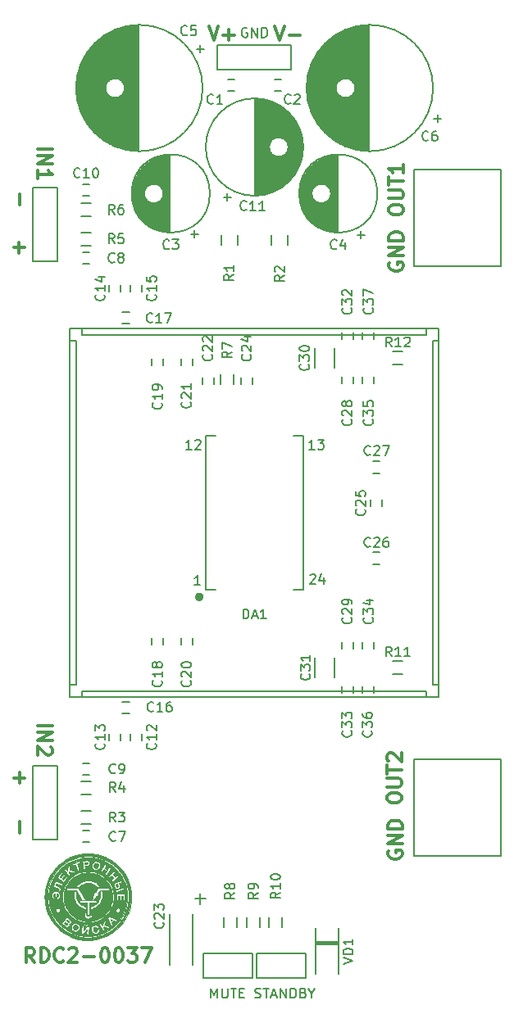
<source format=gbr>
G04 #@! TF.FileFunction,Legend,Top*
%FSLAX46Y46*%
G04 Gerber Fmt 4.6, Leading zero omitted, Abs format (unit mm)*
G04 Created by KiCad (PCBNEW 4.0.2-stable) date 08.07.2018 23:17:36*
%MOMM*%
G01*
G04 APERTURE LIST*
%ADD10C,0.100000*%
%ADD11C,0.300000*%
%ADD12C,0.150000*%
%ADD13C,0.500000*%
%ADD14C,0.010000*%
G04 APERTURE END LIST*
D10*
D11*
X102664287Y-125678571D02*
X102164287Y-124964286D01*
X101807144Y-125678571D02*
X101807144Y-124178571D01*
X102378572Y-124178571D01*
X102521430Y-124250000D01*
X102592858Y-124321429D01*
X102664287Y-124464286D01*
X102664287Y-124678571D01*
X102592858Y-124821429D01*
X102521430Y-124892857D01*
X102378572Y-124964286D01*
X101807144Y-124964286D01*
X103307144Y-125678571D02*
X103307144Y-124178571D01*
X103664287Y-124178571D01*
X103878572Y-124250000D01*
X104021430Y-124392857D01*
X104092858Y-124535714D01*
X104164287Y-124821429D01*
X104164287Y-125035714D01*
X104092858Y-125321429D01*
X104021430Y-125464286D01*
X103878572Y-125607143D01*
X103664287Y-125678571D01*
X103307144Y-125678571D01*
X105664287Y-125535714D02*
X105592858Y-125607143D01*
X105378572Y-125678571D01*
X105235715Y-125678571D01*
X105021430Y-125607143D01*
X104878572Y-125464286D01*
X104807144Y-125321429D01*
X104735715Y-125035714D01*
X104735715Y-124821429D01*
X104807144Y-124535714D01*
X104878572Y-124392857D01*
X105021430Y-124250000D01*
X105235715Y-124178571D01*
X105378572Y-124178571D01*
X105592858Y-124250000D01*
X105664287Y-124321429D01*
X106235715Y-124321429D02*
X106307144Y-124250000D01*
X106450001Y-124178571D01*
X106807144Y-124178571D01*
X106950001Y-124250000D01*
X107021430Y-124321429D01*
X107092858Y-124464286D01*
X107092858Y-124607143D01*
X107021430Y-124821429D01*
X106164287Y-125678571D01*
X107092858Y-125678571D01*
X107735715Y-125107143D02*
X108878572Y-125107143D01*
X109878572Y-124178571D02*
X110021429Y-124178571D01*
X110164286Y-124250000D01*
X110235715Y-124321429D01*
X110307144Y-124464286D01*
X110378572Y-124750000D01*
X110378572Y-125107143D01*
X110307144Y-125392857D01*
X110235715Y-125535714D01*
X110164286Y-125607143D01*
X110021429Y-125678571D01*
X109878572Y-125678571D01*
X109735715Y-125607143D01*
X109664286Y-125535714D01*
X109592858Y-125392857D01*
X109521429Y-125107143D01*
X109521429Y-124750000D01*
X109592858Y-124464286D01*
X109664286Y-124321429D01*
X109735715Y-124250000D01*
X109878572Y-124178571D01*
X111307143Y-124178571D02*
X111450000Y-124178571D01*
X111592857Y-124250000D01*
X111664286Y-124321429D01*
X111735715Y-124464286D01*
X111807143Y-124750000D01*
X111807143Y-125107143D01*
X111735715Y-125392857D01*
X111664286Y-125535714D01*
X111592857Y-125607143D01*
X111450000Y-125678571D01*
X111307143Y-125678571D01*
X111164286Y-125607143D01*
X111092857Y-125535714D01*
X111021429Y-125392857D01*
X110950000Y-125107143D01*
X110950000Y-124750000D01*
X111021429Y-124464286D01*
X111092857Y-124321429D01*
X111164286Y-124250000D01*
X111307143Y-124178571D01*
X112307143Y-124178571D02*
X113235714Y-124178571D01*
X112735714Y-124750000D01*
X112950000Y-124750000D01*
X113092857Y-124821429D01*
X113164286Y-124892857D01*
X113235714Y-125035714D01*
X113235714Y-125392857D01*
X113164286Y-125535714D01*
X113092857Y-125607143D01*
X112950000Y-125678571D01*
X112521428Y-125678571D01*
X112378571Y-125607143D01*
X112307143Y-125535714D01*
X113735714Y-124178571D02*
X114735714Y-124178571D01*
X114092857Y-125678571D01*
D12*
X136019048Y-50471429D02*
X136780953Y-50471429D01*
X136400001Y-50852381D02*
X136400001Y-50090476D01*
X143919048Y-38471429D02*
X144680953Y-38471429D01*
X144300001Y-38852381D02*
X144300001Y-38090476D01*
X118819048Y-50371429D02*
X119580953Y-50371429D01*
X119200001Y-50752381D02*
X119200001Y-49990476D01*
X122219048Y-46571429D02*
X122980953Y-46571429D01*
X122600001Y-46952381D02*
X122600001Y-46190476D01*
X119419048Y-31271429D02*
X120180953Y-31271429D01*
X119800001Y-31652381D02*
X119800001Y-30890476D01*
D11*
X139278571Y-48014286D02*
X139278571Y-47728572D01*
X139350000Y-47585714D01*
X139492857Y-47442857D01*
X139778571Y-47371429D01*
X140278571Y-47371429D01*
X140564286Y-47442857D01*
X140707143Y-47585714D01*
X140778571Y-47728572D01*
X140778571Y-48014286D01*
X140707143Y-48157143D01*
X140564286Y-48300000D01*
X140278571Y-48371429D01*
X139778571Y-48371429D01*
X139492857Y-48300000D01*
X139350000Y-48157143D01*
X139278571Y-48014286D01*
X139278571Y-46728571D02*
X140492857Y-46728571D01*
X140635714Y-46657143D01*
X140707143Y-46585714D01*
X140778571Y-46442857D01*
X140778571Y-46157143D01*
X140707143Y-46014285D01*
X140635714Y-45942857D01*
X140492857Y-45871428D01*
X139278571Y-45871428D01*
X139278571Y-45371428D02*
X139278571Y-44514285D01*
X140778571Y-44942856D02*
X139278571Y-44942856D01*
X140778571Y-43228571D02*
X140778571Y-44085714D01*
X140778571Y-43657142D02*
X139278571Y-43657142D01*
X139492857Y-43799999D01*
X139635714Y-43942857D01*
X139707143Y-44085714D01*
X139350000Y-53342857D02*
X139278571Y-53485714D01*
X139278571Y-53700000D01*
X139350000Y-53914285D01*
X139492857Y-54057143D01*
X139635714Y-54128571D01*
X139921429Y-54200000D01*
X140135714Y-54200000D01*
X140421429Y-54128571D01*
X140564286Y-54057143D01*
X140707143Y-53914285D01*
X140778571Y-53700000D01*
X140778571Y-53557143D01*
X140707143Y-53342857D01*
X140635714Y-53271428D01*
X140135714Y-53271428D01*
X140135714Y-53557143D01*
X140778571Y-52628571D02*
X139278571Y-52628571D01*
X140778571Y-51771428D01*
X139278571Y-51771428D01*
X140778571Y-51057142D02*
X139278571Y-51057142D01*
X139278571Y-50699999D01*
X139350000Y-50485714D01*
X139492857Y-50342856D01*
X139635714Y-50271428D01*
X139921429Y-50199999D01*
X140135714Y-50199999D01*
X140421429Y-50271428D01*
X140564286Y-50342856D01*
X140707143Y-50485714D01*
X140778571Y-50699999D01*
X140778571Y-51057142D01*
X139250000Y-114142857D02*
X139178571Y-114285714D01*
X139178571Y-114500000D01*
X139250000Y-114714285D01*
X139392857Y-114857143D01*
X139535714Y-114928571D01*
X139821429Y-115000000D01*
X140035714Y-115000000D01*
X140321429Y-114928571D01*
X140464286Y-114857143D01*
X140607143Y-114714285D01*
X140678571Y-114500000D01*
X140678571Y-114357143D01*
X140607143Y-114142857D01*
X140535714Y-114071428D01*
X140035714Y-114071428D01*
X140035714Y-114357143D01*
X140678571Y-113428571D02*
X139178571Y-113428571D01*
X140678571Y-112571428D01*
X139178571Y-112571428D01*
X140678571Y-111857142D02*
X139178571Y-111857142D01*
X139178571Y-111499999D01*
X139250000Y-111285714D01*
X139392857Y-111142856D01*
X139535714Y-111071428D01*
X139821429Y-110999999D01*
X140035714Y-110999999D01*
X140321429Y-111071428D01*
X140464286Y-111142856D01*
X140607143Y-111285714D01*
X140678571Y-111499999D01*
X140678571Y-111857142D01*
X139078571Y-108814286D02*
X139078571Y-108528572D01*
X139150000Y-108385714D01*
X139292857Y-108242857D01*
X139578571Y-108171429D01*
X140078571Y-108171429D01*
X140364286Y-108242857D01*
X140507143Y-108385714D01*
X140578571Y-108528572D01*
X140578571Y-108814286D01*
X140507143Y-108957143D01*
X140364286Y-109100000D01*
X140078571Y-109171429D01*
X139578571Y-109171429D01*
X139292857Y-109100000D01*
X139150000Y-108957143D01*
X139078571Y-108814286D01*
X139078571Y-107528571D02*
X140292857Y-107528571D01*
X140435714Y-107457143D01*
X140507143Y-107385714D01*
X140578571Y-107242857D01*
X140578571Y-106957143D01*
X140507143Y-106814285D01*
X140435714Y-106742857D01*
X140292857Y-106671428D01*
X139078571Y-106671428D01*
X139078571Y-106171428D02*
X139078571Y-105314285D01*
X140578571Y-105742856D02*
X139078571Y-105742856D01*
X139221429Y-104885714D02*
X139150000Y-104814285D01*
X139078571Y-104671428D01*
X139078571Y-104314285D01*
X139150000Y-104171428D01*
X139221429Y-104099999D01*
X139364286Y-104028571D01*
X139507143Y-104028571D01*
X139721429Y-104099999D01*
X140578571Y-104957142D01*
X140578571Y-104028571D01*
D12*
X125452381Y-129304762D02*
X125595238Y-129352381D01*
X125833334Y-129352381D01*
X125928572Y-129304762D01*
X125976191Y-129257143D01*
X126023810Y-129161905D01*
X126023810Y-129066667D01*
X125976191Y-128971429D01*
X125928572Y-128923810D01*
X125833334Y-128876190D01*
X125642857Y-128828571D01*
X125547619Y-128780952D01*
X125500000Y-128733333D01*
X125452381Y-128638095D01*
X125452381Y-128542857D01*
X125500000Y-128447619D01*
X125547619Y-128400000D01*
X125642857Y-128352381D01*
X125880953Y-128352381D01*
X126023810Y-128400000D01*
X126309524Y-128352381D02*
X126880953Y-128352381D01*
X126595238Y-129352381D02*
X126595238Y-128352381D01*
X127166667Y-129066667D02*
X127642858Y-129066667D01*
X127071429Y-129352381D02*
X127404762Y-128352381D01*
X127738096Y-129352381D01*
X128071429Y-129352381D02*
X128071429Y-128352381D01*
X128642858Y-129352381D01*
X128642858Y-128352381D01*
X129119048Y-129352381D02*
X129119048Y-128352381D01*
X129357143Y-128352381D01*
X129500001Y-128400000D01*
X129595239Y-128495238D01*
X129642858Y-128590476D01*
X129690477Y-128780952D01*
X129690477Y-128923810D01*
X129642858Y-129114286D01*
X129595239Y-129209524D01*
X129500001Y-129304762D01*
X129357143Y-129352381D01*
X129119048Y-129352381D01*
X130452382Y-128828571D02*
X130595239Y-128876190D01*
X130642858Y-128923810D01*
X130690477Y-129019048D01*
X130690477Y-129161905D01*
X130642858Y-129257143D01*
X130595239Y-129304762D01*
X130500001Y-129352381D01*
X130119048Y-129352381D01*
X130119048Y-128352381D01*
X130452382Y-128352381D01*
X130547620Y-128400000D01*
X130595239Y-128447619D01*
X130642858Y-128542857D01*
X130642858Y-128638095D01*
X130595239Y-128733333D01*
X130547620Y-128780952D01*
X130452382Y-128828571D01*
X130119048Y-128828571D01*
X131309524Y-128876190D02*
X131309524Y-129352381D01*
X130976191Y-128352381D02*
X131309524Y-128876190D01*
X131642858Y-128352381D01*
X120909524Y-129352381D02*
X120909524Y-128352381D01*
X121242858Y-129066667D01*
X121576191Y-128352381D01*
X121576191Y-129352381D01*
X122052381Y-128352381D02*
X122052381Y-129161905D01*
X122100000Y-129257143D01*
X122147619Y-129304762D01*
X122242857Y-129352381D01*
X122433334Y-129352381D01*
X122528572Y-129304762D01*
X122576191Y-129257143D01*
X122623810Y-129161905D01*
X122623810Y-128352381D01*
X122957143Y-128352381D02*
X123528572Y-128352381D01*
X123242857Y-129352381D02*
X123242857Y-128352381D01*
X123861905Y-128828571D02*
X124195239Y-128828571D01*
X124338096Y-129352381D02*
X123861905Y-129352381D01*
X123861905Y-128352381D01*
X124338096Y-128352381D01*
D11*
X101107143Y-112271428D02*
X101107143Y-111128571D01*
X101107143Y-107171428D02*
X101107143Y-106028571D01*
X101678571Y-106600000D02*
X100535714Y-106600000D01*
X103021429Y-101200000D02*
X104521429Y-101200000D01*
X103021429Y-101914286D02*
X104521429Y-101914286D01*
X103021429Y-102771429D01*
X104521429Y-102771429D01*
X104378571Y-103414286D02*
X104450000Y-103485715D01*
X104521429Y-103628572D01*
X104521429Y-103985715D01*
X104450000Y-104128572D01*
X104378571Y-104200001D01*
X104235714Y-104271429D01*
X104092857Y-104271429D01*
X103878571Y-104200001D01*
X103021429Y-103342858D01*
X103021429Y-104271429D01*
X101107143Y-47371428D02*
X101107143Y-46228571D01*
X100528572Y-51807143D02*
X101671429Y-51807143D01*
X101100000Y-52378571D02*
X101100000Y-51235714D01*
X103021429Y-41600000D02*
X104521429Y-41600000D01*
X103021429Y-42314286D02*
X104521429Y-42314286D01*
X103021429Y-43171429D01*
X104521429Y-43171429D01*
X103021429Y-44671429D02*
X103021429Y-43814286D01*
X103021429Y-44242858D02*
X104521429Y-44242858D01*
X104307143Y-44100001D01*
X104164286Y-43957143D01*
X104092857Y-43814286D01*
D12*
X124638096Y-29100000D02*
X124542858Y-29052381D01*
X124400001Y-29052381D01*
X124257143Y-29100000D01*
X124161905Y-29195238D01*
X124114286Y-29290476D01*
X124066667Y-29480952D01*
X124066667Y-29623810D01*
X124114286Y-29814286D01*
X124161905Y-29909524D01*
X124257143Y-30004762D01*
X124400001Y-30052381D01*
X124495239Y-30052381D01*
X124638096Y-30004762D01*
X124685715Y-29957143D01*
X124685715Y-29623810D01*
X124495239Y-29623810D01*
X125114286Y-30052381D02*
X125114286Y-29052381D01*
X125685715Y-30052381D01*
X125685715Y-29052381D01*
X126161905Y-30052381D02*
X126161905Y-29052381D01*
X126400000Y-29052381D01*
X126542858Y-29100000D01*
X126638096Y-29195238D01*
X126685715Y-29290476D01*
X126733334Y-29480952D01*
X126733334Y-29623810D01*
X126685715Y-29814286D01*
X126638096Y-29909524D01*
X126542858Y-30004762D01*
X126400000Y-30052381D01*
X126161905Y-30052381D01*
D11*
X127471429Y-28878571D02*
X127971429Y-30378571D01*
X128471429Y-28878571D01*
X128971429Y-29807143D02*
X130114286Y-29807143D01*
X120671429Y-28878571D02*
X121171429Y-30378571D01*
X121671429Y-28878571D01*
X122171429Y-29807143D02*
X123314286Y-29807143D01*
X122742857Y-30378571D02*
X122742857Y-29235714D01*
D12*
X144450000Y-96980000D02*
X143815000Y-96980000D01*
X143815000Y-96980000D02*
X143815000Y-61420000D01*
X143815000Y-61420000D02*
X144450000Y-61420000D01*
X107620000Y-98250000D02*
X107620000Y-97615000D01*
X107620000Y-97615000D02*
X143180000Y-97615000D01*
X143180000Y-97615000D02*
X143180000Y-98250000D01*
X106350000Y-61420000D02*
X106985000Y-61420000D01*
X106985000Y-61420000D02*
X106985000Y-96980000D01*
X106985000Y-96980000D02*
X106350000Y-96980000D01*
X107620000Y-60150000D02*
X107620000Y-60785000D01*
X107620000Y-60785000D02*
X143180000Y-60785000D01*
X143180000Y-60785000D02*
X143180000Y-60150000D01*
X106350000Y-98250000D02*
X144450000Y-98250000D01*
X144450000Y-98250000D02*
X144450000Y-60150000D01*
X144450000Y-60150000D02*
X106350000Y-60150000D01*
X106350000Y-60150000D02*
X106350000Y-98250000D01*
X122650000Y-34400000D02*
X123350000Y-34400000D01*
X123350000Y-35600000D02*
X122650000Y-35600000D01*
X127450000Y-34400000D02*
X128150000Y-34400000D01*
X128150000Y-35600000D02*
X127450000Y-35600000D01*
X116675000Y-50199000D02*
X116675000Y-42201000D01*
X116535000Y-50194000D02*
X116535000Y-42206000D01*
X116395000Y-50184000D02*
X116395000Y-42216000D01*
X116255000Y-50169000D02*
X116255000Y-42231000D01*
X116115000Y-50149000D02*
X116115000Y-42251000D01*
X115975000Y-50124000D02*
X115975000Y-46422000D01*
X115975000Y-45978000D02*
X115975000Y-42276000D01*
X115835000Y-50094000D02*
X115835000Y-46750000D01*
X115835000Y-45650000D02*
X115835000Y-42306000D01*
X115695000Y-50058000D02*
X115695000Y-46919000D01*
X115695000Y-45481000D02*
X115695000Y-42342000D01*
X115555000Y-50017000D02*
X115555000Y-47032000D01*
X115555000Y-45368000D02*
X115555000Y-42383000D01*
X115415000Y-49971000D02*
X115415000Y-47110000D01*
X115415000Y-45290000D02*
X115415000Y-42429000D01*
X115275000Y-49918000D02*
X115275000Y-47161000D01*
X115275000Y-45239000D02*
X115275000Y-42482000D01*
X115135000Y-49859000D02*
X115135000Y-47191000D01*
X115135000Y-45209000D02*
X115135000Y-42541000D01*
X114995000Y-49794000D02*
X114995000Y-47200000D01*
X114995000Y-45200000D02*
X114995000Y-42606000D01*
X114855000Y-49723000D02*
X114855000Y-47189000D01*
X114855000Y-45211000D02*
X114855000Y-42677000D01*
X114715000Y-49644000D02*
X114715000Y-47159000D01*
X114715000Y-45241000D02*
X114715000Y-42756000D01*
X114575000Y-49557000D02*
X114575000Y-47105000D01*
X114575000Y-45295000D02*
X114575000Y-42843000D01*
X114435000Y-49462000D02*
X114435000Y-47025000D01*
X114435000Y-45375000D02*
X114435000Y-42938000D01*
X114295000Y-49358000D02*
X114295000Y-46909000D01*
X114295000Y-45491000D02*
X114295000Y-43042000D01*
X114155000Y-49244000D02*
X114155000Y-46735000D01*
X114155000Y-45665000D02*
X114155000Y-43156000D01*
X114015000Y-49119000D02*
X114015000Y-46373000D01*
X114015000Y-46027000D02*
X114015000Y-43281000D01*
X113875000Y-48981000D02*
X113875000Y-43419000D01*
X113735000Y-48829000D02*
X113735000Y-43571000D01*
X113595000Y-48659000D02*
X113595000Y-43741000D01*
X113455000Y-48468000D02*
X113455000Y-43932000D01*
X113315000Y-48250000D02*
X113315000Y-44150000D01*
X113175000Y-47994000D02*
X113175000Y-44406000D01*
X113035000Y-47683000D02*
X113035000Y-44717000D01*
X112895000Y-47267000D02*
X112895000Y-45133000D01*
X112755000Y-46400000D02*
X112755000Y-46000000D01*
X116000000Y-46200000D02*
G75*
G03X116000000Y-46200000I-1000000J0D01*
G01*
X120787500Y-46200000D02*
G75*
G03X120787500Y-46200000I-4037500J0D01*
G01*
X133975000Y-50199000D02*
X133975000Y-42201000D01*
X133835000Y-50194000D02*
X133835000Y-42206000D01*
X133695000Y-50184000D02*
X133695000Y-42216000D01*
X133555000Y-50169000D02*
X133555000Y-42231000D01*
X133415000Y-50149000D02*
X133415000Y-42251000D01*
X133275000Y-50124000D02*
X133275000Y-46422000D01*
X133275000Y-45978000D02*
X133275000Y-42276000D01*
X133135000Y-50094000D02*
X133135000Y-46750000D01*
X133135000Y-45650000D02*
X133135000Y-42306000D01*
X132995000Y-50058000D02*
X132995000Y-46919000D01*
X132995000Y-45481000D02*
X132995000Y-42342000D01*
X132855000Y-50017000D02*
X132855000Y-47032000D01*
X132855000Y-45368000D02*
X132855000Y-42383000D01*
X132715000Y-49971000D02*
X132715000Y-47110000D01*
X132715000Y-45290000D02*
X132715000Y-42429000D01*
X132575000Y-49918000D02*
X132575000Y-47161000D01*
X132575000Y-45239000D02*
X132575000Y-42482000D01*
X132435000Y-49859000D02*
X132435000Y-47191000D01*
X132435000Y-45209000D02*
X132435000Y-42541000D01*
X132295000Y-49794000D02*
X132295000Y-47200000D01*
X132295000Y-45200000D02*
X132295000Y-42606000D01*
X132155000Y-49723000D02*
X132155000Y-47189000D01*
X132155000Y-45211000D02*
X132155000Y-42677000D01*
X132015000Y-49644000D02*
X132015000Y-47159000D01*
X132015000Y-45241000D02*
X132015000Y-42756000D01*
X131875000Y-49557000D02*
X131875000Y-47105000D01*
X131875000Y-45295000D02*
X131875000Y-42843000D01*
X131735000Y-49462000D02*
X131735000Y-47025000D01*
X131735000Y-45375000D02*
X131735000Y-42938000D01*
X131595000Y-49358000D02*
X131595000Y-46909000D01*
X131595000Y-45491000D02*
X131595000Y-43042000D01*
X131455000Y-49244000D02*
X131455000Y-46735000D01*
X131455000Y-45665000D02*
X131455000Y-43156000D01*
X131315000Y-49119000D02*
X131315000Y-46373000D01*
X131315000Y-46027000D02*
X131315000Y-43281000D01*
X131175000Y-48981000D02*
X131175000Y-43419000D01*
X131035000Y-48829000D02*
X131035000Y-43571000D01*
X130895000Y-48659000D02*
X130895000Y-43741000D01*
X130755000Y-48468000D02*
X130755000Y-43932000D01*
X130615000Y-48250000D02*
X130615000Y-44150000D01*
X130475000Y-47994000D02*
X130475000Y-44406000D01*
X130335000Y-47683000D02*
X130335000Y-44717000D01*
X130195000Y-47267000D02*
X130195000Y-45133000D01*
X130055000Y-46400000D02*
X130055000Y-46000000D01*
X133300000Y-46200000D02*
G75*
G03X133300000Y-46200000I-1000000J0D01*
G01*
X138087500Y-46200000D02*
G75*
G03X138087500Y-46200000I-4037500J0D01*
G01*
X113425000Y-41800000D02*
X113425000Y-28800000D01*
X113285000Y-41796000D02*
X113285000Y-28804000D01*
X113145000Y-41790000D02*
X113145000Y-28810000D01*
X113005000Y-41781000D02*
X113005000Y-28819000D01*
X112865000Y-41769000D02*
X112865000Y-28831000D01*
X112725000Y-41754000D02*
X112725000Y-28846000D01*
X112585000Y-41735000D02*
X112585000Y-28865000D01*
X112445000Y-41714000D02*
X112445000Y-28886000D01*
X112305000Y-41689000D02*
X112305000Y-28911000D01*
X112165000Y-41661000D02*
X112165000Y-28939000D01*
X112025000Y-41630000D02*
X112025000Y-28970000D01*
X111885000Y-41596000D02*
X111885000Y-35766000D01*
X111885000Y-34834000D02*
X111885000Y-29004000D01*
X111745000Y-41559000D02*
X111745000Y-35967000D01*
X111745000Y-34633000D02*
X111745000Y-29041000D01*
X111605000Y-41518000D02*
X111605000Y-36096000D01*
X111605000Y-34504000D02*
X111605000Y-29082000D01*
X111465000Y-41473000D02*
X111465000Y-36185000D01*
X111465000Y-34415000D02*
X111465000Y-29127000D01*
X111325000Y-41425000D02*
X111325000Y-36246000D01*
X111325000Y-34354000D02*
X111325000Y-29175000D01*
X111185000Y-41374000D02*
X111185000Y-36283000D01*
X111185000Y-34317000D02*
X111185000Y-29226000D01*
X111045000Y-41319000D02*
X111045000Y-36299000D01*
X111045000Y-34301000D02*
X111045000Y-29281000D01*
X110905000Y-41260000D02*
X110905000Y-36295000D01*
X110905000Y-34305000D02*
X110905000Y-29340000D01*
X110765000Y-41197000D02*
X110765000Y-36272000D01*
X110765000Y-34328000D02*
X110765000Y-29403000D01*
X110625000Y-41130000D02*
X110625000Y-36227000D01*
X110625000Y-34373000D02*
X110625000Y-29470000D01*
X110485000Y-41058000D02*
X110485000Y-36157000D01*
X110485000Y-34443000D02*
X110485000Y-29542000D01*
X110345000Y-40983000D02*
X110345000Y-36056000D01*
X110345000Y-34544000D02*
X110345000Y-29617000D01*
X110205000Y-40903000D02*
X110205000Y-35907000D01*
X110205000Y-34693000D02*
X110205000Y-29697000D01*
X110065000Y-40818000D02*
X110065000Y-35655000D01*
X110065000Y-34945000D02*
X110065000Y-29782000D01*
X109925000Y-40729000D02*
X109925000Y-29871000D01*
X109785000Y-40634000D02*
X109785000Y-29966000D01*
X109645000Y-40533000D02*
X109645000Y-30067000D01*
X109505000Y-40427000D02*
X109505000Y-30173000D01*
X109365000Y-40315000D02*
X109365000Y-30285000D01*
X109225000Y-40196000D02*
X109225000Y-30404000D01*
X109085000Y-40071000D02*
X109085000Y-30529000D01*
X108945000Y-39937000D02*
X108945000Y-30663000D01*
X108805000Y-39795000D02*
X108805000Y-30805000D01*
X108665000Y-39644000D02*
X108665000Y-30956000D01*
X108525000Y-39483000D02*
X108525000Y-31117000D01*
X108385000Y-39311000D02*
X108385000Y-31289000D01*
X108245000Y-39126000D02*
X108245000Y-31474000D01*
X108105000Y-38925000D02*
X108105000Y-31675000D01*
X107965000Y-38708000D02*
X107965000Y-31892000D01*
X107825000Y-38469000D02*
X107825000Y-32131000D01*
X107685000Y-38204000D02*
X107685000Y-32396000D01*
X107545000Y-37905000D02*
X107545000Y-32695000D01*
X107405000Y-37559000D02*
X107405000Y-33041000D01*
X107265000Y-37137000D02*
X107265000Y-33463000D01*
X107125000Y-36569000D02*
X107125000Y-34031000D01*
X112000000Y-35300000D02*
G75*
G03X112000000Y-35300000I-1000000J0D01*
G01*
X120037500Y-35300000D02*
G75*
G03X120037500Y-35300000I-6537500J0D01*
G01*
X137225000Y-41800000D02*
X137225000Y-28800000D01*
X137085000Y-41796000D02*
X137085000Y-28804000D01*
X136945000Y-41790000D02*
X136945000Y-28810000D01*
X136805000Y-41781000D02*
X136805000Y-28819000D01*
X136665000Y-41769000D02*
X136665000Y-28831000D01*
X136525000Y-41754000D02*
X136525000Y-28846000D01*
X136385000Y-41735000D02*
X136385000Y-28865000D01*
X136245000Y-41714000D02*
X136245000Y-28886000D01*
X136105000Y-41689000D02*
X136105000Y-28911000D01*
X135965000Y-41661000D02*
X135965000Y-28939000D01*
X135825000Y-41630000D02*
X135825000Y-28970000D01*
X135685000Y-41596000D02*
X135685000Y-35766000D01*
X135685000Y-34834000D02*
X135685000Y-29004000D01*
X135545000Y-41559000D02*
X135545000Y-35967000D01*
X135545000Y-34633000D02*
X135545000Y-29041000D01*
X135405000Y-41518000D02*
X135405000Y-36096000D01*
X135405000Y-34504000D02*
X135405000Y-29082000D01*
X135265000Y-41473000D02*
X135265000Y-36185000D01*
X135265000Y-34415000D02*
X135265000Y-29127000D01*
X135125000Y-41425000D02*
X135125000Y-36246000D01*
X135125000Y-34354000D02*
X135125000Y-29175000D01*
X134985000Y-41374000D02*
X134985000Y-36283000D01*
X134985000Y-34317000D02*
X134985000Y-29226000D01*
X134845000Y-41319000D02*
X134845000Y-36299000D01*
X134845000Y-34301000D02*
X134845000Y-29281000D01*
X134705000Y-41260000D02*
X134705000Y-36295000D01*
X134705000Y-34305000D02*
X134705000Y-29340000D01*
X134565000Y-41197000D02*
X134565000Y-36272000D01*
X134565000Y-34328000D02*
X134565000Y-29403000D01*
X134425000Y-41130000D02*
X134425000Y-36227000D01*
X134425000Y-34373000D02*
X134425000Y-29470000D01*
X134285000Y-41058000D02*
X134285000Y-36157000D01*
X134285000Y-34443000D02*
X134285000Y-29542000D01*
X134145000Y-40983000D02*
X134145000Y-36056000D01*
X134145000Y-34544000D02*
X134145000Y-29617000D01*
X134005000Y-40903000D02*
X134005000Y-35907000D01*
X134005000Y-34693000D02*
X134005000Y-29697000D01*
X133865000Y-40818000D02*
X133865000Y-35655000D01*
X133865000Y-34945000D02*
X133865000Y-29782000D01*
X133725000Y-40729000D02*
X133725000Y-29871000D01*
X133585000Y-40634000D02*
X133585000Y-29966000D01*
X133445000Y-40533000D02*
X133445000Y-30067000D01*
X133305000Y-40427000D02*
X133305000Y-30173000D01*
X133165000Y-40315000D02*
X133165000Y-30285000D01*
X133025000Y-40196000D02*
X133025000Y-30404000D01*
X132885000Y-40071000D02*
X132885000Y-30529000D01*
X132745000Y-39937000D02*
X132745000Y-30663000D01*
X132605000Y-39795000D02*
X132605000Y-30805000D01*
X132465000Y-39644000D02*
X132465000Y-30956000D01*
X132325000Y-39483000D02*
X132325000Y-31117000D01*
X132185000Y-39311000D02*
X132185000Y-31289000D01*
X132045000Y-39126000D02*
X132045000Y-31474000D01*
X131905000Y-38925000D02*
X131905000Y-31675000D01*
X131765000Y-38708000D02*
X131765000Y-31892000D01*
X131625000Y-38469000D02*
X131625000Y-32131000D01*
X131485000Y-38204000D02*
X131485000Y-32396000D01*
X131345000Y-37905000D02*
X131345000Y-32695000D01*
X131205000Y-37559000D02*
X131205000Y-33041000D01*
X131065000Y-37137000D02*
X131065000Y-33463000D01*
X130925000Y-36569000D02*
X130925000Y-34031000D01*
X135800000Y-35300000D02*
G75*
G03X135800000Y-35300000I-1000000J0D01*
G01*
X143837500Y-35300000D02*
G75*
G03X143837500Y-35300000I-6537500J0D01*
G01*
X107650000Y-112050000D02*
X108350000Y-112050000D01*
X108350000Y-113250000D02*
X107650000Y-113250000D01*
X107650000Y-52250000D02*
X108350000Y-52250000D01*
X108350000Y-53450000D02*
X107650000Y-53450000D01*
X107650000Y-105100000D02*
X108350000Y-105100000D01*
X108350000Y-106300000D02*
X107650000Y-106300000D01*
X107650000Y-45250000D02*
X108350000Y-45250000D01*
X108350000Y-46450000D02*
X107650000Y-46450000D01*
X125475000Y-36401000D02*
X125475000Y-46399000D01*
X125615000Y-36405000D02*
X125615000Y-46395000D01*
X125755000Y-36413000D02*
X125755000Y-46387000D01*
X125895000Y-36425000D02*
X125895000Y-46375000D01*
X126035000Y-36440000D02*
X126035000Y-46360000D01*
X126175000Y-36460000D02*
X126175000Y-46340000D01*
X126315000Y-36484000D02*
X126315000Y-46316000D01*
X126455000Y-36513000D02*
X126455000Y-46287000D01*
X126595000Y-36545000D02*
X126595000Y-46255000D01*
X126735000Y-36582000D02*
X126735000Y-46218000D01*
X126875000Y-36623000D02*
X126875000Y-46177000D01*
X127015000Y-36668000D02*
X127015000Y-40934000D01*
X127015000Y-41866000D02*
X127015000Y-46132000D01*
X127155000Y-36718000D02*
X127155000Y-40733000D01*
X127155000Y-42067000D02*
X127155000Y-46082000D01*
X127295000Y-36773000D02*
X127295000Y-40604000D01*
X127295000Y-42196000D02*
X127295000Y-46027000D01*
X127435000Y-36833000D02*
X127435000Y-40515000D01*
X127435000Y-42285000D02*
X127435000Y-45967000D01*
X127575000Y-36898000D02*
X127575000Y-40454000D01*
X127575000Y-42346000D02*
X127575000Y-45902000D01*
X127715000Y-36968000D02*
X127715000Y-40417000D01*
X127715000Y-42383000D02*
X127715000Y-45832000D01*
X127855000Y-37044000D02*
X127855000Y-40401000D01*
X127855000Y-42399000D02*
X127855000Y-45756000D01*
X127995000Y-37126000D02*
X127995000Y-40405000D01*
X127995000Y-42395000D02*
X127995000Y-45674000D01*
X128135000Y-37214000D02*
X128135000Y-40428000D01*
X128135000Y-42372000D02*
X128135000Y-45586000D01*
X128275000Y-37309000D02*
X128275000Y-40473000D01*
X128275000Y-42327000D02*
X128275000Y-45491000D01*
X128415000Y-37411000D02*
X128415000Y-40543000D01*
X128415000Y-42257000D02*
X128415000Y-45389000D01*
X128555000Y-37521000D02*
X128555000Y-40644000D01*
X128555000Y-42156000D02*
X128555000Y-45279000D01*
X128695000Y-37639000D02*
X128695000Y-40793000D01*
X128695000Y-42007000D02*
X128695000Y-45161000D01*
X128835000Y-37767000D02*
X128835000Y-41045000D01*
X128835000Y-41755000D02*
X128835000Y-45033000D01*
X128975000Y-37904000D02*
X128975000Y-44896000D01*
X129115000Y-38054000D02*
X129115000Y-44746000D01*
X129255000Y-38216000D02*
X129255000Y-44584000D01*
X129395000Y-38393000D02*
X129395000Y-44407000D01*
X129535000Y-38589000D02*
X129535000Y-44211000D01*
X129675000Y-38807000D02*
X129675000Y-43993000D01*
X129815000Y-39053000D02*
X129815000Y-43747000D01*
X129955000Y-39338000D02*
X129955000Y-43462000D01*
X130095000Y-39680000D02*
X130095000Y-43120000D01*
X130235000Y-40126000D02*
X130235000Y-42674000D01*
X130375000Y-40901000D02*
X130375000Y-41899000D01*
X128900000Y-41400000D02*
G75*
G03X128900000Y-41400000I-1000000J0D01*
G01*
X130437500Y-41400000D02*
G75*
G03X130437500Y-41400000I-5037500J0D01*
G01*
X113800000Y-102050000D02*
X113800000Y-102750000D01*
X112600000Y-102750000D02*
X112600000Y-102050000D01*
X111600000Y-102050000D02*
X111600000Y-102750000D01*
X110400000Y-102750000D02*
X110400000Y-102050000D01*
X110400000Y-56350000D02*
X110400000Y-55650000D01*
X111600000Y-55650000D02*
X111600000Y-56350000D01*
X112600000Y-56350000D02*
X112600000Y-55650000D01*
X113800000Y-55650000D02*
X113800000Y-56350000D01*
X112450000Y-99950000D02*
X111750000Y-99950000D01*
X111750000Y-98750000D02*
X112450000Y-98750000D01*
X111750000Y-58450000D02*
X112450000Y-58450000D01*
X112450000Y-59650000D02*
X111750000Y-59650000D01*
X115950000Y-92150000D02*
X115950000Y-92850000D01*
X114750000Y-92850000D02*
X114750000Y-92150000D01*
X114750000Y-64000000D02*
X114750000Y-63300000D01*
X115950000Y-63300000D02*
X115950000Y-64000000D01*
X119000000Y-92150000D02*
X119000000Y-92850000D01*
X117800000Y-92850000D02*
X117800000Y-92150000D01*
X117800000Y-64000000D02*
X117800000Y-63300000D01*
X119000000Y-63300000D02*
X119000000Y-64000000D01*
X120000000Y-65900000D02*
X120000000Y-65200000D01*
X121200000Y-65200000D02*
X121200000Y-65900000D01*
X116601120Y-120699040D02*
X116601120Y-125900960D01*
X118998880Y-125900960D02*
X118998880Y-120699040D01*
X124000000Y-65900000D02*
X124000000Y-65200000D01*
X125200000Y-65200000D02*
X125200000Y-65900000D01*
X137400000Y-78550000D02*
X137400000Y-77850000D01*
X138600000Y-77850000D02*
X138600000Y-78550000D01*
X137650000Y-83300000D02*
X138350000Y-83300000D01*
X138350000Y-84500000D02*
X137650000Y-84500000D01*
X138350000Y-75100000D02*
X137650000Y-75100000D01*
X137650000Y-73900000D02*
X138350000Y-73900000D01*
X134400000Y-65850000D02*
X134400000Y-65150000D01*
X135600000Y-65150000D02*
X135600000Y-65850000D01*
X135600000Y-92550000D02*
X135600000Y-93250000D01*
X134400000Y-93250000D02*
X134400000Y-92550000D01*
X135600000Y-60550000D02*
X135600000Y-61250000D01*
X134400000Y-61250000D02*
X134400000Y-60550000D01*
X134400000Y-97850000D02*
X134400000Y-97150000D01*
X135600000Y-97150000D02*
X135600000Y-97850000D01*
X136550000Y-93250000D02*
X136550000Y-92550000D01*
X137750000Y-92550000D02*
X137750000Y-93250000D01*
X137750000Y-65150000D02*
X137750000Y-65850000D01*
X136550000Y-65850000D02*
X136550000Y-65150000D01*
X137750000Y-97150000D02*
X137750000Y-97850000D01*
X136550000Y-97850000D02*
X136550000Y-97150000D01*
X136550000Y-61250000D02*
X136550000Y-60550000D01*
X137750000Y-60550000D02*
X137750000Y-61250000D01*
D13*
X119900000Y-87900000D02*
G75*
G03X119900000Y-87900000I-200000J0D01*
G01*
D12*
X121400000Y-87200000D02*
X120400000Y-87200000D01*
X130400000Y-87200000D02*
X129400000Y-87200000D01*
X129400000Y-71200000D02*
X130400000Y-71200000D01*
X120400000Y-71200000D02*
X121400000Y-71200000D01*
X120400000Y-87200000D02*
X120400000Y-71200000D01*
X130400000Y-71200000D02*
X130400000Y-87200000D01*
X123650000Y-51500000D02*
X123650000Y-50500000D01*
X121950000Y-50500000D02*
X121950000Y-51500000D01*
X128850000Y-51500000D02*
X128850000Y-50500000D01*
X127150000Y-50500000D02*
X127150000Y-51500000D01*
X107500000Y-110025000D02*
X108500000Y-110025000D01*
X108500000Y-111375000D02*
X107500000Y-111375000D01*
X107500000Y-106975000D02*
X108500000Y-106975000D01*
X108500000Y-108325000D02*
X107500000Y-108325000D01*
X107500000Y-50225000D02*
X108500000Y-50225000D01*
X108500000Y-51575000D02*
X107500000Y-51575000D01*
X107500000Y-47225000D02*
X108500000Y-47225000D01*
X108500000Y-48575000D02*
X107500000Y-48575000D01*
X123275000Y-64900000D02*
X123275000Y-65900000D01*
X121925000Y-65900000D02*
X121925000Y-64900000D01*
X123575000Y-121000000D02*
X123575000Y-122000000D01*
X122225000Y-122000000D02*
X122225000Y-121000000D01*
X125975000Y-121000000D02*
X125975000Y-122000000D01*
X124625000Y-122000000D02*
X124625000Y-121000000D01*
X128275000Y-121000000D02*
X128275000Y-122000000D01*
X126925000Y-122000000D02*
X126925000Y-121000000D01*
X139700000Y-94525000D02*
X140700000Y-94525000D01*
X140700000Y-95875000D02*
X139700000Y-95875000D01*
X139700000Y-62525000D02*
X140700000Y-62525000D01*
X140700000Y-63875000D02*
X139700000Y-63875000D01*
X134100000Y-123600000D02*
X131700000Y-123600000D01*
X131700000Y-123600000D02*
X131700000Y-123800000D01*
X131700000Y-123800000D02*
X134100000Y-123800000D01*
X134100000Y-123800000D02*
X134100000Y-123700000D01*
X134100000Y-123700000D02*
X131700000Y-123700000D01*
X131700000Y-122100000D02*
X131700000Y-126900000D01*
X134100000Y-122100000D02*
X134100000Y-126900000D01*
X121590000Y-33420000D02*
X129210000Y-33420000D01*
X129210000Y-33420000D02*
X129210000Y-30880000D01*
X129210000Y-30880000D02*
X121590000Y-30880000D01*
X121590000Y-30880000D02*
X121590000Y-33420000D01*
X102540000Y-105360000D02*
X102540000Y-112980000D01*
X102540000Y-112980000D02*
X105080000Y-112980000D01*
X105080000Y-112980000D02*
X105080000Y-105360000D01*
X105080000Y-105360000D02*
X102540000Y-105360000D01*
X102540000Y-45545000D02*
X102540000Y-53165000D01*
X102540000Y-53165000D02*
X105080000Y-53165000D01*
X105080000Y-53165000D02*
X105080000Y-45545000D01*
X105080000Y-45545000D02*
X102540000Y-45545000D01*
X120130000Y-124730000D02*
X125210000Y-124730000D01*
X120130000Y-124730000D02*
X120130000Y-127270000D01*
X120130000Y-127270000D02*
X125210000Y-127270000D01*
X125210000Y-127270000D02*
X125210000Y-124730000D01*
X125590000Y-124730000D02*
X130670000Y-124730000D01*
X125590000Y-124730000D02*
X125590000Y-127270000D01*
X125590000Y-127270000D02*
X130670000Y-127270000D01*
X130670000Y-127270000D02*
X130670000Y-124730000D01*
X141855000Y-104680000D02*
X150855000Y-104680000D01*
X150855000Y-104680000D02*
X150855000Y-114680000D01*
X150855000Y-114680000D02*
X141855000Y-114680000D01*
X141855000Y-114680000D02*
X141855000Y-104680000D01*
X141855000Y-43720000D02*
X150855000Y-43720000D01*
X150855000Y-43720000D02*
X150855000Y-53720000D01*
X150855000Y-53720000D02*
X141855000Y-53720000D01*
X141855000Y-53720000D02*
X141855000Y-43720000D01*
X131625000Y-62200000D02*
X131625000Y-64200000D01*
X133675000Y-64200000D02*
X133675000Y-62200000D01*
X133675000Y-96200000D02*
X133675000Y-94200000D01*
X131625000Y-94200000D02*
X131625000Y-96200000D01*
D14*
G36*
X108356321Y-114431853D02*
X108413710Y-114432419D01*
X108463815Y-114433308D01*
X108504610Y-114434526D01*
X108534071Y-114436078D01*
X108550175Y-114437971D01*
X108550212Y-114437980D01*
X108564622Y-114440229D01*
X108589853Y-114443081D01*
X108621374Y-114446046D01*
X108634470Y-114447132D01*
X108666667Y-114449835D01*
X108693816Y-114452365D01*
X108711648Y-114454314D01*
X108715289Y-114454854D01*
X108729107Y-114456860D01*
X108752495Y-114459742D01*
X108773424Y-114462107D01*
X108815187Y-114467404D01*
X108868143Y-114475272D01*
X108928436Y-114485046D01*
X108992210Y-114496062D01*
X109055608Y-114507655D01*
X109114773Y-114519160D01*
X109162121Y-114529090D01*
X109416125Y-114592789D01*
X109665542Y-114671080D01*
X109909768Y-114763687D01*
X110148199Y-114870330D01*
X110380233Y-114990734D01*
X110605265Y-115124621D01*
X110822691Y-115271713D01*
X110896581Y-115326037D01*
X111042442Y-115441518D01*
X111189305Y-115569182D01*
X111334434Y-115706282D01*
X111475094Y-115850068D01*
X111608546Y-115997791D01*
X111732057Y-116146703D01*
X111795533Y-116229151D01*
X111944881Y-116441672D01*
X112081303Y-116662278D01*
X112204523Y-116890283D01*
X112314264Y-117125001D01*
X112410251Y-117365746D01*
X112492209Y-117611832D01*
X112559861Y-117862572D01*
X112612932Y-118117280D01*
X112648040Y-118349667D01*
X112653843Y-118398365D01*
X112659352Y-118448143D01*
X112664056Y-118494147D01*
X112667445Y-118531522D01*
X112668257Y-118542091D01*
X112670878Y-118576854D01*
X112673561Y-118608974D01*
X112675843Y-118633005D01*
X112676438Y-118638303D01*
X112677287Y-118653245D01*
X112677986Y-118681221D01*
X112678535Y-118719871D01*
X112678936Y-118766834D01*
X112679190Y-118819752D01*
X112679299Y-118876263D01*
X112679263Y-118934009D01*
X112679083Y-118990630D01*
X112678762Y-119043765D01*
X112678299Y-119091056D01*
X112677696Y-119130142D01*
X112676954Y-119158663D01*
X112676179Y-119173242D01*
X112674285Y-119195290D01*
X112671764Y-119226915D01*
X112669070Y-119262342D01*
X112668264Y-119273303D01*
X112665613Y-119303692D01*
X112661365Y-119345378D01*
X112655956Y-119394402D01*
X112649821Y-119446802D01*
X112644163Y-119492590D01*
X112604187Y-119746935D01*
X112549548Y-119997397D01*
X112480614Y-120243419D01*
X112397751Y-120484442D01*
X112301327Y-120719907D01*
X112191711Y-120949257D01*
X112069269Y-121171931D01*
X111934370Y-121387372D01*
X111787380Y-121595020D01*
X111628668Y-121794318D01*
X111458602Y-121984707D01*
X111277547Y-122165627D01*
X111085874Y-122336520D01*
X110883948Y-122496829D01*
X110672138Y-122645993D01*
X110496208Y-122756694D01*
X110267970Y-122884276D01*
X110034300Y-122997535D01*
X109795056Y-123096519D01*
X109550097Y-123181274D01*
X109299281Y-123251845D01*
X109042466Y-123308280D01*
X108779511Y-123350625D01*
X108627182Y-123368438D01*
X108589885Y-123371426D01*
X108539951Y-123374254D01*
X108480075Y-123376866D01*
X108412953Y-123379206D01*
X108341279Y-123381216D01*
X108267749Y-123382840D01*
X108195058Y-123384022D01*
X108125902Y-123384705D01*
X108062976Y-123384834D01*
X108008974Y-123384350D01*
X107966593Y-123383199D01*
X107953697Y-123382550D01*
X107689989Y-123359155D01*
X107429886Y-123321016D01*
X107173893Y-123268342D01*
X106922513Y-123201342D01*
X106676250Y-123120225D01*
X106435608Y-123025200D01*
X106201091Y-122916476D01*
X105973203Y-122794262D01*
X105752449Y-122658767D01*
X105539331Y-122510200D01*
X105334355Y-122348770D01*
X105218286Y-122248333D01*
X105027919Y-122067673D01*
X104849146Y-121877234D01*
X104682289Y-121677572D01*
X104527672Y-121469242D01*
X104385618Y-121252799D01*
X104256451Y-121028798D01*
X104140495Y-120797795D01*
X104038073Y-120560345D01*
X103949508Y-120317003D01*
X103875124Y-120068323D01*
X103823657Y-119854880D01*
X103804982Y-119762751D01*
X103787500Y-119666375D01*
X103772009Y-119570654D01*
X103759310Y-119480493D01*
X103751071Y-119409577D01*
X103747284Y-119372996D01*
X103743712Y-119339876D01*
X103740838Y-119314624D01*
X103739515Y-119304091D01*
X103735675Y-119267353D01*
X103732358Y-119217777D01*
X103729601Y-119157911D01*
X103727441Y-119090303D01*
X103725914Y-119017502D01*
X103725058Y-118942054D01*
X103725052Y-118938595D01*
X103995836Y-118938595D01*
X103996613Y-119018222D01*
X103998236Y-119093285D01*
X104000705Y-119160459D01*
X104004021Y-119216423D01*
X104004561Y-119223273D01*
X104031539Y-119472880D01*
X104071144Y-119714556D01*
X104123771Y-119949719D01*
X104189814Y-120179786D01*
X104269670Y-120406172D01*
X104363732Y-120630295D01*
X104443614Y-120797303D01*
X104559036Y-121012494D01*
X104683027Y-121215859D01*
X104816824Y-121409109D01*
X104961662Y-121593952D01*
X105118778Y-121772099D01*
X105235436Y-121892450D01*
X105419582Y-122064864D01*
X105612729Y-122225155D01*
X105814226Y-122373076D01*
X106023421Y-122508379D01*
X106239660Y-122630819D01*
X106462292Y-122740148D01*
X106690664Y-122836120D01*
X106924123Y-122918487D01*
X107162018Y-122987004D01*
X107403695Y-123041423D01*
X107648503Y-123081497D01*
X107895789Y-123106980D01*
X108144901Y-123117625D01*
X108395186Y-123113185D01*
X108454000Y-123109932D01*
X108711072Y-123086337D01*
X108963779Y-123048011D01*
X109211852Y-122995059D01*
X109455019Y-122927591D01*
X109693013Y-122845713D01*
X109925563Y-122749532D01*
X110152400Y-122639156D01*
X110373253Y-122514693D01*
X110587854Y-122376249D01*
X110795932Y-122223932D01*
X110909760Y-122132403D01*
X110951249Y-122096512D01*
X111000731Y-122051394D01*
X111056033Y-121999223D01*
X111114978Y-121942170D01*
X111175392Y-121882411D01*
X111235098Y-121822118D01*
X111291921Y-121763464D01*
X111343687Y-121708622D01*
X111388219Y-121659766D01*
X111422086Y-121620584D01*
X111583546Y-121414729D01*
X111730790Y-121202992D01*
X111863791Y-120985438D01*
X111982525Y-120762128D01*
X112086966Y-120533126D01*
X112177089Y-120298494D01*
X112252867Y-120058296D01*
X112314276Y-119812594D01*
X112361290Y-119561451D01*
X112393882Y-119304930D01*
X112402312Y-119208264D01*
X112405376Y-119156079D01*
X112407660Y-119091987D01*
X112409166Y-119019456D01*
X112409893Y-118941955D01*
X112409841Y-118862951D01*
X112409011Y-118785912D01*
X112407401Y-118714305D01*
X112405013Y-118651599D01*
X112402312Y-118607129D01*
X112375063Y-118349488D01*
X112333208Y-118096375D01*
X112276886Y-117848135D01*
X112206236Y-117605110D01*
X112121398Y-117367644D01*
X112022510Y-117136080D01*
X111909713Y-116910762D01*
X111783144Y-116692033D01*
X111642943Y-116480235D01*
X111489250Y-116275714D01*
X111425997Y-116198372D01*
X111364266Y-116127436D01*
X111292934Y-116050236D01*
X111214846Y-115969565D01*
X111132851Y-115888213D01*
X111049796Y-115808970D01*
X110968528Y-115734629D01*
X110891895Y-115667980D01*
X110847757Y-115631582D01*
X110642978Y-115476631D01*
X110430948Y-115335164D01*
X110212064Y-115207349D01*
X109986724Y-115093356D01*
X109755325Y-114993352D01*
X109518265Y-114907507D01*
X109275941Y-114835987D01*
X109028751Y-114778961D01*
X108777091Y-114736599D01*
X108715697Y-114728586D01*
X108559907Y-114712332D01*
X108405660Y-114702438D01*
X108247360Y-114698641D01*
X108107636Y-114699959D01*
X107891672Y-114709594D01*
X107684693Y-114728728D01*
X107483173Y-114757977D01*
X107283585Y-114797952D01*
X107082405Y-114849269D01*
X106876104Y-114912542D01*
X106864576Y-114916369D01*
X106628548Y-115003053D01*
X106399087Y-115103434D01*
X106176725Y-115217047D01*
X105961993Y-115343428D01*
X105755422Y-115482113D01*
X105557543Y-115632638D01*
X105368887Y-115794537D01*
X105189985Y-115967347D01*
X105021370Y-116150604D01*
X104863571Y-116343842D01*
X104717121Y-116546597D01*
X104582550Y-116758406D01*
X104460390Y-116978803D01*
X104425084Y-117048879D01*
X104320906Y-117277694D01*
X104230952Y-117511944D01*
X104155162Y-117751850D01*
X104093475Y-117997633D01*
X104045831Y-118249514D01*
X104012170Y-118507713D01*
X104004632Y-118588273D01*
X104001184Y-118640886D01*
X103998580Y-118705548D01*
X103996820Y-118778935D01*
X103995906Y-118857725D01*
X103995836Y-118938595D01*
X103725052Y-118938595D01*
X103724908Y-118866510D01*
X103725503Y-118793416D01*
X103726878Y-118725321D01*
X103729070Y-118664773D01*
X103730027Y-118646000D01*
X103749069Y-118417866D01*
X103780658Y-118186814D01*
X103824088Y-117957756D01*
X103837123Y-117899604D01*
X103903958Y-117644390D01*
X103984859Y-117395419D01*
X104079832Y-117152679D01*
X104188883Y-116916159D01*
X104312018Y-116685847D01*
X104449242Y-116461730D01*
X104600563Y-116243798D01*
X104765984Y-116032038D01*
X104775211Y-116020908D01*
X104809890Y-115980839D01*
X104853917Y-115932533D01*
X104905216Y-115878071D01*
X104961711Y-115819535D01*
X105021326Y-115759006D01*
X105081985Y-115698566D01*
X105141613Y-115640295D01*
X105198134Y-115586276D01*
X105249472Y-115538591D01*
X105293550Y-115499319D01*
X105305939Y-115488738D01*
X105514197Y-115323110D01*
X105729812Y-115170935D01*
X105952559Y-115032332D01*
X106182210Y-114907418D01*
X106418540Y-114796313D01*
X106661321Y-114699135D01*
X106910328Y-114616003D01*
X107053151Y-114575429D01*
X107252842Y-114527692D01*
X107461994Y-114488168D01*
X107676650Y-114457535D01*
X107845939Y-114440197D01*
X107877815Y-114438151D01*
X107920622Y-114436370D01*
X107972336Y-114434860D01*
X108030933Y-114433628D01*
X108094389Y-114432680D01*
X108160680Y-114432021D01*
X108227781Y-114431660D01*
X108293670Y-114431602D01*
X108356321Y-114431853D01*
X108356321Y-114431853D01*
G37*
X108356321Y-114431853D02*
X108413710Y-114432419D01*
X108463815Y-114433308D01*
X108504610Y-114434526D01*
X108534071Y-114436078D01*
X108550175Y-114437971D01*
X108550212Y-114437980D01*
X108564622Y-114440229D01*
X108589853Y-114443081D01*
X108621374Y-114446046D01*
X108634470Y-114447132D01*
X108666667Y-114449835D01*
X108693816Y-114452365D01*
X108711648Y-114454314D01*
X108715289Y-114454854D01*
X108729107Y-114456860D01*
X108752495Y-114459742D01*
X108773424Y-114462107D01*
X108815187Y-114467404D01*
X108868143Y-114475272D01*
X108928436Y-114485046D01*
X108992210Y-114496062D01*
X109055608Y-114507655D01*
X109114773Y-114519160D01*
X109162121Y-114529090D01*
X109416125Y-114592789D01*
X109665542Y-114671080D01*
X109909768Y-114763687D01*
X110148199Y-114870330D01*
X110380233Y-114990734D01*
X110605265Y-115124621D01*
X110822691Y-115271713D01*
X110896581Y-115326037D01*
X111042442Y-115441518D01*
X111189305Y-115569182D01*
X111334434Y-115706282D01*
X111475094Y-115850068D01*
X111608546Y-115997791D01*
X111732057Y-116146703D01*
X111795533Y-116229151D01*
X111944881Y-116441672D01*
X112081303Y-116662278D01*
X112204523Y-116890283D01*
X112314264Y-117125001D01*
X112410251Y-117365746D01*
X112492209Y-117611832D01*
X112559861Y-117862572D01*
X112612932Y-118117280D01*
X112648040Y-118349667D01*
X112653843Y-118398365D01*
X112659352Y-118448143D01*
X112664056Y-118494147D01*
X112667445Y-118531522D01*
X112668257Y-118542091D01*
X112670878Y-118576854D01*
X112673561Y-118608974D01*
X112675843Y-118633005D01*
X112676438Y-118638303D01*
X112677287Y-118653245D01*
X112677986Y-118681221D01*
X112678535Y-118719871D01*
X112678936Y-118766834D01*
X112679190Y-118819752D01*
X112679299Y-118876263D01*
X112679263Y-118934009D01*
X112679083Y-118990630D01*
X112678762Y-119043765D01*
X112678299Y-119091056D01*
X112677696Y-119130142D01*
X112676954Y-119158663D01*
X112676179Y-119173242D01*
X112674285Y-119195290D01*
X112671764Y-119226915D01*
X112669070Y-119262342D01*
X112668264Y-119273303D01*
X112665613Y-119303692D01*
X112661365Y-119345378D01*
X112655956Y-119394402D01*
X112649821Y-119446802D01*
X112644163Y-119492590D01*
X112604187Y-119746935D01*
X112549548Y-119997397D01*
X112480614Y-120243419D01*
X112397751Y-120484442D01*
X112301327Y-120719907D01*
X112191711Y-120949257D01*
X112069269Y-121171931D01*
X111934370Y-121387372D01*
X111787380Y-121595020D01*
X111628668Y-121794318D01*
X111458602Y-121984707D01*
X111277547Y-122165627D01*
X111085874Y-122336520D01*
X110883948Y-122496829D01*
X110672138Y-122645993D01*
X110496208Y-122756694D01*
X110267970Y-122884276D01*
X110034300Y-122997535D01*
X109795056Y-123096519D01*
X109550097Y-123181274D01*
X109299281Y-123251845D01*
X109042466Y-123308280D01*
X108779511Y-123350625D01*
X108627182Y-123368438D01*
X108589885Y-123371426D01*
X108539951Y-123374254D01*
X108480075Y-123376866D01*
X108412953Y-123379206D01*
X108341279Y-123381216D01*
X108267749Y-123382840D01*
X108195058Y-123384022D01*
X108125902Y-123384705D01*
X108062976Y-123384834D01*
X108008974Y-123384350D01*
X107966593Y-123383199D01*
X107953697Y-123382550D01*
X107689989Y-123359155D01*
X107429886Y-123321016D01*
X107173893Y-123268342D01*
X106922513Y-123201342D01*
X106676250Y-123120225D01*
X106435608Y-123025200D01*
X106201091Y-122916476D01*
X105973203Y-122794262D01*
X105752449Y-122658767D01*
X105539331Y-122510200D01*
X105334355Y-122348770D01*
X105218286Y-122248333D01*
X105027919Y-122067673D01*
X104849146Y-121877234D01*
X104682289Y-121677572D01*
X104527672Y-121469242D01*
X104385618Y-121252799D01*
X104256451Y-121028798D01*
X104140495Y-120797795D01*
X104038073Y-120560345D01*
X103949508Y-120317003D01*
X103875124Y-120068323D01*
X103823657Y-119854880D01*
X103804982Y-119762751D01*
X103787500Y-119666375D01*
X103772009Y-119570654D01*
X103759310Y-119480493D01*
X103751071Y-119409577D01*
X103747284Y-119372996D01*
X103743712Y-119339876D01*
X103740838Y-119314624D01*
X103739515Y-119304091D01*
X103735675Y-119267353D01*
X103732358Y-119217777D01*
X103729601Y-119157911D01*
X103727441Y-119090303D01*
X103725914Y-119017502D01*
X103725058Y-118942054D01*
X103725052Y-118938595D01*
X103995836Y-118938595D01*
X103996613Y-119018222D01*
X103998236Y-119093285D01*
X104000705Y-119160459D01*
X104004021Y-119216423D01*
X104004561Y-119223273D01*
X104031539Y-119472880D01*
X104071144Y-119714556D01*
X104123771Y-119949719D01*
X104189814Y-120179786D01*
X104269670Y-120406172D01*
X104363732Y-120630295D01*
X104443614Y-120797303D01*
X104559036Y-121012494D01*
X104683027Y-121215859D01*
X104816824Y-121409109D01*
X104961662Y-121593952D01*
X105118778Y-121772099D01*
X105235436Y-121892450D01*
X105419582Y-122064864D01*
X105612729Y-122225155D01*
X105814226Y-122373076D01*
X106023421Y-122508379D01*
X106239660Y-122630819D01*
X106462292Y-122740148D01*
X106690664Y-122836120D01*
X106924123Y-122918487D01*
X107162018Y-122987004D01*
X107403695Y-123041423D01*
X107648503Y-123081497D01*
X107895789Y-123106980D01*
X108144901Y-123117625D01*
X108395186Y-123113185D01*
X108454000Y-123109932D01*
X108711072Y-123086337D01*
X108963779Y-123048011D01*
X109211852Y-122995059D01*
X109455019Y-122927591D01*
X109693013Y-122845713D01*
X109925563Y-122749532D01*
X110152400Y-122639156D01*
X110373253Y-122514693D01*
X110587854Y-122376249D01*
X110795932Y-122223932D01*
X110909760Y-122132403D01*
X110951249Y-122096512D01*
X111000731Y-122051394D01*
X111056033Y-121999223D01*
X111114978Y-121942170D01*
X111175392Y-121882411D01*
X111235098Y-121822118D01*
X111291921Y-121763464D01*
X111343687Y-121708622D01*
X111388219Y-121659766D01*
X111422086Y-121620584D01*
X111583546Y-121414729D01*
X111730790Y-121202992D01*
X111863791Y-120985438D01*
X111982525Y-120762128D01*
X112086966Y-120533126D01*
X112177089Y-120298494D01*
X112252867Y-120058296D01*
X112314276Y-119812594D01*
X112361290Y-119561451D01*
X112393882Y-119304930D01*
X112402312Y-119208264D01*
X112405376Y-119156079D01*
X112407660Y-119091987D01*
X112409166Y-119019456D01*
X112409893Y-118941955D01*
X112409841Y-118862951D01*
X112409011Y-118785912D01*
X112407401Y-118714305D01*
X112405013Y-118651599D01*
X112402312Y-118607129D01*
X112375063Y-118349488D01*
X112333208Y-118096375D01*
X112276886Y-117848135D01*
X112206236Y-117605110D01*
X112121398Y-117367644D01*
X112022510Y-117136080D01*
X111909713Y-116910762D01*
X111783144Y-116692033D01*
X111642943Y-116480235D01*
X111489250Y-116275714D01*
X111425997Y-116198372D01*
X111364266Y-116127436D01*
X111292934Y-116050236D01*
X111214846Y-115969565D01*
X111132851Y-115888213D01*
X111049796Y-115808970D01*
X110968528Y-115734629D01*
X110891895Y-115667980D01*
X110847757Y-115631582D01*
X110642978Y-115476631D01*
X110430948Y-115335164D01*
X110212064Y-115207349D01*
X109986724Y-115093356D01*
X109755325Y-114993352D01*
X109518265Y-114907507D01*
X109275941Y-114835987D01*
X109028751Y-114778961D01*
X108777091Y-114736599D01*
X108715697Y-114728586D01*
X108559907Y-114712332D01*
X108405660Y-114702438D01*
X108247360Y-114698641D01*
X108107636Y-114699959D01*
X107891672Y-114709594D01*
X107684693Y-114728728D01*
X107483173Y-114757977D01*
X107283585Y-114797952D01*
X107082405Y-114849269D01*
X106876104Y-114912542D01*
X106864576Y-114916369D01*
X106628548Y-115003053D01*
X106399087Y-115103434D01*
X106176725Y-115217047D01*
X105961993Y-115343428D01*
X105755422Y-115482113D01*
X105557543Y-115632638D01*
X105368887Y-115794537D01*
X105189985Y-115967347D01*
X105021370Y-116150604D01*
X104863571Y-116343842D01*
X104717121Y-116546597D01*
X104582550Y-116758406D01*
X104460390Y-116978803D01*
X104425084Y-117048879D01*
X104320906Y-117277694D01*
X104230952Y-117511944D01*
X104155162Y-117751850D01*
X104093475Y-117997633D01*
X104045831Y-118249514D01*
X104012170Y-118507713D01*
X104004632Y-118588273D01*
X104001184Y-118640886D01*
X103998580Y-118705548D01*
X103996820Y-118778935D01*
X103995906Y-118857725D01*
X103995836Y-118938595D01*
X103725052Y-118938595D01*
X103724908Y-118866510D01*
X103725503Y-118793416D01*
X103726878Y-118725321D01*
X103729070Y-118664773D01*
X103730027Y-118646000D01*
X103749069Y-118417866D01*
X103780658Y-118186814D01*
X103824088Y-117957756D01*
X103837123Y-117899604D01*
X103903958Y-117644390D01*
X103984859Y-117395419D01*
X104079832Y-117152679D01*
X104188883Y-116916159D01*
X104312018Y-116685847D01*
X104449242Y-116461730D01*
X104600563Y-116243798D01*
X104765984Y-116032038D01*
X104775211Y-116020908D01*
X104809890Y-115980839D01*
X104853917Y-115932533D01*
X104905216Y-115878071D01*
X104961711Y-115819535D01*
X105021326Y-115759006D01*
X105081985Y-115698566D01*
X105141613Y-115640295D01*
X105198134Y-115586276D01*
X105249472Y-115538591D01*
X105293550Y-115499319D01*
X105305939Y-115488738D01*
X105514197Y-115323110D01*
X105729812Y-115170935D01*
X105952559Y-115032332D01*
X106182210Y-114907418D01*
X106418540Y-114796313D01*
X106661321Y-114699135D01*
X106910328Y-114616003D01*
X107053151Y-114575429D01*
X107252842Y-114527692D01*
X107461994Y-114488168D01*
X107676650Y-114457535D01*
X107845939Y-114440197D01*
X107877815Y-114438151D01*
X107920622Y-114436370D01*
X107972336Y-114434860D01*
X108030933Y-114433628D01*
X108094389Y-114432680D01*
X108160680Y-114432021D01*
X108227781Y-114431660D01*
X108293670Y-114431602D01*
X108356321Y-114431853D01*
G36*
X108279122Y-114848268D02*
X108396007Y-114852169D01*
X108511089Y-114858438D01*
X108620980Y-114866992D01*
X108722291Y-114877751D01*
X108731091Y-114878853D01*
X108972242Y-114917161D01*
X109209927Y-114970226D01*
X109443508Y-115037674D01*
X109672351Y-115119131D01*
X109895819Y-115214223D01*
X110113278Y-115322577D01*
X110324090Y-115443817D01*
X110527621Y-115577570D01*
X110723235Y-115723463D01*
X110910295Y-115881120D01*
X111088167Y-116050167D01*
X111256215Y-116230232D01*
X111413802Y-116420939D01*
X111463899Y-116486810D01*
X111606199Y-116690651D01*
X111735042Y-116901637D01*
X111850269Y-117119159D01*
X111951718Y-117342606D01*
X112039229Y-117571365D01*
X112112642Y-117804827D01*
X112171797Y-118042380D01*
X112216532Y-118283412D01*
X112246689Y-118527312D01*
X112262105Y-118773470D01*
X112262621Y-119021275D01*
X112248077Y-119270114D01*
X112232550Y-119415697D01*
X112194165Y-119662207D01*
X112140996Y-119904658D01*
X112073227Y-120142598D01*
X111991040Y-120375575D01*
X111894616Y-120603136D01*
X111784139Y-120824829D01*
X111659790Y-121040201D01*
X111521753Y-121248801D01*
X111458074Y-121336518D01*
X111336812Y-121490014D01*
X111203277Y-121642518D01*
X111060458Y-121791002D01*
X110911340Y-121932444D01*
X110758910Y-122063819D01*
X110670727Y-122133777D01*
X110470118Y-122278123D01*
X110261150Y-122409747D01*
X110044599Y-122528322D01*
X109821240Y-122633518D01*
X109591848Y-122725007D01*
X109357197Y-122802458D01*
X109118064Y-122865543D01*
X108875222Y-122913933D01*
X108808060Y-122924596D01*
X108698317Y-122938945D01*
X108579273Y-122950724D01*
X108454899Y-122959745D01*
X108329164Y-122965821D01*
X108206037Y-122968766D01*
X108089487Y-122968393D01*
X107983483Y-122964515D01*
X107972939Y-122963886D01*
X107719088Y-122940642D01*
X107469983Y-122902852D01*
X107225879Y-122850609D01*
X106987032Y-122784006D01*
X106753696Y-122703138D01*
X106689243Y-122676220D01*
X107470701Y-122676220D01*
X107474688Y-122681639D01*
X107486028Y-122685777D01*
X107507417Y-122689644D01*
X107539421Y-122693975D01*
X107577955Y-122698744D01*
X107617132Y-122703290D01*
X107650032Y-122706818D01*
X107657589Y-122707554D01*
X107703996Y-122711909D01*
X107884552Y-122487451D01*
X107925216Y-122437156D01*
X107962803Y-122391161D01*
X107996250Y-122350729D01*
X108024490Y-122317127D01*
X108046460Y-122291620D01*
X108061096Y-122275473D01*
X108067332Y-122269950D01*
X108067465Y-122270061D01*
X108067161Y-122279235D01*
X108065149Y-122301706D01*
X108061643Y-122335499D01*
X108056857Y-122378637D01*
X108051007Y-122429144D01*
X108044308Y-122485045D01*
X108042546Y-122499455D01*
X108035562Y-122556915D01*
X108029239Y-122609943D01*
X108023814Y-122656462D01*
X108019527Y-122694394D01*
X108016616Y-122721661D01*
X108015318Y-122736185D01*
X108015273Y-122737462D01*
X108016474Y-122744068D01*
X108021697Y-122749107D01*
X108033375Y-122753262D01*
X108053937Y-122757219D01*
X108085815Y-122761661D01*
X108113409Y-122765091D01*
X108159725Y-122770724D01*
X108192931Y-122774606D01*
X108215204Y-122776794D01*
X108228719Y-122777343D01*
X108235656Y-122776307D01*
X108238191Y-122773742D01*
X108238500Y-122769703D01*
X108238485Y-122768268D01*
X108239395Y-122758729D01*
X108242010Y-122735358D01*
X108246158Y-122699603D01*
X108251668Y-122652910D01*
X108258366Y-122596728D01*
X108266081Y-122532502D01*
X108274640Y-122461682D01*
X108283872Y-122385713D01*
X108288515Y-122347653D01*
X108297986Y-122270081D01*
X108300657Y-122248182D01*
X108504880Y-122248182D01*
X108505245Y-122291619D01*
X108506862Y-122324425D01*
X108510356Y-122351350D01*
X108516349Y-122377145D01*
X108525466Y-122406558D01*
X108525819Y-122407621D01*
X108555750Y-122478081D01*
X108595881Y-122542685D01*
X108644133Y-122598858D01*
X108698428Y-122644024D01*
X108733761Y-122665140D01*
X108802028Y-122691644D01*
X108876668Y-122705257D01*
X108955507Y-122705891D01*
X109036371Y-122693458D01*
X109085662Y-122679452D01*
X109150860Y-122653659D01*
X109205268Y-122622745D01*
X109253303Y-122583977D01*
X109274801Y-122562406D01*
X109318402Y-122507154D01*
X109348104Y-122448208D01*
X109364569Y-122383640D01*
X109368460Y-122311524D01*
X109367573Y-122292522D01*
X109365184Y-122261501D01*
X109362512Y-122236375D01*
X109360007Y-122221093D01*
X109359154Y-122218625D01*
X109350645Y-122218068D01*
X109330054Y-122221054D01*
X109300148Y-122227066D01*
X109263693Y-122235582D01*
X109248968Y-122239298D01*
X109142879Y-122266603D01*
X109142879Y-122328589D01*
X109141656Y-122366365D01*
X109137400Y-122394045D01*
X109129227Y-122416774D01*
X109126949Y-122421364D01*
X109102035Y-122454205D01*
X109065516Y-122481844D01*
X109020908Y-122501964D01*
X108993780Y-122509069D01*
X108937265Y-122513984D01*
X108886951Y-122504955D01*
X108841927Y-122481694D01*
X108805945Y-122449207D01*
X108771405Y-122402099D01*
X108746332Y-122349342D01*
X108730819Y-122293483D01*
X108724960Y-122237067D01*
X108728849Y-122182640D01*
X108742580Y-122132748D01*
X108766247Y-122089937D01*
X108791696Y-122063072D01*
X108831324Y-122037826D01*
X108877627Y-122020099D01*
X108926178Y-122010765D01*
X108972549Y-122010696D01*
X109010473Y-122019975D01*
X109033774Y-122034709D01*
X109059246Y-122058546D01*
X109082186Y-122086814D01*
X109089900Y-122098827D01*
X109093920Y-122104446D01*
X109099698Y-122107598D01*
X109109715Y-122108021D01*
X109126452Y-122105453D01*
X109152391Y-122099633D01*
X109190013Y-122090299D01*
X109203846Y-122086800D01*
X109245310Y-122076204D01*
X109274032Y-122068348D01*
X109292203Y-122062228D01*
X109302011Y-122056838D01*
X109305647Y-122051174D01*
X109305301Y-122044230D01*
X109304477Y-122040619D01*
X109293371Y-122012193D01*
X109273851Y-121978362D01*
X109249088Y-121943853D01*
X109222256Y-121913397D01*
X109213631Y-121905170D01*
X109159104Y-121864767D01*
X109098498Y-121837140D01*
X109030484Y-121821871D01*
X108953735Y-121818542D01*
X108939926Y-121819123D01*
X108852774Y-121830446D01*
X108772519Y-121854331D01*
X108700223Y-121890047D01*
X108636947Y-121936867D01*
X108583753Y-121994059D01*
X108541703Y-122060895D01*
X108521858Y-122106409D01*
X108514302Y-122129516D01*
X108509321Y-122152942D01*
X108506421Y-122180793D01*
X108505112Y-122217175D01*
X108504880Y-122248182D01*
X108300657Y-122248182D01*
X108306872Y-122197252D01*
X108315000Y-122130571D01*
X108322201Y-122071442D01*
X108328304Y-122021270D01*
X108333137Y-121981457D01*
X108336530Y-121953410D01*
X108338312Y-121938530D01*
X108338545Y-121936466D01*
X108331397Y-121934080D01*
X108312076Y-121930951D01*
X108283768Y-121927378D01*
X108249660Y-121923662D01*
X108212936Y-121920102D01*
X108176784Y-121916997D01*
X108144388Y-121914647D01*
X108118936Y-121913351D01*
X108103612Y-121913409D01*
X108100675Y-121914104D01*
X108094568Y-121921517D01*
X108079945Y-121939548D01*
X108057924Y-121966807D01*
X108029625Y-122001907D01*
X107996166Y-122043460D01*
X107958669Y-122090077D01*
X107918675Y-122139842D01*
X107878601Y-122189473D01*
X107841624Y-122234776D01*
X107808821Y-122274470D01*
X107781267Y-122307276D01*
X107760039Y-122331911D01*
X107746212Y-122347096D01*
X107740863Y-122351550D01*
X107740846Y-122351509D01*
X107741234Y-122342369D01*
X107743324Y-122319865D01*
X107746904Y-122285909D01*
X107751763Y-122242411D01*
X107757692Y-122191283D01*
X107764478Y-122134436D01*
X107767729Y-122107712D01*
X107774863Y-122049301D01*
X107781334Y-121996097D01*
X107786919Y-121949943D01*
X107791398Y-121912681D01*
X107794548Y-121886155D01*
X107796147Y-121872207D01*
X107796300Y-121870521D01*
X107788922Y-121869289D01*
X107769574Y-121866658D01*
X107741522Y-121863030D01*
X107708029Y-121858810D01*
X107672357Y-121854397D01*
X107637771Y-121850196D01*
X107607535Y-121846609D01*
X107584911Y-121844038D01*
X107573163Y-121842885D01*
X107572225Y-121842889D01*
X107571248Y-121850531D01*
X107568616Y-121872046D01*
X107564499Y-121906020D01*
X107559066Y-121951041D01*
X107552488Y-122005697D01*
X107544935Y-122068574D01*
X107536577Y-122138260D01*
X107527585Y-122213342D01*
X107523416Y-122248182D01*
X107514098Y-122325807D01*
X107505232Y-122399142D01*
X107497002Y-122466700D01*
X107489591Y-122527000D01*
X107483184Y-122578557D01*
X107477964Y-122619888D01*
X107474114Y-122649508D01*
X107471819Y-122665934D01*
X107471370Y-122668512D01*
X107470701Y-122676220D01*
X106689243Y-122676220D01*
X106526127Y-122608097D01*
X106304578Y-122498977D01*
X106089305Y-122375873D01*
X105880562Y-122238876D01*
X105761656Y-122152389D01*
X105696718Y-122102819D01*
X105688628Y-122096442D01*
X106443216Y-122096442D01*
X106455031Y-122173896D01*
X106480117Y-122248003D01*
X106489164Y-122267095D01*
X106512875Y-122303948D01*
X106546896Y-122343670D01*
X106587515Y-122382770D01*
X106631022Y-122417759D01*
X106673708Y-122445147D01*
X106684291Y-122450630D01*
X106761793Y-122482132D01*
X106839957Y-122501857D01*
X106916211Y-122509437D01*
X106987988Y-122504505D01*
X107017506Y-122498273D01*
X107076180Y-122479011D01*
X107127388Y-122452695D01*
X107175938Y-122416510D01*
X107207789Y-122386919D01*
X107244066Y-122348254D01*
X107271121Y-122312425D01*
X107292854Y-122274221D01*
X107294302Y-122271273D01*
X107327069Y-122188547D01*
X107344924Y-122107099D01*
X107348346Y-122028017D01*
X107337815Y-121952391D01*
X107313812Y-121881309D01*
X107276817Y-121815860D01*
X107227309Y-121757131D01*
X107165769Y-121706212D01*
X107092676Y-121664192D01*
X107090101Y-121663200D01*
X107735948Y-121663200D01*
X107740379Y-121716053D01*
X107748936Y-121770609D01*
X107765130Y-121814154D01*
X107790101Y-121849631D01*
X107793465Y-121853200D01*
X107823409Y-121876567D01*
X107863519Y-121897248D01*
X107908566Y-121912778D01*
X107930159Y-121917633D01*
X107968550Y-121921529D01*
X108011802Y-121921076D01*
X108053872Y-121916703D01*
X108088717Y-121908839D01*
X108096983Y-121905811D01*
X108138333Y-121880444D01*
X108172478Y-121842722D01*
X108198021Y-121794547D01*
X108211174Y-121750469D01*
X108213190Y-121737333D01*
X108210989Y-121728386D01*
X108202112Y-121722434D01*
X108184099Y-121718282D01*
X108154491Y-121714736D01*
X108133447Y-121712712D01*
X108078440Y-121707562D01*
X108065728Y-121734351D01*
X108045688Y-121761262D01*
X108016953Y-121775658D01*
X107979356Y-121777589D01*
X107945229Y-121770883D01*
X107913065Y-121755557D01*
X107892592Y-121730351D01*
X107885136Y-121707836D01*
X107884007Y-121702136D01*
X109331704Y-121702136D01*
X109333738Y-121710829D01*
X109339384Y-121724989D01*
X109349149Y-121745570D01*
X109363540Y-121773530D01*
X109383062Y-121809823D01*
X109408222Y-121855405D01*
X109439527Y-121911232D01*
X109477483Y-121978259D01*
X109522596Y-122057442D01*
X109532087Y-122074060D01*
X109741621Y-122440818D01*
X109784765Y-122416652D01*
X109814353Y-122399927D01*
X109849321Y-122379946D01*
X109879864Y-122362327D01*
X109904365Y-122347455D01*
X109922633Y-122335130D01*
X109931432Y-122327568D01*
X109931777Y-122326736D01*
X109928135Y-122318390D01*
X109918194Y-122299379D01*
X109903385Y-122272351D01*
X109885136Y-122239953D01*
X109881043Y-122232788D01*
X109853936Y-122185514D01*
X109833549Y-122149524D01*
X109819124Y-122122644D01*
X109809901Y-122102700D01*
X109805123Y-122087521D01*
X109804032Y-122074934D01*
X109805869Y-122062765D01*
X109809876Y-122048842D01*
X109813154Y-122038254D01*
X109821648Y-122013790D01*
X109829847Y-121996055D01*
X109835143Y-121989529D01*
X109844086Y-121991645D01*
X109865276Y-121999136D01*
X109896831Y-122011262D01*
X109936874Y-122027281D01*
X109983523Y-122046452D01*
X110034898Y-122068034D01*
X110042346Y-122071200D01*
X110241388Y-122155918D01*
X110359772Y-122088519D01*
X110397962Y-122066545D01*
X110431034Y-122047070D01*
X110456848Y-122031393D01*
X110473262Y-122020812D01*
X110478230Y-122016746D01*
X110471354Y-122013003D01*
X110451709Y-122004173D01*
X110420813Y-121990894D01*
X110380187Y-121973804D01*
X110331349Y-121953541D01*
X110275821Y-121930742D01*
X110215121Y-121906044D01*
X110195439Y-121898081D01*
X110133130Y-121872830D01*
X110075242Y-121849228D01*
X110023343Y-121827923D01*
X109979000Y-121809565D01*
X109943781Y-121794806D01*
X109919253Y-121784293D01*
X109906983Y-121778678D01*
X109905937Y-121778054D01*
X109907074Y-121770060D01*
X109912437Y-121749473D01*
X109921390Y-121718309D01*
X109933296Y-121678580D01*
X109947520Y-121632301D01*
X109963426Y-121581485D01*
X109980376Y-121528147D01*
X109997736Y-121474300D01*
X110014868Y-121421957D01*
X110031137Y-121373134D01*
X110045906Y-121329844D01*
X110058539Y-121294100D01*
X110060678Y-121288239D01*
X110055442Y-121288944D01*
X110038830Y-121296384D01*
X110012782Y-121309570D01*
X109979240Y-121327514D01*
X109940144Y-121349228D01*
X109933220Y-121353147D01*
X109802322Y-121427422D01*
X109775280Y-121512605D01*
X109750111Y-121591916D01*
X109729196Y-121657756D01*
X109712101Y-121711318D01*
X109698390Y-121753793D01*
X109687629Y-121786373D01*
X109679384Y-121810250D01*
X109673218Y-121826616D01*
X109668698Y-121836662D01*
X109665388Y-121841580D01*
X109662853Y-121842563D01*
X109660659Y-121840802D01*
X109658371Y-121837488D01*
X109657301Y-121835953D01*
X109650011Y-121824507D01*
X109636728Y-121802264D01*
X109618990Y-121771852D01*
X109598336Y-121735901D01*
X109584457Y-121711479D01*
X109563231Y-121674384D01*
X109544354Y-121642161D01*
X109529225Y-121617139D01*
X109519243Y-121601647D01*
X109516106Y-121597741D01*
X109507785Y-121600025D01*
X109489279Y-121608497D01*
X109463641Y-121621488D01*
X109433925Y-121637330D01*
X109403183Y-121654354D01*
X109374469Y-121670890D01*
X109350835Y-121685270D01*
X109335336Y-121695826D01*
X109332776Y-121697953D01*
X109331704Y-121702136D01*
X107884007Y-121702136D01*
X107883124Y-121697678D01*
X107880329Y-121690438D01*
X107874304Y-121685246D01*
X107862605Y-121681232D01*
X107842783Y-121677525D01*
X107812395Y-121673256D01*
X107773625Y-121668166D01*
X107735948Y-121663200D01*
X107090101Y-121663200D01*
X107013066Y-121633534D01*
X106930611Y-121615511D01*
X106851001Y-121612209D01*
X106775237Y-121623063D01*
X106704322Y-121647510D01*
X106639257Y-121684987D01*
X106581046Y-121734930D01*
X106530689Y-121796776D01*
X106489190Y-121869961D01*
X106460525Y-121944151D01*
X106444954Y-122018806D01*
X106443216Y-122096442D01*
X105688628Y-122096442D01*
X105639321Y-122057580D01*
X105586704Y-122014245D01*
X105536102Y-121970392D01*
X105484754Y-121923596D01*
X105429898Y-121871433D01*
X105368771Y-121811478D01*
X105336286Y-121779117D01*
X105192344Y-121629283D01*
X105177709Y-121612616D01*
X105452182Y-121612616D01*
X105457840Y-121618564D01*
X105473725Y-121632945D01*
X105498199Y-121654381D01*
X105529627Y-121681493D01*
X105566372Y-121712903D01*
X105606799Y-121747233D01*
X105649271Y-121783104D01*
X105692151Y-121819137D01*
X105733805Y-121853955D01*
X105772595Y-121886179D01*
X105806885Y-121914431D01*
X105835040Y-121937333D01*
X105855423Y-121953505D01*
X105866397Y-121961570D01*
X105866447Y-121961601D01*
X105922833Y-121988665D01*
X105983080Y-122003920D01*
X106043850Y-122007097D01*
X106101808Y-121997927D01*
X106139777Y-121983601D01*
X106185714Y-121953902D01*
X106223661Y-121915037D01*
X106252204Y-121869760D01*
X106269928Y-121820826D01*
X106275418Y-121770988D01*
X106269645Y-121730817D01*
X106265648Y-121714611D01*
X106266649Y-121704733D01*
X106275414Y-121698736D01*
X106294710Y-121694176D01*
X106315060Y-121690682D01*
X106337991Y-121683542D01*
X106364879Y-121670670D01*
X106377594Y-121662986D01*
X106418570Y-121627426D01*
X106447228Y-121584389D01*
X106463499Y-121535723D01*
X106467314Y-121483274D01*
X106458604Y-121428890D01*
X106437300Y-121374417D01*
X106403333Y-121321702D01*
X106390887Y-121306761D01*
X106377267Y-121292868D01*
X106354808Y-121271781D01*
X106325173Y-121244924D01*
X106290025Y-121213719D01*
X106251029Y-121179589D01*
X106209848Y-121143957D01*
X106168146Y-121108245D01*
X106127586Y-121073878D01*
X106089832Y-121042277D01*
X106056547Y-121014866D01*
X106029395Y-120993067D01*
X106010041Y-120978304D01*
X106000146Y-120971998D01*
X105999373Y-120971898D01*
X105993543Y-120977951D01*
X105978899Y-120994415D01*
X105956551Y-121019991D01*
X105927611Y-121053378D01*
X105893188Y-121093275D01*
X105854394Y-121138382D01*
X105812338Y-121187399D01*
X105768133Y-121239024D01*
X105722889Y-121291957D01*
X105677715Y-121344898D01*
X105633724Y-121396546D01*
X105592026Y-121445600D01*
X105553731Y-121490761D01*
X105519950Y-121530726D01*
X105491795Y-121564197D01*
X105470375Y-121589871D01*
X105456801Y-121606450D01*
X105452182Y-121612616D01*
X105177709Y-121612616D01*
X105061511Y-121480292D01*
X104941901Y-121329502D01*
X104831628Y-121174275D01*
X104728806Y-121011969D01*
X104631550Y-120839947D01*
X104547244Y-120674689D01*
X104445435Y-120448918D01*
X104373994Y-120260677D01*
X104870123Y-120260677D01*
X104873370Y-120314976D01*
X104877636Y-120332766D01*
X104900506Y-120386206D01*
X104934131Y-120430424D01*
X104976366Y-120464410D01*
X105025064Y-120487154D01*
X105078081Y-120497648D01*
X105133273Y-120494882D01*
X105187176Y-120478433D01*
X105223663Y-120456094D01*
X105258900Y-120423780D01*
X105287975Y-120386469D01*
X105300502Y-120363572D01*
X105312975Y-120321237D01*
X105317033Y-120272686D01*
X105312665Y-120224405D01*
X105300836Y-120185003D01*
X105271104Y-120135970D01*
X105232200Y-120097488D01*
X105186433Y-120070005D01*
X105136112Y-120053972D01*
X105083546Y-120049838D01*
X105031044Y-120058053D01*
X104980915Y-120079068D01*
X104935468Y-120113330D01*
X104935036Y-120113750D01*
X104901963Y-120156223D01*
X104879990Y-120206479D01*
X104870123Y-120260677D01*
X104373994Y-120260677D01*
X104358482Y-120219807D01*
X104286236Y-119986804D01*
X104228550Y-119749358D01*
X104185274Y-119506917D01*
X104156262Y-119258930D01*
X104151813Y-119204030D01*
X104148527Y-119146993D01*
X104146140Y-119078285D01*
X104144651Y-119001600D01*
X104144060Y-118920636D01*
X104144367Y-118839088D01*
X104145573Y-118760652D01*
X104146321Y-118735170D01*
X104415271Y-118735170D01*
X104416579Y-118815987D01*
X104430188Y-118891179D01*
X104455311Y-118959474D01*
X104491161Y-119019602D01*
X104536950Y-119070290D01*
X104591891Y-119110267D01*
X104655196Y-119138262D01*
X104667117Y-119141846D01*
X104691839Y-119148338D01*
X104709782Y-119152211D01*
X104716771Y-119152668D01*
X104717874Y-119144497D01*
X104719463Y-119123761D01*
X104721354Y-119093271D01*
X104723363Y-119055842D01*
X104724104Y-119040709D01*
X104729320Y-118931267D01*
X104700235Y-118919115D01*
X104659522Y-118895394D01*
X104630581Y-118862765D01*
X104612942Y-118820426D01*
X104606136Y-118767572D01*
X104606022Y-118757606D01*
X104611138Y-118699288D01*
X104626642Y-118651528D01*
X104653374Y-118612809D01*
X104692169Y-118581616D01*
X104708422Y-118572369D01*
X104731316Y-118561559D01*
X104748675Y-118555534D01*
X104756071Y-118555385D01*
X104757198Y-118564283D01*
X104757416Y-118586242D01*
X104756776Y-118618961D01*
X104755334Y-118660137D01*
X104753142Y-118707468D01*
X104752092Y-118727153D01*
X104749596Y-118776221D01*
X104747780Y-118819992D01*
X104746707Y-118856174D01*
X104746438Y-118882475D01*
X104747033Y-118896605D01*
X104747517Y-118898325D01*
X104756626Y-118900527D01*
X104777843Y-118902992D01*
X104807892Y-118905403D01*
X104839504Y-118907251D01*
X104926860Y-118911545D01*
X104931578Y-118830727D01*
X104933974Y-118788688D01*
X104936751Y-118738386D01*
X104939520Y-118686937D01*
X104941364Y-118651773D01*
X104943767Y-118614946D01*
X104946712Y-118584421D01*
X104949853Y-118563080D01*
X104952837Y-118553808D01*
X104953251Y-118553636D01*
X104972548Y-118558510D01*
X104998353Y-118571395D01*
X105026023Y-118589691D01*
X105044595Y-118604843D01*
X105074575Y-118637157D01*
X105093597Y-118671907D01*
X105103361Y-118713247D01*
X105105649Y-118754170D01*
X105100134Y-118811323D01*
X105083185Y-118858186D01*
X105054743Y-118894842D01*
X105014748Y-118921375D01*
X104976435Y-118934860D01*
X104940333Y-118944018D01*
X104935239Y-118985509D01*
X104932583Y-119012864D01*
X104930012Y-119049010D01*
X104927977Y-119087346D01*
X104927542Y-119098201D01*
X104926260Y-119133088D01*
X104927299Y-119154866D01*
X104933362Y-119165805D01*
X104947150Y-119168176D01*
X104971366Y-119164248D01*
X104999069Y-119158308D01*
X105069878Y-119135942D01*
X105132423Y-119101208D01*
X105185993Y-119055154D01*
X105227721Y-119001597D01*
X105542048Y-119001597D01*
X105556331Y-119196338D01*
X105585047Y-119390756D01*
X105628332Y-119584112D01*
X105686322Y-119775664D01*
X105759155Y-119964671D01*
X105759887Y-119966380D01*
X105843605Y-120142158D01*
X105940888Y-120311592D01*
X106050916Y-120473814D01*
X106172869Y-120627957D01*
X106305924Y-120773151D01*
X106449261Y-120908530D01*
X106602059Y-121033226D01*
X106763496Y-121146370D01*
X106932753Y-121247095D01*
X107009387Y-121287203D01*
X107175628Y-121363339D01*
X107348552Y-121428573D01*
X107525317Y-121482070D01*
X107703083Y-121522994D01*
X107879008Y-121550509D01*
X107919060Y-121554868D01*
X107956610Y-121558644D01*
X107991203Y-121562187D01*
X108018300Y-121565028D01*
X108030667Y-121566382D01*
X108055713Y-121567964D01*
X108093328Y-121568683D01*
X108140713Y-121568622D01*
X108195072Y-121567864D01*
X108253607Y-121566490D01*
X108313522Y-121564584D01*
X108372019Y-121562227D01*
X108426301Y-121559502D01*
X108473571Y-121556492D01*
X108511032Y-121553278D01*
X108523273Y-121551874D01*
X108726920Y-121518311D01*
X108924691Y-121470582D01*
X109116287Y-121408834D01*
X109301408Y-121333214D01*
X109479752Y-121243869D01*
X109651019Y-121140947D01*
X109735597Y-121080901D01*
X110225207Y-121080901D01*
X110235175Y-121104587D01*
X110259037Y-121161234D01*
X110285410Y-121223757D01*
X110313695Y-121290739D01*
X110343292Y-121360766D01*
X110373601Y-121432422D01*
X110404022Y-121504292D01*
X110433955Y-121574961D01*
X110462801Y-121643014D01*
X110489960Y-121707036D01*
X110514831Y-121765610D01*
X110536814Y-121817323D01*
X110555311Y-121860759D01*
X110569720Y-121894503D01*
X110579442Y-121917139D01*
X110583877Y-121927253D01*
X110584063Y-121927627D01*
X110590629Y-121925253D01*
X110605357Y-121913847D01*
X110625912Y-121895642D01*
X110649964Y-121872868D01*
X110675179Y-121847757D01*
X110699225Y-121822540D01*
X110719769Y-121799449D01*
X110726228Y-121791627D01*
X110749798Y-121762253D01*
X110706171Y-121661727D01*
X110662545Y-121561200D01*
X110741016Y-121479433D01*
X110770844Y-121448339D01*
X110798651Y-121419325D01*
X110821834Y-121395110D01*
X110837791Y-121378410D01*
X110840947Y-121375097D01*
X110862405Y-121352527D01*
X111070129Y-121434483D01*
X111149443Y-121351612D01*
X111177408Y-121322182D01*
X111201352Y-121296583D01*
X111219345Y-121276909D01*
X111229462Y-121265251D01*
X111230941Y-121263153D01*
X111224452Y-121259342D01*
X111205014Y-121250748D01*
X111174104Y-121237961D01*
X111133198Y-121221570D01*
X111083775Y-121202162D01*
X111027312Y-121180325D01*
X110965286Y-121156649D01*
X110930759Y-121143593D01*
X110859993Y-121116906D01*
X110788533Y-121089934D01*
X110718826Y-121063602D01*
X110653321Y-121038836D01*
X110594467Y-121016562D01*
X110544711Y-120997706D01*
X110506503Y-120983192D01*
X110501394Y-120981247D01*
X110374394Y-120932873D01*
X110299801Y-121006887D01*
X110225207Y-121080901D01*
X109735597Y-121080901D01*
X109814910Y-121024594D01*
X109971124Y-120894958D01*
X110085980Y-120786188D01*
X110161661Y-120708194D01*
X110228329Y-120634347D01*
X110289543Y-120560295D01*
X110348864Y-120481690D01*
X110409852Y-120394182D01*
X110423425Y-120373936D01*
X110480099Y-120281358D01*
X111054357Y-120281358D01*
X111062357Y-120334805D01*
X111082825Y-120384276D01*
X111114861Y-120427644D01*
X111157567Y-120462777D01*
X111210045Y-120487547D01*
X111213364Y-120488619D01*
X111264472Y-120497174D01*
X111319287Y-120492901D01*
X111372277Y-120476660D01*
X111418049Y-120449015D01*
X111454871Y-120410724D01*
X111481667Y-120364366D01*
X111497362Y-120312522D01*
X111500880Y-120257774D01*
X111491145Y-120202702D01*
X111489101Y-120196386D01*
X111469801Y-120158591D01*
X111439733Y-120121490D01*
X111403134Y-120089211D01*
X111364242Y-120065880D01*
X111349101Y-120060013D01*
X111291115Y-120048877D01*
X111235037Y-120052064D01*
X111182894Y-120068740D01*
X111136710Y-120098071D01*
X111098512Y-120139224D01*
X111079353Y-120171058D01*
X111059723Y-120226066D01*
X111054357Y-120281358D01*
X110480099Y-120281358D01*
X110527164Y-120204477D01*
X110617734Y-120027453D01*
X110694815Y-119843782D01*
X110758086Y-119654381D01*
X110807225Y-119460167D01*
X110841911Y-119262057D01*
X110855850Y-119139528D01*
X110859853Y-119078587D01*
X110862057Y-119006885D01*
X110862556Y-118927996D01*
X110861440Y-118845489D01*
X110858801Y-118762938D01*
X110854730Y-118683912D01*
X110854610Y-118682304D01*
X111126713Y-118682304D01*
X111126984Y-118737158D01*
X111127539Y-118799486D01*
X111128376Y-118867707D01*
X111129215Y-118923588D01*
X111134824Y-119269910D01*
X111227972Y-119267758D01*
X111321121Y-119265606D01*
X111315007Y-118792242D01*
X111471212Y-118792242D01*
X111471212Y-118983704D01*
X111471402Y-119037827D01*
X111471936Y-119087994D01*
X111472759Y-119131778D01*
X111473817Y-119166753D01*
X111475057Y-119190492D01*
X111476023Y-119199220D01*
X111480833Y-119223273D01*
X111661550Y-119223273D01*
X111660669Y-119005833D01*
X111659788Y-118788394D01*
X111723288Y-118786158D01*
X111786788Y-118783923D01*
X111786788Y-118948536D01*
X111787033Y-119002809D01*
X111787717Y-119056885D01*
X111788760Y-119107070D01*
X111790083Y-119149665D01*
X111791610Y-119180976D01*
X111791789Y-119183605D01*
X111796790Y-119254060D01*
X111979212Y-119254060D01*
X111979212Y-118561333D01*
X111556333Y-118561333D01*
X111449773Y-118561476D01*
X111358550Y-118561906D01*
X111282607Y-118562623D01*
X111221889Y-118563629D01*
X111176341Y-118564925D01*
X111145907Y-118566512D01*
X111130533Y-118568390D01*
X111128530Y-118569300D01*
X111127634Y-118578423D01*
X111127035Y-118601353D01*
X111126729Y-118636508D01*
X111126713Y-118682304D01*
X110854610Y-118682304D01*
X110849319Y-118611984D01*
X110842659Y-118550725D01*
X110840345Y-118534394D01*
X110801895Y-118330243D01*
X110765777Y-118193701D01*
X111058885Y-118193701D01*
X111059804Y-118202046D01*
X111065131Y-118222183D01*
X111074069Y-118251416D01*
X111085820Y-118287051D01*
X111090920Y-118301893D01*
X111127078Y-118405963D01*
X111243342Y-118365225D01*
X111278048Y-118353072D01*
X111324730Y-118336737D01*
X111380832Y-118317113D01*
X111443798Y-118295095D01*
X111511070Y-118271577D01*
X111580093Y-118247452D01*
X111640545Y-118226328D01*
X111702987Y-118204474D01*
X111760756Y-118184183D01*
X111812265Y-118166019D01*
X111855927Y-118150544D01*
X111890155Y-118138321D01*
X111913360Y-118129914D01*
X111923956Y-118125885D01*
X111924434Y-118125645D01*
X111923058Y-118118044D01*
X111917569Y-118099166D01*
X111909052Y-118072222D01*
X111898590Y-118040425D01*
X111887267Y-118006987D01*
X111876169Y-117975121D01*
X111866378Y-117948039D01*
X111858978Y-117928953D01*
X111855666Y-117921846D01*
X111847978Y-117923183D01*
X111827382Y-117929076D01*
X111795491Y-117938975D01*
X111753917Y-117952330D01*
X111704275Y-117968590D01*
X111648177Y-117987205D01*
X111587237Y-118007624D01*
X111523069Y-118029296D01*
X111457286Y-118051672D01*
X111391501Y-118074201D01*
X111327327Y-118096331D01*
X111266378Y-118117514D01*
X111210267Y-118137198D01*
X111160608Y-118154833D01*
X111119014Y-118169868D01*
X111087098Y-118181754D01*
X111066474Y-118189938D01*
X111058885Y-118193701D01*
X110765777Y-118193701D01*
X110749563Y-118132409D01*
X110683519Y-117941225D01*
X110603934Y-117757026D01*
X110510980Y-117580146D01*
X110450592Y-117483878D01*
X110813929Y-117483878D01*
X110814531Y-117492644D01*
X110819761Y-117513673D01*
X110828877Y-117544799D01*
X110841138Y-117583858D01*
X110855803Y-117628685D01*
X110872131Y-117677114D01*
X110889380Y-117726982D01*
X110906809Y-117776122D01*
X110923677Y-117822370D01*
X110939243Y-117863561D01*
X110952765Y-117897531D01*
X110963503Y-117922113D01*
X110965087Y-117925383D01*
X111000438Y-117981968D01*
X111045026Y-118029511D01*
X111096436Y-118065807D01*
X111140242Y-118085066D01*
X111157019Y-118087821D01*
X111183873Y-118089353D01*
X111215520Y-118089392D01*
X111221410Y-118089216D01*
X111259633Y-118086546D01*
X111290073Y-118080510D01*
X111320250Y-118069379D01*
X111333016Y-118063546D01*
X111388700Y-118029878D01*
X111432173Y-117987116D01*
X111462567Y-117937879D01*
X111472433Y-117914812D01*
X111478443Y-117893275D01*
X111481485Y-117868118D01*
X111482447Y-117834187D01*
X111482465Y-117822424D01*
X111482058Y-117793268D01*
X111480440Y-117768816D01*
X111476836Y-117745384D01*
X111470470Y-117719290D01*
X111460567Y-117686854D01*
X111446352Y-117644392D01*
X111442789Y-117633980D01*
X111429510Y-117594453D01*
X111418506Y-117560152D01*
X111410563Y-117533653D01*
X111406466Y-117517532D01*
X111406189Y-117513895D01*
X111414078Y-117509969D01*
X111434160Y-117502004D01*
X111464045Y-117490893D01*
X111501343Y-117477526D01*
X111538309Y-117464636D01*
X111580355Y-117449995D01*
X111617302Y-117436829D01*
X111646698Y-117426038D01*
X111666095Y-117418517D01*
X111672926Y-117415335D01*
X111672607Y-117406694D01*
X111667800Y-117386954D01*
X111659607Y-117359315D01*
X111649133Y-117326975D01*
X111637482Y-117293132D01*
X111625756Y-117260986D01*
X111615061Y-117233735D01*
X111606498Y-117214577D01*
X111601173Y-117206712D01*
X111600924Y-117206667D01*
X111591874Y-117209156D01*
X111570018Y-117216239D01*
X111536994Y-117227340D01*
X111494437Y-117241883D01*
X111443984Y-117259290D01*
X111387272Y-117278986D01*
X111325937Y-117300394D01*
X111261616Y-117322937D01*
X111195945Y-117346039D01*
X111130560Y-117369124D01*
X111067100Y-117391615D01*
X111007198Y-117412935D01*
X110952494Y-117432509D01*
X110904622Y-117449760D01*
X110865220Y-117464110D01*
X110835924Y-117474985D01*
X110818370Y-117481807D01*
X110813929Y-117483878D01*
X110450592Y-117483878D01*
X110404826Y-117410921D01*
X110285644Y-117249682D01*
X110153604Y-117096767D01*
X110054761Y-116995963D01*
X109903340Y-116859764D01*
X109769485Y-116756394D01*
X110233290Y-116756394D01*
X110237222Y-116764297D01*
X110248836Y-116781364D01*
X110266024Y-116804884D01*
X110286676Y-116832142D01*
X110308682Y-116860426D01*
X110329932Y-116887023D01*
X110348318Y-116909220D01*
X110361730Y-116924304D01*
X110367956Y-116929576D01*
X110374681Y-116924941D01*
X110391512Y-116911989D01*
X110416642Y-116892152D01*
X110448263Y-116866860D01*
X110484565Y-116837544D01*
X110496042Y-116828225D01*
X110533849Y-116797509D01*
X110567898Y-116769887D01*
X110596274Y-116746913D01*
X110617058Y-116730137D01*
X110628334Y-116721111D01*
X110629493Y-116720210D01*
X110638312Y-116722954D01*
X110655430Y-116738345D01*
X110680917Y-116766453D01*
X110706078Y-116796545D01*
X110734326Y-116831040D01*
X110762411Y-116865177D01*
X110787249Y-116895216D01*
X110805754Y-116917418D01*
X110807097Y-116919016D01*
X110840326Y-116958486D01*
X110705670Y-117068527D01*
X110659750Y-117106629D01*
X110623208Y-117138172D01*
X110596771Y-117162487D01*
X110581165Y-117178905D01*
X110577115Y-117186757D01*
X110577173Y-117186844D01*
X110603123Y-117220660D01*
X110630282Y-117254266D01*
X110656817Y-117285597D01*
X110680897Y-117312587D01*
X110700690Y-117333171D01*
X110714364Y-117345283D01*
X110719657Y-117347491D01*
X110727151Y-117341737D01*
X110745431Y-117327168D01*
X110773358Y-117304704D01*
X110809794Y-117275269D01*
X110853601Y-117239782D01*
X110903641Y-117199166D01*
X110958774Y-117154341D01*
X111017864Y-117106230D01*
X111044030Y-117084903D01*
X111104365Y-117035705D01*
X111161129Y-116989401D01*
X111213196Y-116946911D01*
X111259442Y-116909154D01*
X111298742Y-116877047D01*
X111329970Y-116851511D01*
X111352003Y-116833464D01*
X111363714Y-116823825D01*
X111365299Y-116822491D01*
X111362523Y-116815376D01*
X111351942Y-116799000D01*
X111335546Y-116775977D01*
X111315325Y-116748924D01*
X111293268Y-116720454D01*
X111271365Y-116693185D01*
X111251605Y-116669730D01*
X111236666Y-116653399D01*
X111230419Y-116652157D01*
X111218742Y-116656649D01*
X111200732Y-116667541D01*
X111175486Y-116685496D01*
X111142104Y-116711179D01*
X111099682Y-116745255D01*
X111047319Y-116788388D01*
X111001352Y-116826769D01*
X110996084Y-116828887D01*
X110988848Y-116826381D01*
X110978273Y-116817889D01*
X110962987Y-116802050D01*
X110941617Y-116777504D01*
X110912793Y-116742888D01*
X110895282Y-116721533D01*
X110865761Y-116685137D01*
X110839595Y-116652337D01*
X110818369Y-116625166D01*
X110803673Y-116605657D01*
X110797091Y-116595844D01*
X110796979Y-116595583D01*
X110801396Y-116586461D01*
X110818062Y-116568743D01*
X110846661Y-116542728D01*
X110886875Y-116508712D01*
X110908752Y-116490813D01*
X110949144Y-116457391D01*
X110981451Y-116429313D01*
X111004557Y-116407616D01*
X111017348Y-116393335D01*
X111019449Y-116388014D01*
X111007611Y-116370715D01*
X110989658Y-116347629D01*
X110967792Y-116321237D01*
X110944215Y-116294022D01*
X110921130Y-116268467D01*
X110900740Y-116247053D01*
X110885246Y-116232264D01*
X110876851Y-116226581D01*
X110876310Y-116226684D01*
X110866520Y-116233920D01*
X110846585Y-116249613D01*
X110817836Y-116272667D01*
X110781604Y-116301984D01*
X110739222Y-116336469D01*
X110692019Y-116375025D01*
X110641328Y-116416554D01*
X110588479Y-116459961D01*
X110534805Y-116504148D01*
X110481636Y-116548019D01*
X110430303Y-116590477D01*
X110382138Y-116630425D01*
X110338473Y-116666767D01*
X110300638Y-116698405D01*
X110269965Y-116724244D01*
X110247786Y-116743187D01*
X110235430Y-116754136D01*
X110233290Y-116756394D01*
X109769485Y-116756394D01*
X109743796Y-116736556D01*
X109576565Y-116626537D01*
X109402085Y-116529904D01*
X109220793Y-116446853D01*
X109033124Y-116377581D01*
X108839517Y-116322286D01*
X108640407Y-116281164D01*
X108436232Y-116254412D01*
X108403970Y-116251549D01*
X108341336Y-116247898D01*
X108267721Y-116246143D01*
X108187405Y-116246186D01*
X108104673Y-116247931D01*
X108023805Y-116251282D01*
X107949086Y-116256143D01*
X107884796Y-116262416D01*
X107876727Y-116263420D01*
X107674274Y-116297018D01*
X107477213Y-116344967D01*
X107285962Y-116407060D01*
X107100935Y-116483091D01*
X106922549Y-116572852D01*
X106751220Y-116676136D01*
X106587363Y-116792735D01*
X106431395Y-116922442D01*
X106298342Y-117049980D01*
X106162897Y-117199387D01*
X106040380Y-117356619D01*
X105930927Y-117520935D01*
X105834676Y-117691593D01*
X105751764Y-117867854D01*
X105682326Y-118048977D01*
X105626500Y-118234221D01*
X105584422Y-118422845D01*
X105556230Y-118614110D01*
X105542060Y-118807274D01*
X105542048Y-119001597D01*
X105227721Y-119001597D01*
X105229880Y-118998826D01*
X105263373Y-118933269D01*
X105285762Y-118859531D01*
X105296337Y-118778657D01*
X105296419Y-118720160D01*
X105289226Y-118649703D01*
X105274084Y-118588611D01*
X105249552Y-118532302D01*
X105224346Y-118490780D01*
X105176249Y-118432953D01*
X105117714Y-118385881D01*
X105049774Y-118350050D01*
X104973462Y-118325951D01*
X104889812Y-118314070D01*
X104847970Y-118312848D01*
X104763176Y-118320127D01*
X104685755Y-118340565D01*
X104616468Y-118373417D01*
X104556077Y-118417940D01*
X104505345Y-118473390D01*
X104465034Y-118539022D01*
X104435907Y-118614093D01*
X104418725Y-118697859D01*
X104415271Y-118735170D01*
X104146321Y-118735170D01*
X104147676Y-118689024D01*
X104150678Y-118627899D01*
X104151813Y-118611364D01*
X104178119Y-118360117D01*
X104219103Y-118113454D01*
X104274695Y-117871549D01*
X104285819Y-117833958D01*
X104576730Y-117833958D01*
X104584009Y-117837062D01*
X104603903Y-117845397D01*
X104634806Y-117858295D01*
X104675114Y-117875088D01*
X104723223Y-117895107D01*
X104777528Y-117917685D01*
X104833612Y-117940983D01*
X104894437Y-117966529D01*
X104952336Y-117991385D01*
X105005364Y-118014678D01*
X105051573Y-118035530D01*
X105089020Y-118053067D01*
X105115757Y-118066413D01*
X105128393Y-118073659D01*
X105160085Y-118098485D01*
X105177477Y-118122115D01*
X105180941Y-118146998D01*
X105170845Y-118175583D01*
X105148784Y-118208724D01*
X105122086Y-118243690D01*
X105204391Y-118274924D01*
X105237480Y-118287372D01*
X105265141Y-118297573D01*
X105284293Y-118304404D01*
X105291721Y-118306746D01*
X105298239Y-118301147D01*
X105310253Y-118285966D01*
X105323515Y-118266924D01*
X105355119Y-118207432D01*
X105372348Y-118147097D01*
X105375250Y-118087396D01*
X105363869Y-118029803D01*
X105338254Y-117975795D01*
X105313297Y-117942517D01*
X105292112Y-117921000D01*
X105266355Y-117900149D01*
X105234329Y-117879007D01*
X105194337Y-117856615D01*
X105144680Y-117832015D01*
X105083662Y-117804249D01*
X105018535Y-117776145D01*
X104969726Y-117755095D01*
X104925868Y-117735487D01*
X104888892Y-117718239D01*
X104860726Y-117704272D01*
X104843303Y-117694506D01*
X104838392Y-117690311D01*
X104839907Y-117677275D01*
X104846213Y-117655102D01*
X104855928Y-117627194D01*
X104867672Y-117596956D01*
X104880064Y-117567791D01*
X104891720Y-117543102D01*
X104901261Y-117526293D01*
X104907218Y-117520742D01*
X104916425Y-117523857D01*
X104938462Y-117531753D01*
X104971730Y-117543846D01*
X105014630Y-117559548D01*
X105065565Y-117578276D01*
X105122937Y-117599442D01*
X105185146Y-117622462D01*
X105205879Y-117630149D01*
X105269305Y-117653637D01*
X105328411Y-117675452D01*
X105381597Y-117695010D01*
X105427265Y-117711726D01*
X105463816Y-117725016D01*
X105489650Y-117734293D01*
X105503170Y-117738975D01*
X105504636Y-117739407D01*
X105511866Y-117733206D01*
X105523098Y-117712682D01*
X105538100Y-117678312D01*
X105553459Y-117639055D01*
X105567101Y-117602280D01*
X105578258Y-117570994D01*
X105586028Y-117547826D01*
X105589508Y-117535401D01*
X105589520Y-117534044D01*
X105581839Y-117530804D01*
X105561330Y-117522843D01*
X105529608Y-117510759D01*
X105488289Y-117495155D01*
X105438989Y-117476631D01*
X105383324Y-117455786D01*
X105322910Y-117433222D01*
X105259363Y-117409539D01*
X105194298Y-117385339D01*
X105129332Y-117361220D01*
X105066080Y-117337785D01*
X105006158Y-117315633D01*
X104951182Y-117295366D01*
X104902768Y-117277583D01*
X104862532Y-117262885D01*
X104832089Y-117251873D01*
X104813056Y-117245148D01*
X104807160Y-117243263D01*
X104802532Y-117247081D01*
X104794978Y-117260212D01*
X104784167Y-117283454D01*
X104769768Y-117317607D01*
X104751448Y-117363468D01*
X104728878Y-117421837D01*
X104701726Y-117493514D01*
X104685402Y-117537073D01*
X104661630Y-117600833D01*
X104639700Y-117659929D01*
X104620166Y-117712847D01*
X104603582Y-117758074D01*
X104590501Y-117794096D01*
X104581478Y-117819400D01*
X104577067Y-117832472D01*
X104576730Y-117833958D01*
X104285819Y-117833958D01*
X104344825Y-117634572D01*
X104429424Y-117402696D01*
X104528421Y-117176094D01*
X104641747Y-116954936D01*
X104687223Y-116878107D01*
X105009606Y-116878107D01*
X105015514Y-116883934D01*
X105032333Y-116898012D01*
X105058702Y-116919294D01*
X105093264Y-116946733D01*
X105134658Y-116979282D01*
X105181526Y-117015896D01*
X105232508Y-117055526D01*
X105286246Y-117097127D01*
X105341380Y-117139652D01*
X105396551Y-117182055D01*
X105450400Y-117223288D01*
X105501567Y-117262305D01*
X105548694Y-117298059D01*
X105590422Y-117329504D01*
X105625390Y-117355594D01*
X105652241Y-117375281D01*
X105669615Y-117387519D01*
X105676036Y-117391299D01*
X105681480Y-117385388D01*
X105695254Y-117368438D01*
X105716395Y-117341685D01*
X105743945Y-117306366D01*
X105776940Y-117263716D01*
X105814421Y-117214971D01*
X105855427Y-117161368D01*
X105886629Y-117120412D01*
X105929630Y-117063785D01*
X105969733Y-117010801D01*
X106005976Y-116962744D01*
X106037399Y-116920893D01*
X106063043Y-116886531D01*
X106081947Y-116860938D01*
X106093150Y-116845397D01*
X106095900Y-116841175D01*
X106091554Y-116833429D01*
X106077433Y-116819438D01*
X106056403Y-116801380D01*
X106031329Y-116781434D01*
X106005074Y-116761777D01*
X105980503Y-116744589D01*
X105960481Y-116732046D01*
X105947872Y-116726327D01*
X105945289Y-116726651D01*
X105939305Y-116734273D01*
X105925248Y-116752585D01*
X105904327Y-116779997D01*
X105877755Y-116814920D01*
X105846740Y-116855763D01*
X105812494Y-116900939D01*
X105802465Y-116914182D01*
X105767743Y-116960034D01*
X105736118Y-117001783D01*
X105708757Y-117037887D01*
X105686831Y-117066803D01*
X105671508Y-117086988D01*
X105663959Y-117096901D01*
X105663386Y-117097640D01*
X105656620Y-117094799D01*
X105641210Y-117084573D01*
X105620346Y-117069421D01*
X105597221Y-117051801D01*
X105575026Y-117034172D01*
X105556953Y-117018992D01*
X105546192Y-117008719D01*
X105544545Y-117006099D01*
X105549032Y-116998555D01*
X105561687Y-116980444D01*
X105581307Y-116953410D01*
X105606684Y-116919094D01*
X105636613Y-116879141D01*
X105669889Y-116835193D01*
X105671545Y-116833017D01*
X105704940Y-116788964D01*
X105735048Y-116748878D01*
X105760666Y-116714393D01*
X105780589Y-116687141D01*
X105793613Y-116668756D01*
X105798534Y-116660871D01*
X105798545Y-116660782D01*
X105792725Y-116653404D01*
X105777301Y-116639905D01*
X105755328Y-116622515D01*
X105729860Y-116603462D01*
X105703952Y-116584973D01*
X105680660Y-116569279D01*
X105663037Y-116558605D01*
X105654139Y-116555183D01*
X105653915Y-116555276D01*
X105647602Y-116562316D01*
X105633298Y-116580007D01*
X105612282Y-116606709D01*
X105585834Y-116640785D01*
X105555232Y-116680597D01*
X105521756Y-116724505D01*
X105521142Y-116725314D01*
X105487780Y-116769024D01*
X105457385Y-116808415D01*
X105431208Y-116841902D01*
X105410498Y-116867900D01*
X105396505Y-116884822D01*
X105390479Y-116891084D01*
X105390431Y-116891091D01*
X105382186Y-116886639D01*
X105365866Y-116875218D01*
X105345212Y-116859728D01*
X105323963Y-116843067D01*
X105305859Y-116828137D01*
X105294640Y-116817837D01*
X105292794Y-116815377D01*
X105296884Y-116808205D01*
X105309229Y-116790395D01*
X105328686Y-116763502D01*
X105354114Y-116729083D01*
X105384370Y-116688692D01*
X105418312Y-116643885D01*
X105429364Y-116629394D01*
X105464291Y-116583489D01*
X105495978Y-116541496D01*
X105523265Y-116504976D01*
X105544996Y-116475494D01*
X105560010Y-116454612D01*
X105567151Y-116443894D01*
X105567585Y-116442887D01*
X105561855Y-116435144D01*
X105546535Y-116421588D01*
X105524547Y-116404292D01*
X105498809Y-116385327D01*
X105472244Y-116366766D01*
X105447770Y-116350681D01*
X105428309Y-116339144D01*
X105416781Y-116334227D01*
X105415013Y-116334625D01*
X105409392Y-116342315D01*
X105395431Y-116360949D01*
X105374117Y-116389225D01*
X105346434Y-116425839D01*
X105313370Y-116469487D01*
X105275911Y-116518868D01*
X105235041Y-116572676D01*
X105209727Y-116605974D01*
X105167460Y-116661756D01*
X105128232Y-116713918D01*
X105093002Y-116761158D01*
X105062729Y-116802171D01*
X105038371Y-116835654D01*
X105020888Y-116860303D01*
X105011238Y-116874815D01*
X105009606Y-116878107D01*
X104687223Y-116878107D01*
X104769331Y-116739395D01*
X104911104Y-116529642D01*
X105066995Y-116325851D01*
X105093821Y-116293111D01*
X105126855Y-116254891D01*
X105169235Y-116208502D01*
X105218848Y-116156053D01*
X105273578Y-116099651D01*
X105308625Y-116064293D01*
X105691950Y-116064293D01*
X105695885Y-116070636D01*
X105707895Y-116088048D01*
X105726988Y-116115156D01*
X105752173Y-116150589D01*
X105782458Y-116192975D01*
X105816852Y-116240941D01*
X105854363Y-116293115D01*
X105893999Y-116348126D01*
X105934770Y-116404601D01*
X105975682Y-116461168D01*
X106015745Y-116516455D01*
X106053968Y-116569090D01*
X106089357Y-116617702D01*
X106120923Y-116660917D01*
X106147673Y-116697364D01*
X106168616Y-116725671D01*
X106182760Y-116744466D01*
X106189114Y-116752377D01*
X106189343Y-116752541D01*
X106195979Y-116748277D01*
X106212743Y-116736573D01*
X106237331Y-116719061D01*
X106267437Y-116697376D01*
X106277858Y-116689823D01*
X106309365Y-116666934D01*
X106336165Y-116647425D01*
X106355916Y-116633005D01*
X106366274Y-116625382D01*
X106367212Y-116624666D01*
X106363919Y-116617959D01*
X106352949Y-116600910D01*
X106335714Y-116575598D01*
X106313624Y-116544107D01*
X106294091Y-116516813D01*
X106268445Y-116481165D01*
X106245724Y-116449385D01*
X106227566Y-116423783D01*
X106215611Y-116406667D01*
X106211754Y-116400875D01*
X106210205Y-116388524D01*
X106211923Y-116366802D01*
X106215975Y-116341150D01*
X106221431Y-116317006D01*
X106227362Y-116299811D01*
X106229678Y-116296076D01*
X106238151Y-116296603D01*
X106259410Y-116301171D01*
X106291536Y-116309272D01*
X106332609Y-116320401D01*
X106380707Y-116334051D01*
X106433912Y-116349713D01*
X106442051Y-116352155D01*
X106509536Y-116372099D01*
X106565635Y-116387925D01*
X106609625Y-116399448D01*
X106640786Y-116406482D01*
X106658396Y-116408844D01*
X106661612Y-116408381D01*
X106672702Y-116401581D01*
X106692693Y-116387988D01*
X106719103Y-116369414D01*
X106749450Y-116347669D01*
X106781253Y-116324564D01*
X106812028Y-116301910D01*
X106839294Y-116281518D01*
X106860569Y-116265200D01*
X106873370Y-116254765D01*
X106875970Y-116251991D01*
X106868849Y-116249089D01*
X106848456Y-116242521D01*
X106824209Y-116235139D01*
X109462433Y-116235139D01*
X109468600Y-116241139D01*
X109485061Y-116253223D01*
X109508922Y-116269533D01*
X109537290Y-116288214D01*
X109567272Y-116307409D01*
X109595972Y-116325261D01*
X109620499Y-116339913D01*
X109637957Y-116349508D01*
X109645037Y-116352303D01*
X109651231Y-116346086D01*
X109664288Y-116328683D01*
X109682918Y-116301963D01*
X109705830Y-116267796D01*
X109731733Y-116228052D01*
X109743488Y-116209685D01*
X109770136Y-116168287D01*
X109794191Y-116131805D01*
X109814398Y-116102072D01*
X109829502Y-116080917D01*
X109838248Y-116070173D01*
X109839761Y-116069216D01*
X109850246Y-116074889D01*
X109870485Y-116087117D01*
X109898102Y-116104362D01*
X109930725Y-116125084D01*
X109965978Y-116147745D01*
X110001487Y-116170807D01*
X110034879Y-116192730D01*
X110063780Y-116211976D01*
X110085814Y-116227007D01*
X110098609Y-116236283D01*
X110100863Y-116238438D01*
X110096968Y-116246244D01*
X110085910Y-116265004D01*
X110068899Y-116292756D01*
X110047144Y-116327536D01*
X110021854Y-116367381D01*
X110011999Y-116382770D01*
X109985814Y-116424118D01*
X109962923Y-116461326D01*
X109944505Y-116492391D01*
X109931737Y-116515308D01*
X109925798Y-116528074D01*
X109925560Y-116529801D01*
X109932887Y-116537372D01*
X109950167Y-116550483D01*
X109974548Y-116567334D01*
X110003180Y-116586125D01*
X110033210Y-116605057D01*
X110061788Y-116622329D01*
X110086062Y-116636142D01*
X110103181Y-116644696D01*
X110110192Y-116646344D01*
X110115218Y-116639012D01*
X110127754Y-116619914D01*
X110147020Y-116590258D01*
X110172237Y-116551251D01*
X110202628Y-116504101D01*
X110237413Y-116450014D01*
X110275814Y-116390197D01*
X110317052Y-116325859D01*
X110339194Y-116291275D01*
X110381450Y-116225159D01*
X110421091Y-116162967D01*
X110457358Y-116105899D01*
X110489494Y-116055154D01*
X110516742Y-116011934D01*
X110538344Y-115977437D01*
X110553543Y-115952865D01*
X110561581Y-115939417D01*
X110562679Y-115937214D01*
X110556449Y-115931705D01*
X110539945Y-115920094D01*
X110516077Y-115904224D01*
X110487754Y-115885939D01*
X110457888Y-115867081D01*
X110429388Y-115849495D01*
X110405165Y-115835023D01*
X110388129Y-115825508D01*
X110381982Y-115822770D01*
X110377795Y-115823944D01*
X110371266Y-115829896D01*
X110361538Y-115841852D01*
X110347754Y-115861037D01*
X110329058Y-115888678D01*
X110304593Y-115926000D01*
X110273504Y-115974230D01*
X110244784Y-116019142D01*
X110209351Y-116074679D01*
X110076357Y-115989398D01*
X110036314Y-115963708D01*
X110000962Y-115941004D01*
X109972243Y-115922534D01*
X109952099Y-115909548D01*
X109942475Y-115903297D01*
X109941936Y-115902930D01*
X109945447Y-115896415D01*
X109956072Y-115878967D01*
X109972564Y-115852580D01*
X109993677Y-115819245D01*
X110018163Y-115780957D01*
X110020830Y-115776807D01*
X110045759Y-115737700D01*
X110067537Y-115702902D01*
X110084881Y-115674518D01*
X110096504Y-115654653D01*
X110101123Y-115645412D01*
X110101151Y-115645189D01*
X110094991Y-115638888D01*
X110078073Y-115626157D01*
X110052737Y-115608647D01*
X110021325Y-115588012D01*
X110009271Y-115580321D01*
X109969470Y-115555731D01*
X109940840Y-115539563D01*
X109922106Y-115531186D01*
X109911991Y-115529966D01*
X109910175Y-115531204D01*
X109903503Y-115540851D01*
X109889769Y-115561700D01*
X109869897Y-115592301D01*
X109844811Y-115631202D01*
X109815433Y-115676952D01*
X109782685Y-115728100D01*
X109747493Y-115783194D01*
X109710777Y-115840783D01*
X109673462Y-115899417D01*
X109636471Y-115957643D01*
X109600726Y-116014010D01*
X109567151Y-116067067D01*
X109536669Y-116115364D01*
X109510203Y-116157448D01*
X109488675Y-116191868D01*
X109473010Y-116217173D01*
X109464130Y-116231913D01*
X109462433Y-116235139D01*
X106824209Y-116235139D01*
X106816352Y-116232747D01*
X106774096Y-116220227D01*
X106723248Y-116205422D01*
X106665367Y-116188792D01*
X106602013Y-116170796D01*
X106576046Y-116163476D01*
X106496410Y-116140921D01*
X106430718Y-116121962D01*
X106378022Y-116106295D01*
X106337374Y-116093617D01*
X106307828Y-116083624D01*
X106288435Y-116076014D01*
X106278247Y-116070483D01*
X106276076Y-116067515D01*
X106277680Y-116057407D01*
X106282181Y-116034148D01*
X106289187Y-115999623D01*
X106298308Y-115955722D01*
X106309154Y-115904330D01*
X106321334Y-115847335D01*
X106328626Y-115813515D01*
X106341272Y-115754705D01*
X106352702Y-115700884D01*
X106362544Y-115653850D01*
X106370428Y-115615402D01*
X106375984Y-115587336D01*
X106378841Y-115571450D01*
X106379110Y-115568519D01*
X106372807Y-115572157D01*
X106356395Y-115583163D01*
X106332226Y-115599864D01*
X106302652Y-115620590D01*
X106270026Y-115643669D01*
X106236701Y-115667430D01*
X106205028Y-115690202D01*
X106177359Y-115710315D01*
X106156048Y-115726096D01*
X106143447Y-115735875D01*
X106142988Y-115736262D01*
X106140031Y-115744805D01*
X106134559Y-115766485D01*
X106127012Y-115799328D01*
X106117829Y-115841365D01*
X106107449Y-115890622D01*
X106096310Y-115945128D01*
X106094840Y-115952442D01*
X106083747Y-116007596D01*
X106073575Y-116057881D01*
X106064731Y-116101302D01*
X106057624Y-116135863D01*
X106052663Y-116159568D01*
X106050256Y-116170421D01*
X106050155Y-116170774D01*
X106045152Y-116167217D01*
X106032707Y-116152976D01*
X106014310Y-116129909D01*
X105991447Y-116099872D01*
X105969954Y-116070713D01*
X105943549Y-116034428D01*
X105919661Y-116001646D01*
X105900034Y-115974757D01*
X105886411Y-115956149D01*
X105881199Y-115949087D01*
X105876231Y-115943852D01*
X105869931Y-115942276D01*
X105860158Y-115945425D01*
X105844771Y-115954368D01*
X105821629Y-115970175D01*
X105788589Y-115993913D01*
X105782487Y-115998340D01*
X105750737Y-116021403D01*
X105723705Y-116041069D01*
X105703702Y-116055653D01*
X105693043Y-116063469D01*
X105691950Y-116064293D01*
X105308625Y-116064293D01*
X105331311Y-116041406D01*
X105389933Y-115983423D01*
X105447328Y-115927813D01*
X105501383Y-115876682D01*
X105549982Y-115832139D01*
X105591010Y-115796291D01*
X105598424Y-115790100D01*
X105800128Y-115632904D01*
X106007758Y-115489910D01*
X106014437Y-115485882D01*
X106562831Y-115485882D01*
X106564810Y-115492855D01*
X106570814Y-115510927D01*
X106579655Y-115536716D01*
X106590144Y-115566836D01*
X106601093Y-115597904D01*
X106611313Y-115626535D01*
X106619616Y-115649345D01*
X106624813Y-115662950D01*
X106625750Y-115665048D01*
X106632895Y-115663089D01*
X106652158Y-115656649D01*
X106681204Y-115646540D01*
X106717696Y-115633573D01*
X106752987Y-115620851D01*
X106794310Y-115606279D01*
X106830576Y-115594278D01*
X106859350Y-115585590D01*
X106878200Y-115580955D01*
X106884590Y-115580743D01*
X106888269Y-115589027D01*
X106896520Y-115610223D01*
X106908756Y-115642740D01*
X106924389Y-115684988D01*
X106942832Y-115735375D01*
X106963497Y-115792312D01*
X106985796Y-115854206D01*
X106991906Y-115871242D01*
X107014673Y-115934767D01*
X107036009Y-115994278D01*
X107055311Y-116048094D01*
X107071975Y-116094534D01*
X107085398Y-116131916D01*
X107094977Y-116158559D01*
X107100108Y-116172783D01*
X107100599Y-116174131D01*
X107108831Y-116186545D01*
X107116758Y-116188795D01*
X107127279Y-116185006D01*
X107149223Y-116177109D01*
X107179531Y-116166205D01*
X107215139Y-116153396D01*
X107220545Y-116151452D01*
X107255686Y-116138255D01*
X107284878Y-116126229D01*
X107305411Y-116116570D01*
X107314575Y-116110475D01*
X107314808Y-116109848D01*
X107312270Y-116101169D01*
X107305027Y-116079578D01*
X107293627Y-116046632D01*
X107278618Y-116003890D01*
X107260549Y-115952909D01*
X107239967Y-115895246D01*
X107217421Y-115832459D01*
X107206699Y-115802722D01*
X107183616Y-115738249D01*
X107162511Y-115678257D01*
X107143899Y-115624289D01*
X107128293Y-115577886D01*
X107116210Y-115540591D01*
X107108164Y-115513947D01*
X107104671Y-115499497D01*
X107104739Y-115497364D01*
X107113741Y-115492875D01*
X107134685Y-115484272D01*
X107164991Y-115472558D01*
X107202084Y-115458739D01*
X107229130Y-115448916D01*
X107268974Y-115434481D01*
X107303453Y-115421782D01*
X107330085Y-115411751D01*
X107346385Y-115405319D01*
X107350299Y-115403478D01*
X107349004Y-115395539D01*
X107343340Y-115376025D01*
X107334205Y-115347826D01*
X107322499Y-115313833D01*
X107321852Y-115312003D01*
X107290486Y-115223446D01*
X106927440Y-115354129D01*
X106856394Y-115379712D01*
X106789886Y-115403681D01*
X106729292Y-115425537D01*
X106675991Y-115444783D01*
X106631359Y-115460920D01*
X106596774Y-115473452D01*
X106573614Y-115481880D01*
X106563256Y-115485707D01*
X106562831Y-115485882D01*
X106014437Y-115485882D01*
X106221347Y-115361106D01*
X106440923Y-115246480D01*
X106607843Y-115172148D01*
X107615378Y-115172148D01*
X107616136Y-115193775D01*
X107617705Y-115227304D01*
X107619979Y-115271007D01*
X107622852Y-115323157D01*
X107626217Y-115382024D01*
X107629968Y-115445880D01*
X107633998Y-115512997D01*
X107638203Y-115581646D01*
X107642475Y-115650098D01*
X107646709Y-115716625D01*
X107650797Y-115779499D01*
X107654635Y-115836991D01*
X107658115Y-115887373D01*
X107661131Y-115928916D01*
X107663578Y-115959892D01*
X107665348Y-115978572D01*
X107665788Y-115981883D01*
X107669966Y-116007858D01*
X107779120Y-116002292D01*
X107818285Y-116000187D01*
X107851488Y-115998195D01*
X107875935Y-115996502D01*
X107888831Y-115995290D01*
X107890116Y-115995000D01*
X107890233Y-115987154D01*
X107889454Y-115966365D01*
X107887898Y-115935048D01*
X107885685Y-115895620D01*
X107882936Y-115850497D01*
X107882885Y-115849691D01*
X107880242Y-115804290D01*
X107878350Y-115764343D01*
X107877288Y-115732321D01*
X107877139Y-115710695D01*
X107877985Y-115701934D01*
X107877996Y-115701923D01*
X107886776Y-115699919D01*
X107908073Y-115697249D01*
X107939042Y-115694210D01*
X107976836Y-115691099D01*
X107992985Y-115689918D01*
X108036532Y-115686498D01*
X108078102Y-115682615D01*
X108113559Y-115678695D01*
X108138764Y-115675166D01*
X108139840Y-115674970D01*
X108573845Y-115674970D01*
X108574519Y-115716327D01*
X108577107Y-115747913D01*
X108582429Y-115775310D01*
X108591305Y-115804103D01*
X108593870Y-115811329D01*
X108627792Y-115883523D01*
X108673972Y-115946691D01*
X108731929Y-116000454D01*
X108801183Y-116044427D01*
X108881253Y-116078231D01*
X108954882Y-116098143D01*
X108990764Y-116102473D01*
X109035641Y-116103223D01*
X109083904Y-116100740D01*
X109129944Y-116095369D01*
X109168152Y-116087455D01*
X109177885Y-116084414D01*
X109227949Y-116064683D01*
X109268507Y-116042912D01*
X109305359Y-116015428D01*
X109343000Y-115979889D01*
X109394414Y-115917141D01*
X109433614Y-115847029D01*
X109460252Y-115771668D01*
X109473985Y-115693174D01*
X109474465Y-115613662D01*
X109461348Y-115535245D01*
X109434286Y-115460039D01*
X109429596Y-115450348D01*
X109390890Y-115389524D01*
X109340697Y-115336677D01*
X109281061Y-115292442D01*
X109214027Y-115257455D01*
X109141638Y-115232352D01*
X109065939Y-115217769D01*
X108988973Y-115214343D01*
X108912786Y-115222708D01*
X108839421Y-115243502D01*
X108808060Y-115256992D01*
X108770647Y-115280015D01*
X108730385Y-115313121D01*
X108691015Y-115352475D01*
X108656277Y-115394248D01*
X108629910Y-115434608D01*
X108624635Y-115444927D01*
X108599064Y-115506440D01*
X108583056Y-115565394D01*
X108575218Y-115628091D01*
X108573845Y-115674970D01*
X108139840Y-115674970D01*
X108142773Y-115674436D01*
X108203676Y-115655853D01*
X108259069Y-115626097D01*
X108306284Y-115587143D01*
X108342653Y-115540965D01*
X108355307Y-115517182D01*
X108364249Y-115494273D01*
X108369636Y-115470509D01*
X108372261Y-115440875D01*
X108372914Y-115405576D01*
X108372347Y-115368117D01*
X108369926Y-115340854D01*
X108364765Y-115318617D01*
X108355982Y-115296238D01*
X108353166Y-115290121D01*
X108329112Y-115246249D01*
X108302127Y-115213517D01*
X108268423Y-115187696D01*
X108253744Y-115179185D01*
X108201147Y-115155659D01*
X108145629Y-115141762D01*
X108082289Y-115136353D01*
X108069151Y-115136191D01*
X108045326Y-115136604D01*
X108011205Y-115137843D01*
X107969115Y-115139765D01*
X107921382Y-115142226D01*
X107870334Y-115145083D01*
X107818297Y-115148192D01*
X107767597Y-115151409D01*
X107720562Y-115154593D01*
X107679517Y-115157598D01*
X107646789Y-115160282D01*
X107624705Y-115162501D01*
X107615591Y-115164111D01*
X107615538Y-115164153D01*
X107615378Y-115172148D01*
X106607843Y-115172148D01*
X106666519Y-115146019D01*
X106898163Y-115059710D01*
X107135887Y-114987541D01*
X107379722Y-114929499D01*
X107629697Y-114885572D01*
X107861333Y-114857965D01*
X107951540Y-114851583D01*
X108053499Y-114847893D01*
X108163823Y-114846816D01*
X108279122Y-114848268D01*
X108279122Y-114848268D01*
G37*
X108279122Y-114848268D02*
X108396007Y-114852169D01*
X108511089Y-114858438D01*
X108620980Y-114866992D01*
X108722291Y-114877751D01*
X108731091Y-114878853D01*
X108972242Y-114917161D01*
X109209927Y-114970226D01*
X109443508Y-115037674D01*
X109672351Y-115119131D01*
X109895819Y-115214223D01*
X110113278Y-115322577D01*
X110324090Y-115443817D01*
X110527621Y-115577570D01*
X110723235Y-115723463D01*
X110910295Y-115881120D01*
X111088167Y-116050167D01*
X111256215Y-116230232D01*
X111413802Y-116420939D01*
X111463899Y-116486810D01*
X111606199Y-116690651D01*
X111735042Y-116901637D01*
X111850269Y-117119159D01*
X111951718Y-117342606D01*
X112039229Y-117571365D01*
X112112642Y-117804827D01*
X112171797Y-118042380D01*
X112216532Y-118283412D01*
X112246689Y-118527312D01*
X112262105Y-118773470D01*
X112262621Y-119021275D01*
X112248077Y-119270114D01*
X112232550Y-119415697D01*
X112194165Y-119662207D01*
X112140996Y-119904658D01*
X112073227Y-120142598D01*
X111991040Y-120375575D01*
X111894616Y-120603136D01*
X111784139Y-120824829D01*
X111659790Y-121040201D01*
X111521753Y-121248801D01*
X111458074Y-121336518D01*
X111336812Y-121490014D01*
X111203277Y-121642518D01*
X111060458Y-121791002D01*
X110911340Y-121932444D01*
X110758910Y-122063819D01*
X110670727Y-122133777D01*
X110470118Y-122278123D01*
X110261150Y-122409747D01*
X110044599Y-122528322D01*
X109821240Y-122633518D01*
X109591848Y-122725007D01*
X109357197Y-122802458D01*
X109118064Y-122865543D01*
X108875222Y-122913933D01*
X108808060Y-122924596D01*
X108698317Y-122938945D01*
X108579273Y-122950724D01*
X108454899Y-122959745D01*
X108329164Y-122965821D01*
X108206037Y-122968766D01*
X108089487Y-122968393D01*
X107983483Y-122964515D01*
X107972939Y-122963886D01*
X107719088Y-122940642D01*
X107469983Y-122902852D01*
X107225879Y-122850609D01*
X106987032Y-122784006D01*
X106753696Y-122703138D01*
X106689243Y-122676220D01*
X107470701Y-122676220D01*
X107474688Y-122681639D01*
X107486028Y-122685777D01*
X107507417Y-122689644D01*
X107539421Y-122693975D01*
X107577955Y-122698744D01*
X107617132Y-122703290D01*
X107650032Y-122706818D01*
X107657589Y-122707554D01*
X107703996Y-122711909D01*
X107884552Y-122487451D01*
X107925216Y-122437156D01*
X107962803Y-122391161D01*
X107996250Y-122350729D01*
X108024490Y-122317127D01*
X108046460Y-122291620D01*
X108061096Y-122275473D01*
X108067332Y-122269950D01*
X108067465Y-122270061D01*
X108067161Y-122279235D01*
X108065149Y-122301706D01*
X108061643Y-122335499D01*
X108056857Y-122378637D01*
X108051007Y-122429144D01*
X108044308Y-122485045D01*
X108042546Y-122499455D01*
X108035562Y-122556915D01*
X108029239Y-122609943D01*
X108023814Y-122656462D01*
X108019527Y-122694394D01*
X108016616Y-122721661D01*
X108015318Y-122736185D01*
X108015273Y-122737462D01*
X108016474Y-122744068D01*
X108021697Y-122749107D01*
X108033375Y-122753262D01*
X108053937Y-122757219D01*
X108085815Y-122761661D01*
X108113409Y-122765091D01*
X108159725Y-122770724D01*
X108192931Y-122774606D01*
X108215204Y-122776794D01*
X108228719Y-122777343D01*
X108235656Y-122776307D01*
X108238191Y-122773742D01*
X108238500Y-122769703D01*
X108238485Y-122768268D01*
X108239395Y-122758729D01*
X108242010Y-122735358D01*
X108246158Y-122699603D01*
X108251668Y-122652910D01*
X108258366Y-122596728D01*
X108266081Y-122532502D01*
X108274640Y-122461682D01*
X108283872Y-122385713D01*
X108288515Y-122347653D01*
X108297986Y-122270081D01*
X108300657Y-122248182D01*
X108504880Y-122248182D01*
X108505245Y-122291619D01*
X108506862Y-122324425D01*
X108510356Y-122351350D01*
X108516349Y-122377145D01*
X108525466Y-122406558D01*
X108525819Y-122407621D01*
X108555750Y-122478081D01*
X108595881Y-122542685D01*
X108644133Y-122598858D01*
X108698428Y-122644024D01*
X108733761Y-122665140D01*
X108802028Y-122691644D01*
X108876668Y-122705257D01*
X108955507Y-122705891D01*
X109036371Y-122693458D01*
X109085662Y-122679452D01*
X109150860Y-122653659D01*
X109205268Y-122622745D01*
X109253303Y-122583977D01*
X109274801Y-122562406D01*
X109318402Y-122507154D01*
X109348104Y-122448208D01*
X109364569Y-122383640D01*
X109368460Y-122311524D01*
X109367573Y-122292522D01*
X109365184Y-122261501D01*
X109362512Y-122236375D01*
X109360007Y-122221093D01*
X109359154Y-122218625D01*
X109350645Y-122218068D01*
X109330054Y-122221054D01*
X109300148Y-122227066D01*
X109263693Y-122235582D01*
X109248968Y-122239298D01*
X109142879Y-122266603D01*
X109142879Y-122328589D01*
X109141656Y-122366365D01*
X109137400Y-122394045D01*
X109129227Y-122416774D01*
X109126949Y-122421364D01*
X109102035Y-122454205D01*
X109065516Y-122481844D01*
X109020908Y-122501964D01*
X108993780Y-122509069D01*
X108937265Y-122513984D01*
X108886951Y-122504955D01*
X108841927Y-122481694D01*
X108805945Y-122449207D01*
X108771405Y-122402099D01*
X108746332Y-122349342D01*
X108730819Y-122293483D01*
X108724960Y-122237067D01*
X108728849Y-122182640D01*
X108742580Y-122132748D01*
X108766247Y-122089937D01*
X108791696Y-122063072D01*
X108831324Y-122037826D01*
X108877627Y-122020099D01*
X108926178Y-122010765D01*
X108972549Y-122010696D01*
X109010473Y-122019975D01*
X109033774Y-122034709D01*
X109059246Y-122058546D01*
X109082186Y-122086814D01*
X109089900Y-122098827D01*
X109093920Y-122104446D01*
X109099698Y-122107598D01*
X109109715Y-122108021D01*
X109126452Y-122105453D01*
X109152391Y-122099633D01*
X109190013Y-122090299D01*
X109203846Y-122086800D01*
X109245310Y-122076204D01*
X109274032Y-122068348D01*
X109292203Y-122062228D01*
X109302011Y-122056838D01*
X109305647Y-122051174D01*
X109305301Y-122044230D01*
X109304477Y-122040619D01*
X109293371Y-122012193D01*
X109273851Y-121978362D01*
X109249088Y-121943853D01*
X109222256Y-121913397D01*
X109213631Y-121905170D01*
X109159104Y-121864767D01*
X109098498Y-121837140D01*
X109030484Y-121821871D01*
X108953735Y-121818542D01*
X108939926Y-121819123D01*
X108852774Y-121830446D01*
X108772519Y-121854331D01*
X108700223Y-121890047D01*
X108636947Y-121936867D01*
X108583753Y-121994059D01*
X108541703Y-122060895D01*
X108521858Y-122106409D01*
X108514302Y-122129516D01*
X108509321Y-122152942D01*
X108506421Y-122180793D01*
X108505112Y-122217175D01*
X108504880Y-122248182D01*
X108300657Y-122248182D01*
X108306872Y-122197252D01*
X108315000Y-122130571D01*
X108322201Y-122071442D01*
X108328304Y-122021270D01*
X108333137Y-121981457D01*
X108336530Y-121953410D01*
X108338312Y-121938530D01*
X108338545Y-121936466D01*
X108331397Y-121934080D01*
X108312076Y-121930951D01*
X108283768Y-121927378D01*
X108249660Y-121923662D01*
X108212936Y-121920102D01*
X108176784Y-121916997D01*
X108144388Y-121914647D01*
X108118936Y-121913351D01*
X108103612Y-121913409D01*
X108100675Y-121914104D01*
X108094568Y-121921517D01*
X108079945Y-121939548D01*
X108057924Y-121966807D01*
X108029625Y-122001907D01*
X107996166Y-122043460D01*
X107958669Y-122090077D01*
X107918675Y-122139842D01*
X107878601Y-122189473D01*
X107841624Y-122234776D01*
X107808821Y-122274470D01*
X107781267Y-122307276D01*
X107760039Y-122331911D01*
X107746212Y-122347096D01*
X107740863Y-122351550D01*
X107740846Y-122351509D01*
X107741234Y-122342369D01*
X107743324Y-122319865D01*
X107746904Y-122285909D01*
X107751763Y-122242411D01*
X107757692Y-122191283D01*
X107764478Y-122134436D01*
X107767729Y-122107712D01*
X107774863Y-122049301D01*
X107781334Y-121996097D01*
X107786919Y-121949943D01*
X107791398Y-121912681D01*
X107794548Y-121886155D01*
X107796147Y-121872207D01*
X107796300Y-121870521D01*
X107788922Y-121869289D01*
X107769574Y-121866658D01*
X107741522Y-121863030D01*
X107708029Y-121858810D01*
X107672357Y-121854397D01*
X107637771Y-121850196D01*
X107607535Y-121846609D01*
X107584911Y-121844038D01*
X107573163Y-121842885D01*
X107572225Y-121842889D01*
X107571248Y-121850531D01*
X107568616Y-121872046D01*
X107564499Y-121906020D01*
X107559066Y-121951041D01*
X107552488Y-122005697D01*
X107544935Y-122068574D01*
X107536577Y-122138260D01*
X107527585Y-122213342D01*
X107523416Y-122248182D01*
X107514098Y-122325807D01*
X107505232Y-122399142D01*
X107497002Y-122466700D01*
X107489591Y-122527000D01*
X107483184Y-122578557D01*
X107477964Y-122619888D01*
X107474114Y-122649508D01*
X107471819Y-122665934D01*
X107471370Y-122668512D01*
X107470701Y-122676220D01*
X106689243Y-122676220D01*
X106526127Y-122608097D01*
X106304578Y-122498977D01*
X106089305Y-122375873D01*
X105880562Y-122238876D01*
X105761656Y-122152389D01*
X105696718Y-122102819D01*
X105688628Y-122096442D01*
X106443216Y-122096442D01*
X106455031Y-122173896D01*
X106480117Y-122248003D01*
X106489164Y-122267095D01*
X106512875Y-122303948D01*
X106546896Y-122343670D01*
X106587515Y-122382770D01*
X106631022Y-122417759D01*
X106673708Y-122445147D01*
X106684291Y-122450630D01*
X106761793Y-122482132D01*
X106839957Y-122501857D01*
X106916211Y-122509437D01*
X106987988Y-122504505D01*
X107017506Y-122498273D01*
X107076180Y-122479011D01*
X107127388Y-122452695D01*
X107175938Y-122416510D01*
X107207789Y-122386919D01*
X107244066Y-122348254D01*
X107271121Y-122312425D01*
X107292854Y-122274221D01*
X107294302Y-122271273D01*
X107327069Y-122188547D01*
X107344924Y-122107099D01*
X107348346Y-122028017D01*
X107337815Y-121952391D01*
X107313812Y-121881309D01*
X107276817Y-121815860D01*
X107227309Y-121757131D01*
X107165769Y-121706212D01*
X107092676Y-121664192D01*
X107090101Y-121663200D01*
X107735948Y-121663200D01*
X107740379Y-121716053D01*
X107748936Y-121770609D01*
X107765130Y-121814154D01*
X107790101Y-121849631D01*
X107793465Y-121853200D01*
X107823409Y-121876567D01*
X107863519Y-121897248D01*
X107908566Y-121912778D01*
X107930159Y-121917633D01*
X107968550Y-121921529D01*
X108011802Y-121921076D01*
X108053872Y-121916703D01*
X108088717Y-121908839D01*
X108096983Y-121905811D01*
X108138333Y-121880444D01*
X108172478Y-121842722D01*
X108198021Y-121794547D01*
X108211174Y-121750469D01*
X108213190Y-121737333D01*
X108210989Y-121728386D01*
X108202112Y-121722434D01*
X108184099Y-121718282D01*
X108154491Y-121714736D01*
X108133447Y-121712712D01*
X108078440Y-121707562D01*
X108065728Y-121734351D01*
X108045688Y-121761262D01*
X108016953Y-121775658D01*
X107979356Y-121777589D01*
X107945229Y-121770883D01*
X107913065Y-121755557D01*
X107892592Y-121730351D01*
X107885136Y-121707836D01*
X107884007Y-121702136D01*
X109331704Y-121702136D01*
X109333738Y-121710829D01*
X109339384Y-121724989D01*
X109349149Y-121745570D01*
X109363540Y-121773530D01*
X109383062Y-121809823D01*
X109408222Y-121855405D01*
X109439527Y-121911232D01*
X109477483Y-121978259D01*
X109522596Y-122057442D01*
X109532087Y-122074060D01*
X109741621Y-122440818D01*
X109784765Y-122416652D01*
X109814353Y-122399927D01*
X109849321Y-122379946D01*
X109879864Y-122362327D01*
X109904365Y-122347455D01*
X109922633Y-122335130D01*
X109931432Y-122327568D01*
X109931777Y-122326736D01*
X109928135Y-122318390D01*
X109918194Y-122299379D01*
X109903385Y-122272351D01*
X109885136Y-122239953D01*
X109881043Y-122232788D01*
X109853936Y-122185514D01*
X109833549Y-122149524D01*
X109819124Y-122122644D01*
X109809901Y-122102700D01*
X109805123Y-122087521D01*
X109804032Y-122074934D01*
X109805869Y-122062765D01*
X109809876Y-122048842D01*
X109813154Y-122038254D01*
X109821648Y-122013790D01*
X109829847Y-121996055D01*
X109835143Y-121989529D01*
X109844086Y-121991645D01*
X109865276Y-121999136D01*
X109896831Y-122011262D01*
X109936874Y-122027281D01*
X109983523Y-122046452D01*
X110034898Y-122068034D01*
X110042346Y-122071200D01*
X110241388Y-122155918D01*
X110359772Y-122088519D01*
X110397962Y-122066545D01*
X110431034Y-122047070D01*
X110456848Y-122031393D01*
X110473262Y-122020812D01*
X110478230Y-122016746D01*
X110471354Y-122013003D01*
X110451709Y-122004173D01*
X110420813Y-121990894D01*
X110380187Y-121973804D01*
X110331349Y-121953541D01*
X110275821Y-121930742D01*
X110215121Y-121906044D01*
X110195439Y-121898081D01*
X110133130Y-121872830D01*
X110075242Y-121849228D01*
X110023343Y-121827923D01*
X109979000Y-121809565D01*
X109943781Y-121794806D01*
X109919253Y-121784293D01*
X109906983Y-121778678D01*
X109905937Y-121778054D01*
X109907074Y-121770060D01*
X109912437Y-121749473D01*
X109921390Y-121718309D01*
X109933296Y-121678580D01*
X109947520Y-121632301D01*
X109963426Y-121581485D01*
X109980376Y-121528147D01*
X109997736Y-121474300D01*
X110014868Y-121421957D01*
X110031137Y-121373134D01*
X110045906Y-121329844D01*
X110058539Y-121294100D01*
X110060678Y-121288239D01*
X110055442Y-121288944D01*
X110038830Y-121296384D01*
X110012782Y-121309570D01*
X109979240Y-121327514D01*
X109940144Y-121349228D01*
X109933220Y-121353147D01*
X109802322Y-121427422D01*
X109775280Y-121512605D01*
X109750111Y-121591916D01*
X109729196Y-121657756D01*
X109712101Y-121711318D01*
X109698390Y-121753793D01*
X109687629Y-121786373D01*
X109679384Y-121810250D01*
X109673218Y-121826616D01*
X109668698Y-121836662D01*
X109665388Y-121841580D01*
X109662853Y-121842563D01*
X109660659Y-121840802D01*
X109658371Y-121837488D01*
X109657301Y-121835953D01*
X109650011Y-121824507D01*
X109636728Y-121802264D01*
X109618990Y-121771852D01*
X109598336Y-121735901D01*
X109584457Y-121711479D01*
X109563231Y-121674384D01*
X109544354Y-121642161D01*
X109529225Y-121617139D01*
X109519243Y-121601647D01*
X109516106Y-121597741D01*
X109507785Y-121600025D01*
X109489279Y-121608497D01*
X109463641Y-121621488D01*
X109433925Y-121637330D01*
X109403183Y-121654354D01*
X109374469Y-121670890D01*
X109350835Y-121685270D01*
X109335336Y-121695826D01*
X109332776Y-121697953D01*
X109331704Y-121702136D01*
X107884007Y-121702136D01*
X107883124Y-121697678D01*
X107880329Y-121690438D01*
X107874304Y-121685246D01*
X107862605Y-121681232D01*
X107842783Y-121677525D01*
X107812395Y-121673256D01*
X107773625Y-121668166D01*
X107735948Y-121663200D01*
X107090101Y-121663200D01*
X107013066Y-121633534D01*
X106930611Y-121615511D01*
X106851001Y-121612209D01*
X106775237Y-121623063D01*
X106704322Y-121647510D01*
X106639257Y-121684987D01*
X106581046Y-121734930D01*
X106530689Y-121796776D01*
X106489190Y-121869961D01*
X106460525Y-121944151D01*
X106444954Y-122018806D01*
X106443216Y-122096442D01*
X105688628Y-122096442D01*
X105639321Y-122057580D01*
X105586704Y-122014245D01*
X105536102Y-121970392D01*
X105484754Y-121923596D01*
X105429898Y-121871433D01*
X105368771Y-121811478D01*
X105336286Y-121779117D01*
X105192344Y-121629283D01*
X105177709Y-121612616D01*
X105452182Y-121612616D01*
X105457840Y-121618564D01*
X105473725Y-121632945D01*
X105498199Y-121654381D01*
X105529627Y-121681493D01*
X105566372Y-121712903D01*
X105606799Y-121747233D01*
X105649271Y-121783104D01*
X105692151Y-121819137D01*
X105733805Y-121853955D01*
X105772595Y-121886179D01*
X105806885Y-121914431D01*
X105835040Y-121937333D01*
X105855423Y-121953505D01*
X105866397Y-121961570D01*
X105866447Y-121961601D01*
X105922833Y-121988665D01*
X105983080Y-122003920D01*
X106043850Y-122007097D01*
X106101808Y-121997927D01*
X106139777Y-121983601D01*
X106185714Y-121953902D01*
X106223661Y-121915037D01*
X106252204Y-121869760D01*
X106269928Y-121820826D01*
X106275418Y-121770988D01*
X106269645Y-121730817D01*
X106265648Y-121714611D01*
X106266649Y-121704733D01*
X106275414Y-121698736D01*
X106294710Y-121694176D01*
X106315060Y-121690682D01*
X106337991Y-121683542D01*
X106364879Y-121670670D01*
X106377594Y-121662986D01*
X106418570Y-121627426D01*
X106447228Y-121584389D01*
X106463499Y-121535723D01*
X106467314Y-121483274D01*
X106458604Y-121428890D01*
X106437300Y-121374417D01*
X106403333Y-121321702D01*
X106390887Y-121306761D01*
X106377267Y-121292868D01*
X106354808Y-121271781D01*
X106325173Y-121244924D01*
X106290025Y-121213719D01*
X106251029Y-121179589D01*
X106209848Y-121143957D01*
X106168146Y-121108245D01*
X106127586Y-121073878D01*
X106089832Y-121042277D01*
X106056547Y-121014866D01*
X106029395Y-120993067D01*
X106010041Y-120978304D01*
X106000146Y-120971998D01*
X105999373Y-120971898D01*
X105993543Y-120977951D01*
X105978899Y-120994415D01*
X105956551Y-121019991D01*
X105927611Y-121053378D01*
X105893188Y-121093275D01*
X105854394Y-121138382D01*
X105812338Y-121187399D01*
X105768133Y-121239024D01*
X105722889Y-121291957D01*
X105677715Y-121344898D01*
X105633724Y-121396546D01*
X105592026Y-121445600D01*
X105553731Y-121490761D01*
X105519950Y-121530726D01*
X105491795Y-121564197D01*
X105470375Y-121589871D01*
X105456801Y-121606450D01*
X105452182Y-121612616D01*
X105177709Y-121612616D01*
X105061511Y-121480292D01*
X104941901Y-121329502D01*
X104831628Y-121174275D01*
X104728806Y-121011969D01*
X104631550Y-120839947D01*
X104547244Y-120674689D01*
X104445435Y-120448918D01*
X104373994Y-120260677D01*
X104870123Y-120260677D01*
X104873370Y-120314976D01*
X104877636Y-120332766D01*
X104900506Y-120386206D01*
X104934131Y-120430424D01*
X104976366Y-120464410D01*
X105025064Y-120487154D01*
X105078081Y-120497648D01*
X105133273Y-120494882D01*
X105187176Y-120478433D01*
X105223663Y-120456094D01*
X105258900Y-120423780D01*
X105287975Y-120386469D01*
X105300502Y-120363572D01*
X105312975Y-120321237D01*
X105317033Y-120272686D01*
X105312665Y-120224405D01*
X105300836Y-120185003D01*
X105271104Y-120135970D01*
X105232200Y-120097488D01*
X105186433Y-120070005D01*
X105136112Y-120053972D01*
X105083546Y-120049838D01*
X105031044Y-120058053D01*
X104980915Y-120079068D01*
X104935468Y-120113330D01*
X104935036Y-120113750D01*
X104901963Y-120156223D01*
X104879990Y-120206479D01*
X104870123Y-120260677D01*
X104373994Y-120260677D01*
X104358482Y-120219807D01*
X104286236Y-119986804D01*
X104228550Y-119749358D01*
X104185274Y-119506917D01*
X104156262Y-119258930D01*
X104151813Y-119204030D01*
X104148527Y-119146993D01*
X104146140Y-119078285D01*
X104144651Y-119001600D01*
X104144060Y-118920636D01*
X104144367Y-118839088D01*
X104145573Y-118760652D01*
X104146321Y-118735170D01*
X104415271Y-118735170D01*
X104416579Y-118815987D01*
X104430188Y-118891179D01*
X104455311Y-118959474D01*
X104491161Y-119019602D01*
X104536950Y-119070290D01*
X104591891Y-119110267D01*
X104655196Y-119138262D01*
X104667117Y-119141846D01*
X104691839Y-119148338D01*
X104709782Y-119152211D01*
X104716771Y-119152668D01*
X104717874Y-119144497D01*
X104719463Y-119123761D01*
X104721354Y-119093271D01*
X104723363Y-119055842D01*
X104724104Y-119040709D01*
X104729320Y-118931267D01*
X104700235Y-118919115D01*
X104659522Y-118895394D01*
X104630581Y-118862765D01*
X104612942Y-118820426D01*
X104606136Y-118767572D01*
X104606022Y-118757606D01*
X104611138Y-118699288D01*
X104626642Y-118651528D01*
X104653374Y-118612809D01*
X104692169Y-118581616D01*
X104708422Y-118572369D01*
X104731316Y-118561559D01*
X104748675Y-118555534D01*
X104756071Y-118555385D01*
X104757198Y-118564283D01*
X104757416Y-118586242D01*
X104756776Y-118618961D01*
X104755334Y-118660137D01*
X104753142Y-118707468D01*
X104752092Y-118727153D01*
X104749596Y-118776221D01*
X104747780Y-118819992D01*
X104746707Y-118856174D01*
X104746438Y-118882475D01*
X104747033Y-118896605D01*
X104747517Y-118898325D01*
X104756626Y-118900527D01*
X104777843Y-118902992D01*
X104807892Y-118905403D01*
X104839504Y-118907251D01*
X104926860Y-118911545D01*
X104931578Y-118830727D01*
X104933974Y-118788688D01*
X104936751Y-118738386D01*
X104939520Y-118686937D01*
X104941364Y-118651773D01*
X104943767Y-118614946D01*
X104946712Y-118584421D01*
X104949853Y-118563080D01*
X104952837Y-118553808D01*
X104953251Y-118553636D01*
X104972548Y-118558510D01*
X104998353Y-118571395D01*
X105026023Y-118589691D01*
X105044595Y-118604843D01*
X105074575Y-118637157D01*
X105093597Y-118671907D01*
X105103361Y-118713247D01*
X105105649Y-118754170D01*
X105100134Y-118811323D01*
X105083185Y-118858186D01*
X105054743Y-118894842D01*
X105014748Y-118921375D01*
X104976435Y-118934860D01*
X104940333Y-118944018D01*
X104935239Y-118985509D01*
X104932583Y-119012864D01*
X104930012Y-119049010D01*
X104927977Y-119087346D01*
X104927542Y-119098201D01*
X104926260Y-119133088D01*
X104927299Y-119154866D01*
X104933362Y-119165805D01*
X104947150Y-119168176D01*
X104971366Y-119164248D01*
X104999069Y-119158308D01*
X105069878Y-119135942D01*
X105132423Y-119101208D01*
X105185993Y-119055154D01*
X105227721Y-119001597D01*
X105542048Y-119001597D01*
X105556331Y-119196338D01*
X105585047Y-119390756D01*
X105628332Y-119584112D01*
X105686322Y-119775664D01*
X105759155Y-119964671D01*
X105759887Y-119966380D01*
X105843605Y-120142158D01*
X105940888Y-120311592D01*
X106050916Y-120473814D01*
X106172869Y-120627957D01*
X106305924Y-120773151D01*
X106449261Y-120908530D01*
X106602059Y-121033226D01*
X106763496Y-121146370D01*
X106932753Y-121247095D01*
X107009387Y-121287203D01*
X107175628Y-121363339D01*
X107348552Y-121428573D01*
X107525317Y-121482070D01*
X107703083Y-121522994D01*
X107879008Y-121550509D01*
X107919060Y-121554868D01*
X107956610Y-121558644D01*
X107991203Y-121562187D01*
X108018300Y-121565028D01*
X108030667Y-121566382D01*
X108055713Y-121567964D01*
X108093328Y-121568683D01*
X108140713Y-121568622D01*
X108195072Y-121567864D01*
X108253607Y-121566490D01*
X108313522Y-121564584D01*
X108372019Y-121562227D01*
X108426301Y-121559502D01*
X108473571Y-121556492D01*
X108511032Y-121553278D01*
X108523273Y-121551874D01*
X108726920Y-121518311D01*
X108924691Y-121470582D01*
X109116287Y-121408834D01*
X109301408Y-121333214D01*
X109479752Y-121243869D01*
X109651019Y-121140947D01*
X109735597Y-121080901D01*
X110225207Y-121080901D01*
X110235175Y-121104587D01*
X110259037Y-121161234D01*
X110285410Y-121223757D01*
X110313695Y-121290739D01*
X110343292Y-121360766D01*
X110373601Y-121432422D01*
X110404022Y-121504292D01*
X110433955Y-121574961D01*
X110462801Y-121643014D01*
X110489960Y-121707036D01*
X110514831Y-121765610D01*
X110536814Y-121817323D01*
X110555311Y-121860759D01*
X110569720Y-121894503D01*
X110579442Y-121917139D01*
X110583877Y-121927253D01*
X110584063Y-121927627D01*
X110590629Y-121925253D01*
X110605357Y-121913847D01*
X110625912Y-121895642D01*
X110649964Y-121872868D01*
X110675179Y-121847757D01*
X110699225Y-121822540D01*
X110719769Y-121799449D01*
X110726228Y-121791627D01*
X110749798Y-121762253D01*
X110706171Y-121661727D01*
X110662545Y-121561200D01*
X110741016Y-121479433D01*
X110770844Y-121448339D01*
X110798651Y-121419325D01*
X110821834Y-121395110D01*
X110837791Y-121378410D01*
X110840947Y-121375097D01*
X110862405Y-121352527D01*
X111070129Y-121434483D01*
X111149443Y-121351612D01*
X111177408Y-121322182D01*
X111201352Y-121296583D01*
X111219345Y-121276909D01*
X111229462Y-121265251D01*
X111230941Y-121263153D01*
X111224452Y-121259342D01*
X111205014Y-121250748D01*
X111174104Y-121237961D01*
X111133198Y-121221570D01*
X111083775Y-121202162D01*
X111027312Y-121180325D01*
X110965286Y-121156649D01*
X110930759Y-121143593D01*
X110859993Y-121116906D01*
X110788533Y-121089934D01*
X110718826Y-121063602D01*
X110653321Y-121038836D01*
X110594467Y-121016562D01*
X110544711Y-120997706D01*
X110506503Y-120983192D01*
X110501394Y-120981247D01*
X110374394Y-120932873D01*
X110299801Y-121006887D01*
X110225207Y-121080901D01*
X109735597Y-121080901D01*
X109814910Y-121024594D01*
X109971124Y-120894958D01*
X110085980Y-120786188D01*
X110161661Y-120708194D01*
X110228329Y-120634347D01*
X110289543Y-120560295D01*
X110348864Y-120481690D01*
X110409852Y-120394182D01*
X110423425Y-120373936D01*
X110480099Y-120281358D01*
X111054357Y-120281358D01*
X111062357Y-120334805D01*
X111082825Y-120384276D01*
X111114861Y-120427644D01*
X111157567Y-120462777D01*
X111210045Y-120487547D01*
X111213364Y-120488619D01*
X111264472Y-120497174D01*
X111319287Y-120492901D01*
X111372277Y-120476660D01*
X111418049Y-120449015D01*
X111454871Y-120410724D01*
X111481667Y-120364366D01*
X111497362Y-120312522D01*
X111500880Y-120257774D01*
X111491145Y-120202702D01*
X111489101Y-120196386D01*
X111469801Y-120158591D01*
X111439733Y-120121490D01*
X111403134Y-120089211D01*
X111364242Y-120065880D01*
X111349101Y-120060013D01*
X111291115Y-120048877D01*
X111235037Y-120052064D01*
X111182894Y-120068740D01*
X111136710Y-120098071D01*
X111098512Y-120139224D01*
X111079353Y-120171058D01*
X111059723Y-120226066D01*
X111054357Y-120281358D01*
X110480099Y-120281358D01*
X110527164Y-120204477D01*
X110617734Y-120027453D01*
X110694815Y-119843782D01*
X110758086Y-119654381D01*
X110807225Y-119460167D01*
X110841911Y-119262057D01*
X110855850Y-119139528D01*
X110859853Y-119078587D01*
X110862057Y-119006885D01*
X110862556Y-118927996D01*
X110861440Y-118845489D01*
X110858801Y-118762938D01*
X110854730Y-118683912D01*
X110854610Y-118682304D01*
X111126713Y-118682304D01*
X111126984Y-118737158D01*
X111127539Y-118799486D01*
X111128376Y-118867707D01*
X111129215Y-118923588D01*
X111134824Y-119269910D01*
X111227972Y-119267758D01*
X111321121Y-119265606D01*
X111315007Y-118792242D01*
X111471212Y-118792242D01*
X111471212Y-118983704D01*
X111471402Y-119037827D01*
X111471936Y-119087994D01*
X111472759Y-119131778D01*
X111473817Y-119166753D01*
X111475057Y-119190492D01*
X111476023Y-119199220D01*
X111480833Y-119223273D01*
X111661550Y-119223273D01*
X111660669Y-119005833D01*
X111659788Y-118788394D01*
X111723288Y-118786158D01*
X111786788Y-118783923D01*
X111786788Y-118948536D01*
X111787033Y-119002809D01*
X111787717Y-119056885D01*
X111788760Y-119107070D01*
X111790083Y-119149665D01*
X111791610Y-119180976D01*
X111791789Y-119183605D01*
X111796790Y-119254060D01*
X111979212Y-119254060D01*
X111979212Y-118561333D01*
X111556333Y-118561333D01*
X111449773Y-118561476D01*
X111358550Y-118561906D01*
X111282607Y-118562623D01*
X111221889Y-118563629D01*
X111176341Y-118564925D01*
X111145907Y-118566512D01*
X111130533Y-118568390D01*
X111128530Y-118569300D01*
X111127634Y-118578423D01*
X111127035Y-118601353D01*
X111126729Y-118636508D01*
X111126713Y-118682304D01*
X110854610Y-118682304D01*
X110849319Y-118611984D01*
X110842659Y-118550725D01*
X110840345Y-118534394D01*
X110801895Y-118330243D01*
X110765777Y-118193701D01*
X111058885Y-118193701D01*
X111059804Y-118202046D01*
X111065131Y-118222183D01*
X111074069Y-118251416D01*
X111085820Y-118287051D01*
X111090920Y-118301893D01*
X111127078Y-118405963D01*
X111243342Y-118365225D01*
X111278048Y-118353072D01*
X111324730Y-118336737D01*
X111380832Y-118317113D01*
X111443798Y-118295095D01*
X111511070Y-118271577D01*
X111580093Y-118247452D01*
X111640545Y-118226328D01*
X111702987Y-118204474D01*
X111760756Y-118184183D01*
X111812265Y-118166019D01*
X111855927Y-118150544D01*
X111890155Y-118138321D01*
X111913360Y-118129914D01*
X111923956Y-118125885D01*
X111924434Y-118125645D01*
X111923058Y-118118044D01*
X111917569Y-118099166D01*
X111909052Y-118072222D01*
X111898590Y-118040425D01*
X111887267Y-118006987D01*
X111876169Y-117975121D01*
X111866378Y-117948039D01*
X111858978Y-117928953D01*
X111855666Y-117921846D01*
X111847978Y-117923183D01*
X111827382Y-117929076D01*
X111795491Y-117938975D01*
X111753917Y-117952330D01*
X111704275Y-117968590D01*
X111648177Y-117987205D01*
X111587237Y-118007624D01*
X111523069Y-118029296D01*
X111457286Y-118051672D01*
X111391501Y-118074201D01*
X111327327Y-118096331D01*
X111266378Y-118117514D01*
X111210267Y-118137198D01*
X111160608Y-118154833D01*
X111119014Y-118169868D01*
X111087098Y-118181754D01*
X111066474Y-118189938D01*
X111058885Y-118193701D01*
X110765777Y-118193701D01*
X110749563Y-118132409D01*
X110683519Y-117941225D01*
X110603934Y-117757026D01*
X110510980Y-117580146D01*
X110450592Y-117483878D01*
X110813929Y-117483878D01*
X110814531Y-117492644D01*
X110819761Y-117513673D01*
X110828877Y-117544799D01*
X110841138Y-117583858D01*
X110855803Y-117628685D01*
X110872131Y-117677114D01*
X110889380Y-117726982D01*
X110906809Y-117776122D01*
X110923677Y-117822370D01*
X110939243Y-117863561D01*
X110952765Y-117897531D01*
X110963503Y-117922113D01*
X110965087Y-117925383D01*
X111000438Y-117981968D01*
X111045026Y-118029511D01*
X111096436Y-118065807D01*
X111140242Y-118085066D01*
X111157019Y-118087821D01*
X111183873Y-118089353D01*
X111215520Y-118089392D01*
X111221410Y-118089216D01*
X111259633Y-118086546D01*
X111290073Y-118080510D01*
X111320250Y-118069379D01*
X111333016Y-118063546D01*
X111388700Y-118029878D01*
X111432173Y-117987116D01*
X111462567Y-117937879D01*
X111472433Y-117914812D01*
X111478443Y-117893275D01*
X111481485Y-117868118D01*
X111482447Y-117834187D01*
X111482465Y-117822424D01*
X111482058Y-117793268D01*
X111480440Y-117768816D01*
X111476836Y-117745384D01*
X111470470Y-117719290D01*
X111460567Y-117686854D01*
X111446352Y-117644392D01*
X111442789Y-117633980D01*
X111429510Y-117594453D01*
X111418506Y-117560152D01*
X111410563Y-117533653D01*
X111406466Y-117517532D01*
X111406189Y-117513895D01*
X111414078Y-117509969D01*
X111434160Y-117502004D01*
X111464045Y-117490893D01*
X111501343Y-117477526D01*
X111538309Y-117464636D01*
X111580355Y-117449995D01*
X111617302Y-117436829D01*
X111646698Y-117426038D01*
X111666095Y-117418517D01*
X111672926Y-117415335D01*
X111672607Y-117406694D01*
X111667800Y-117386954D01*
X111659607Y-117359315D01*
X111649133Y-117326975D01*
X111637482Y-117293132D01*
X111625756Y-117260986D01*
X111615061Y-117233735D01*
X111606498Y-117214577D01*
X111601173Y-117206712D01*
X111600924Y-117206667D01*
X111591874Y-117209156D01*
X111570018Y-117216239D01*
X111536994Y-117227340D01*
X111494437Y-117241883D01*
X111443984Y-117259290D01*
X111387272Y-117278986D01*
X111325937Y-117300394D01*
X111261616Y-117322937D01*
X111195945Y-117346039D01*
X111130560Y-117369124D01*
X111067100Y-117391615D01*
X111007198Y-117412935D01*
X110952494Y-117432509D01*
X110904622Y-117449760D01*
X110865220Y-117464110D01*
X110835924Y-117474985D01*
X110818370Y-117481807D01*
X110813929Y-117483878D01*
X110450592Y-117483878D01*
X110404826Y-117410921D01*
X110285644Y-117249682D01*
X110153604Y-117096767D01*
X110054761Y-116995963D01*
X109903340Y-116859764D01*
X109769485Y-116756394D01*
X110233290Y-116756394D01*
X110237222Y-116764297D01*
X110248836Y-116781364D01*
X110266024Y-116804884D01*
X110286676Y-116832142D01*
X110308682Y-116860426D01*
X110329932Y-116887023D01*
X110348318Y-116909220D01*
X110361730Y-116924304D01*
X110367956Y-116929576D01*
X110374681Y-116924941D01*
X110391512Y-116911989D01*
X110416642Y-116892152D01*
X110448263Y-116866860D01*
X110484565Y-116837544D01*
X110496042Y-116828225D01*
X110533849Y-116797509D01*
X110567898Y-116769887D01*
X110596274Y-116746913D01*
X110617058Y-116730137D01*
X110628334Y-116721111D01*
X110629493Y-116720210D01*
X110638312Y-116722954D01*
X110655430Y-116738345D01*
X110680917Y-116766453D01*
X110706078Y-116796545D01*
X110734326Y-116831040D01*
X110762411Y-116865177D01*
X110787249Y-116895216D01*
X110805754Y-116917418D01*
X110807097Y-116919016D01*
X110840326Y-116958486D01*
X110705670Y-117068527D01*
X110659750Y-117106629D01*
X110623208Y-117138172D01*
X110596771Y-117162487D01*
X110581165Y-117178905D01*
X110577115Y-117186757D01*
X110577173Y-117186844D01*
X110603123Y-117220660D01*
X110630282Y-117254266D01*
X110656817Y-117285597D01*
X110680897Y-117312587D01*
X110700690Y-117333171D01*
X110714364Y-117345283D01*
X110719657Y-117347491D01*
X110727151Y-117341737D01*
X110745431Y-117327168D01*
X110773358Y-117304704D01*
X110809794Y-117275269D01*
X110853601Y-117239782D01*
X110903641Y-117199166D01*
X110958774Y-117154341D01*
X111017864Y-117106230D01*
X111044030Y-117084903D01*
X111104365Y-117035705D01*
X111161129Y-116989401D01*
X111213196Y-116946911D01*
X111259442Y-116909154D01*
X111298742Y-116877047D01*
X111329970Y-116851511D01*
X111352003Y-116833464D01*
X111363714Y-116823825D01*
X111365299Y-116822491D01*
X111362523Y-116815376D01*
X111351942Y-116799000D01*
X111335546Y-116775977D01*
X111315325Y-116748924D01*
X111293268Y-116720454D01*
X111271365Y-116693185D01*
X111251605Y-116669730D01*
X111236666Y-116653399D01*
X111230419Y-116652157D01*
X111218742Y-116656649D01*
X111200732Y-116667541D01*
X111175486Y-116685496D01*
X111142104Y-116711179D01*
X111099682Y-116745255D01*
X111047319Y-116788388D01*
X111001352Y-116826769D01*
X110996084Y-116828887D01*
X110988848Y-116826381D01*
X110978273Y-116817889D01*
X110962987Y-116802050D01*
X110941617Y-116777504D01*
X110912793Y-116742888D01*
X110895282Y-116721533D01*
X110865761Y-116685137D01*
X110839595Y-116652337D01*
X110818369Y-116625166D01*
X110803673Y-116605657D01*
X110797091Y-116595844D01*
X110796979Y-116595583D01*
X110801396Y-116586461D01*
X110818062Y-116568743D01*
X110846661Y-116542728D01*
X110886875Y-116508712D01*
X110908752Y-116490813D01*
X110949144Y-116457391D01*
X110981451Y-116429313D01*
X111004557Y-116407616D01*
X111017348Y-116393335D01*
X111019449Y-116388014D01*
X111007611Y-116370715D01*
X110989658Y-116347629D01*
X110967792Y-116321237D01*
X110944215Y-116294022D01*
X110921130Y-116268467D01*
X110900740Y-116247053D01*
X110885246Y-116232264D01*
X110876851Y-116226581D01*
X110876310Y-116226684D01*
X110866520Y-116233920D01*
X110846585Y-116249613D01*
X110817836Y-116272667D01*
X110781604Y-116301984D01*
X110739222Y-116336469D01*
X110692019Y-116375025D01*
X110641328Y-116416554D01*
X110588479Y-116459961D01*
X110534805Y-116504148D01*
X110481636Y-116548019D01*
X110430303Y-116590477D01*
X110382138Y-116630425D01*
X110338473Y-116666767D01*
X110300638Y-116698405D01*
X110269965Y-116724244D01*
X110247786Y-116743187D01*
X110235430Y-116754136D01*
X110233290Y-116756394D01*
X109769485Y-116756394D01*
X109743796Y-116736556D01*
X109576565Y-116626537D01*
X109402085Y-116529904D01*
X109220793Y-116446853D01*
X109033124Y-116377581D01*
X108839517Y-116322286D01*
X108640407Y-116281164D01*
X108436232Y-116254412D01*
X108403970Y-116251549D01*
X108341336Y-116247898D01*
X108267721Y-116246143D01*
X108187405Y-116246186D01*
X108104673Y-116247931D01*
X108023805Y-116251282D01*
X107949086Y-116256143D01*
X107884796Y-116262416D01*
X107876727Y-116263420D01*
X107674274Y-116297018D01*
X107477213Y-116344967D01*
X107285962Y-116407060D01*
X107100935Y-116483091D01*
X106922549Y-116572852D01*
X106751220Y-116676136D01*
X106587363Y-116792735D01*
X106431395Y-116922442D01*
X106298342Y-117049980D01*
X106162897Y-117199387D01*
X106040380Y-117356619D01*
X105930927Y-117520935D01*
X105834676Y-117691593D01*
X105751764Y-117867854D01*
X105682326Y-118048977D01*
X105626500Y-118234221D01*
X105584422Y-118422845D01*
X105556230Y-118614110D01*
X105542060Y-118807274D01*
X105542048Y-119001597D01*
X105227721Y-119001597D01*
X105229880Y-118998826D01*
X105263373Y-118933269D01*
X105285762Y-118859531D01*
X105296337Y-118778657D01*
X105296419Y-118720160D01*
X105289226Y-118649703D01*
X105274084Y-118588611D01*
X105249552Y-118532302D01*
X105224346Y-118490780D01*
X105176249Y-118432953D01*
X105117714Y-118385881D01*
X105049774Y-118350050D01*
X104973462Y-118325951D01*
X104889812Y-118314070D01*
X104847970Y-118312848D01*
X104763176Y-118320127D01*
X104685755Y-118340565D01*
X104616468Y-118373417D01*
X104556077Y-118417940D01*
X104505345Y-118473390D01*
X104465034Y-118539022D01*
X104435907Y-118614093D01*
X104418725Y-118697859D01*
X104415271Y-118735170D01*
X104146321Y-118735170D01*
X104147676Y-118689024D01*
X104150678Y-118627899D01*
X104151813Y-118611364D01*
X104178119Y-118360117D01*
X104219103Y-118113454D01*
X104274695Y-117871549D01*
X104285819Y-117833958D01*
X104576730Y-117833958D01*
X104584009Y-117837062D01*
X104603903Y-117845397D01*
X104634806Y-117858295D01*
X104675114Y-117875088D01*
X104723223Y-117895107D01*
X104777528Y-117917685D01*
X104833612Y-117940983D01*
X104894437Y-117966529D01*
X104952336Y-117991385D01*
X105005364Y-118014678D01*
X105051573Y-118035530D01*
X105089020Y-118053067D01*
X105115757Y-118066413D01*
X105128393Y-118073659D01*
X105160085Y-118098485D01*
X105177477Y-118122115D01*
X105180941Y-118146998D01*
X105170845Y-118175583D01*
X105148784Y-118208724D01*
X105122086Y-118243690D01*
X105204391Y-118274924D01*
X105237480Y-118287372D01*
X105265141Y-118297573D01*
X105284293Y-118304404D01*
X105291721Y-118306746D01*
X105298239Y-118301147D01*
X105310253Y-118285966D01*
X105323515Y-118266924D01*
X105355119Y-118207432D01*
X105372348Y-118147097D01*
X105375250Y-118087396D01*
X105363869Y-118029803D01*
X105338254Y-117975795D01*
X105313297Y-117942517D01*
X105292112Y-117921000D01*
X105266355Y-117900149D01*
X105234329Y-117879007D01*
X105194337Y-117856615D01*
X105144680Y-117832015D01*
X105083662Y-117804249D01*
X105018535Y-117776145D01*
X104969726Y-117755095D01*
X104925868Y-117735487D01*
X104888892Y-117718239D01*
X104860726Y-117704272D01*
X104843303Y-117694506D01*
X104838392Y-117690311D01*
X104839907Y-117677275D01*
X104846213Y-117655102D01*
X104855928Y-117627194D01*
X104867672Y-117596956D01*
X104880064Y-117567791D01*
X104891720Y-117543102D01*
X104901261Y-117526293D01*
X104907218Y-117520742D01*
X104916425Y-117523857D01*
X104938462Y-117531753D01*
X104971730Y-117543846D01*
X105014630Y-117559548D01*
X105065565Y-117578276D01*
X105122937Y-117599442D01*
X105185146Y-117622462D01*
X105205879Y-117630149D01*
X105269305Y-117653637D01*
X105328411Y-117675452D01*
X105381597Y-117695010D01*
X105427265Y-117711726D01*
X105463816Y-117725016D01*
X105489650Y-117734293D01*
X105503170Y-117738975D01*
X105504636Y-117739407D01*
X105511866Y-117733206D01*
X105523098Y-117712682D01*
X105538100Y-117678312D01*
X105553459Y-117639055D01*
X105567101Y-117602280D01*
X105578258Y-117570994D01*
X105586028Y-117547826D01*
X105589508Y-117535401D01*
X105589520Y-117534044D01*
X105581839Y-117530804D01*
X105561330Y-117522843D01*
X105529608Y-117510759D01*
X105488289Y-117495155D01*
X105438989Y-117476631D01*
X105383324Y-117455786D01*
X105322910Y-117433222D01*
X105259363Y-117409539D01*
X105194298Y-117385339D01*
X105129332Y-117361220D01*
X105066080Y-117337785D01*
X105006158Y-117315633D01*
X104951182Y-117295366D01*
X104902768Y-117277583D01*
X104862532Y-117262885D01*
X104832089Y-117251873D01*
X104813056Y-117245148D01*
X104807160Y-117243263D01*
X104802532Y-117247081D01*
X104794978Y-117260212D01*
X104784167Y-117283454D01*
X104769768Y-117317607D01*
X104751448Y-117363468D01*
X104728878Y-117421837D01*
X104701726Y-117493514D01*
X104685402Y-117537073D01*
X104661630Y-117600833D01*
X104639700Y-117659929D01*
X104620166Y-117712847D01*
X104603582Y-117758074D01*
X104590501Y-117794096D01*
X104581478Y-117819400D01*
X104577067Y-117832472D01*
X104576730Y-117833958D01*
X104285819Y-117833958D01*
X104344825Y-117634572D01*
X104429424Y-117402696D01*
X104528421Y-117176094D01*
X104641747Y-116954936D01*
X104687223Y-116878107D01*
X105009606Y-116878107D01*
X105015514Y-116883934D01*
X105032333Y-116898012D01*
X105058702Y-116919294D01*
X105093264Y-116946733D01*
X105134658Y-116979282D01*
X105181526Y-117015896D01*
X105232508Y-117055526D01*
X105286246Y-117097127D01*
X105341380Y-117139652D01*
X105396551Y-117182055D01*
X105450400Y-117223288D01*
X105501567Y-117262305D01*
X105548694Y-117298059D01*
X105590422Y-117329504D01*
X105625390Y-117355594D01*
X105652241Y-117375281D01*
X105669615Y-117387519D01*
X105676036Y-117391299D01*
X105681480Y-117385388D01*
X105695254Y-117368438D01*
X105716395Y-117341685D01*
X105743945Y-117306366D01*
X105776940Y-117263716D01*
X105814421Y-117214971D01*
X105855427Y-117161368D01*
X105886629Y-117120412D01*
X105929630Y-117063785D01*
X105969733Y-117010801D01*
X106005976Y-116962744D01*
X106037399Y-116920893D01*
X106063043Y-116886531D01*
X106081947Y-116860938D01*
X106093150Y-116845397D01*
X106095900Y-116841175D01*
X106091554Y-116833429D01*
X106077433Y-116819438D01*
X106056403Y-116801380D01*
X106031329Y-116781434D01*
X106005074Y-116761777D01*
X105980503Y-116744589D01*
X105960481Y-116732046D01*
X105947872Y-116726327D01*
X105945289Y-116726651D01*
X105939305Y-116734273D01*
X105925248Y-116752585D01*
X105904327Y-116779997D01*
X105877755Y-116814920D01*
X105846740Y-116855763D01*
X105812494Y-116900939D01*
X105802465Y-116914182D01*
X105767743Y-116960034D01*
X105736118Y-117001783D01*
X105708757Y-117037887D01*
X105686831Y-117066803D01*
X105671508Y-117086988D01*
X105663959Y-117096901D01*
X105663386Y-117097640D01*
X105656620Y-117094799D01*
X105641210Y-117084573D01*
X105620346Y-117069421D01*
X105597221Y-117051801D01*
X105575026Y-117034172D01*
X105556953Y-117018992D01*
X105546192Y-117008719D01*
X105544545Y-117006099D01*
X105549032Y-116998555D01*
X105561687Y-116980444D01*
X105581307Y-116953410D01*
X105606684Y-116919094D01*
X105636613Y-116879141D01*
X105669889Y-116835193D01*
X105671545Y-116833017D01*
X105704940Y-116788964D01*
X105735048Y-116748878D01*
X105760666Y-116714393D01*
X105780589Y-116687141D01*
X105793613Y-116668756D01*
X105798534Y-116660871D01*
X105798545Y-116660782D01*
X105792725Y-116653404D01*
X105777301Y-116639905D01*
X105755328Y-116622515D01*
X105729860Y-116603462D01*
X105703952Y-116584973D01*
X105680660Y-116569279D01*
X105663037Y-116558605D01*
X105654139Y-116555183D01*
X105653915Y-116555276D01*
X105647602Y-116562316D01*
X105633298Y-116580007D01*
X105612282Y-116606709D01*
X105585834Y-116640785D01*
X105555232Y-116680597D01*
X105521756Y-116724505D01*
X105521142Y-116725314D01*
X105487780Y-116769024D01*
X105457385Y-116808415D01*
X105431208Y-116841902D01*
X105410498Y-116867900D01*
X105396505Y-116884822D01*
X105390479Y-116891084D01*
X105390431Y-116891091D01*
X105382186Y-116886639D01*
X105365866Y-116875218D01*
X105345212Y-116859728D01*
X105323963Y-116843067D01*
X105305859Y-116828137D01*
X105294640Y-116817837D01*
X105292794Y-116815377D01*
X105296884Y-116808205D01*
X105309229Y-116790395D01*
X105328686Y-116763502D01*
X105354114Y-116729083D01*
X105384370Y-116688692D01*
X105418312Y-116643885D01*
X105429364Y-116629394D01*
X105464291Y-116583489D01*
X105495978Y-116541496D01*
X105523265Y-116504976D01*
X105544996Y-116475494D01*
X105560010Y-116454612D01*
X105567151Y-116443894D01*
X105567585Y-116442887D01*
X105561855Y-116435144D01*
X105546535Y-116421588D01*
X105524547Y-116404292D01*
X105498809Y-116385327D01*
X105472244Y-116366766D01*
X105447770Y-116350681D01*
X105428309Y-116339144D01*
X105416781Y-116334227D01*
X105415013Y-116334625D01*
X105409392Y-116342315D01*
X105395431Y-116360949D01*
X105374117Y-116389225D01*
X105346434Y-116425839D01*
X105313370Y-116469487D01*
X105275911Y-116518868D01*
X105235041Y-116572676D01*
X105209727Y-116605974D01*
X105167460Y-116661756D01*
X105128232Y-116713918D01*
X105093002Y-116761158D01*
X105062729Y-116802171D01*
X105038371Y-116835654D01*
X105020888Y-116860303D01*
X105011238Y-116874815D01*
X105009606Y-116878107D01*
X104687223Y-116878107D01*
X104769331Y-116739395D01*
X104911104Y-116529642D01*
X105066995Y-116325851D01*
X105093821Y-116293111D01*
X105126855Y-116254891D01*
X105169235Y-116208502D01*
X105218848Y-116156053D01*
X105273578Y-116099651D01*
X105308625Y-116064293D01*
X105691950Y-116064293D01*
X105695885Y-116070636D01*
X105707895Y-116088048D01*
X105726988Y-116115156D01*
X105752173Y-116150589D01*
X105782458Y-116192975D01*
X105816852Y-116240941D01*
X105854363Y-116293115D01*
X105893999Y-116348126D01*
X105934770Y-116404601D01*
X105975682Y-116461168D01*
X106015745Y-116516455D01*
X106053968Y-116569090D01*
X106089357Y-116617702D01*
X106120923Y-116660917D01*
X106147673Y-116697364D01*
X106168616Y-116725671D01*
X106182760Y-116744466D01*
X106189114Y-116752377D01*
X106189343Y-116752541D01*
X106195979Y-116748277D01*
X106212743Y-116736573D01*
X106237331Y-116719061D01*
X106267437Y-116697376D01*
X106277858Y-116689823D01*
X106309365Y-116666934D01*
X106336165Y-116647425D01*
X106355916Y-116633005D01*
X106366274Y-116625382D01*
X106367212Y-116624666D01*
X106363919Y-116617959D01*
X106352949Y-116600910D01*
X106335714Y-116575598D01*
X106313624Y-116544107D01*
X106294091Y-116516813D01*
X106268445Y-116481165D01*
X106245724Y-116449385D01*
X106227566Y-116423783D01*
X106215611Y-116406667D01*
X106211754Y-116400875D01*
X106210205Y-116388524D01*
X106211923Y-116366802D01*
X106215975Y-116341150D01*
X106221431Y-116317006D01*
X106227362Y-116299811D01*
X106229678Y-116296076D01*
X106238151Y-116296603D01*
X106259410Y-116301171D01*
X106291536Y-116309272D01*
X106332609Y-116320401D01*
X106380707Y-116334051D01*
X106433912Y-116349713D01*
X106442051Y-116352155D01*
X106509536Y-116372099D01*
X106565635Y-116387925D01*
X106609625Y-116399448D01*
X106640786Y-116406482D01*
X106658396Y-116408844D01*
X106661612Y-116408381D01*
X106672702Y-116401581D01*
X106692693Y-116387988D01*
X106719103Y-116369414D01*
X106749450Y-116347669D01*
X106781253Y-116324564D01*
X106812028Y-116301910D01*
X106839294Y-116281518D01*
X106860569Y-116265200D01*
X106873370Y-116254765D01*
X106875970Y-116251991D01*
X106868849Y-116249089D01*
X106848456Y-116242521D01*
X106824209Y-116235139D01*
X109462433Y-116235139D01*
X109468600Y-116241139D01*
X109485061Y-116253223D01*
X109508922Y-116269533D01*
X109537290Y-116288214D01*
X109567272Y-116307409D01*
X109595972Y-116325261D01*
X109620499Y-116339913D01*
X109637957Y-116349508D01*
X109645037Y-116352303D01*
X109651231Y-116346086D01*
X109664288Y-116328683D01*
X109682918Y-116301963D01*
X109705830Y-116267796D01*
X109731733Y-116228052D01*
X109743488Y-116209685D01*
X109770136Y-116168287D01*
X109794191Y-116131805D01*
X109814398Y-116102072D01*
X109829502Y-116080917D01*
X109838248Y-116070173D01*
X109839761Y-116069216D01*
X109850246Y-116074889D01*
X109870485Y-116087117D01*
X109898102Y-116104362D01*
X109930725Y-116125084D01*
X109965978Y-116147745D01*
X110001487Y-116170807D01*
X110034879Y-116192730D01*
X110063780Y-116211976D01*
X110085814Y-116227007D01*
X110098609Y-116236283D01*
X110100863Y-116238438D01*
X110096968Y-116246244D01*
X110085910Y-116265004D01*
X110068899Y-116292756D01*
X110047144Y-116327536D01*
X110021854Y-116367381D01*
X110011999Y-116382770D01*
X109985814Y-116424118D01*
X109962923Y-116461326D01*
X109944505Y-116492391D01*
X109931737Y-116515308D01*
X109925798Y-116528074D01*
X109925560Y-116529801D01*
X109932887Y-116537372D01*
X109950167Y-116550483D01*
X109974548Y-116567334D01*
X110003180Y-116586125D01*
X110033210Y-116605057D01*
X110061788Y-116622329D01*
X110086062Y-116636142D01*
X110103181Y-116644696D01*
X110110192Y-116646344D01*
X110115218Y-116639012D01*
X110127754Y-116619914D01*
X110147020Y-116590258D01*
X110172237Y-116551251D01*
X110202628Y-116504101D01*
X110237413Y-116450014D01*
X110275814Y-116390197D01*
X110317052Y-116325859D01*
X110339194Y-116291275D01*
X110381450Y-116225159D01*
X110421091Y-116162967D01*
X110457358Y-116105899D01*
X110489494Y-116055154D01*
X110516742Y-116011934D01*
X110538344Y-115977437D01*
X110553543Y-115952865D01*
X110561581Y-115939417D01*
X110562679Y-115937214D01*
X110556449Y-115931705D01*
X110539945Y-115920094D01*
X110516077Y-115904224D01*
X110487754Y-115885939D01*
X110457888Y-115867081D01*
X110429388Y-115849495D01*
X110405165Y-115835023D01*
X110388129Y-115825508D01*
X110381982Y-115822770D01*
X110377795Y-115823944D01*
X110371266Y-115829896D01*
X110361538Y-115841852D01*
X110347754Y-115861037D01*
X110329058Y-115888678D01*
X110304593Y-115926000D01*
X110273504Y-115974230D01*
X110244784Y-116019142D01*
X110209351Y-116074679D01*
X110076357Y-115989398D01*
X110036314Y-115963708D01*
X110000962Y-115941004D01*
X109972243Y-115922534D01*
X109952099Y-115909548D01*
X109942475Y-115903297D01*
X109941936Y-115902930D01*
X109945447Y-115896415D01*
X109956072Y-115878967D01*
X109972564Y-115852580D01*
X109993677Y-115819245D01*
X110018163Y-115780957D01*
X110020830Y-115776807D01*
X110045759Y-115737700D01*
X110067537Y-115702902D01*
X110084881Y-115674518D01*
X110096504Y-115654653D01*
X110101123Y-115645412D01*
X110101151Y-115645189D01*
X110094991Y-115638888D01*
X110078073Y-115626157D01*
X110052737Y-115608647D01*
X110021325Y-115588012D01*
X110009271Y-115580321D01*
X109969470Y-115555731D01*
X109940840Y-115539563D01*
X109922106Y-115531186D01*
X109911991Y-115529966D01*
X109910175Y-115531204D01*
X109903503Y-115540851D01*
X109889769Y-115561700D01*
X109869897Y-115592301D01*
X109844811Y-115631202D01*
X109815433Y-115676952D01*
X109782685Y-115728100D01*
X109747493Y-115783194D01*
X109710777Y-115840783D01*
X109673462Y-115899417D01*
X109636471Y-115957643D01*
X109600726Y-116014010D01*
X109567151Y-116067067D01*
X109536669Y-116115364D01*
X109510203Y-116157448D01*
X109488675Y-116191868D01*
X109473010Y-116217173D01*
X109464130Y-116231913D01*
X109462433Y-116235139D01*
X106824209Y-116235139D01*
X106816352Y-116232747D01*
X106774096Y-116220227D01*
X106723248Y-116205422D01*
X106665367Y-116188792D01*
X106602013Y-116170796D01*
X106576046Y-116163476D01*
X106496410Y-116140921D01*
X106430718Y-116121962D01*
X106378022Y-116106295D01*
X106337374Y-116093617D01*
X106307828Y-116083624D01*
X106288435Y-116076014D01*
X106278247Y-116070483D01*
X106276076Y-116067515D01*
X106277680Y-116057407D01*
X106282181Y-116034148D01*
X106289187Y-115999623D01*
X106298308Y-115955722D01*
X106309154Y-115904330D01*
X106321334Y-115847335D01*
X106328626Y-115813515D01*
X106341272Y-115754705D01*
X106352702Y-115700884D01*
X106362544Y-115653850D01*
X106370428Y-115615402D01*
X106375984Y-115587336D01*
X106378841Y-115571450D01*
X106379110Y-115568519D01*
X106372807Y-115572157D01*
X106356395Y-115583163D01*
X106332226Y-115599864D01*
X106302652Y-115620590D01*
X106270026Y-115643669D01*
X106236701Y-115667430D01*
X106205028Y-115690202D01*
X106177359Y-115710315D01*
X106156048Y-115726096D01*
X106143447Y-115735875D01*
X106142988Y-115736262D01*
X106140031Y-115744805D01*
X106134559Y-115766485D01*
X106127012Y-115799328D01*
X106117829Y-115841365D01*
X106107449Y-115890622D01*
X106096310Y-115945128D01*
X106094840Y-115952442D01*
X106083747Y-116007596D01*
X106073575Y-116057881D01*
X106064731Y-116101302D01*
X106057624Y-116135863D01*
X106052663Y-116159568D01*
X106050256Y-116170421D01*
X106050155Y-116170774D01*
X106045152Y-116167217D01*
X106032707Y-116152976D01*
X106014310Y-116129909D01*
X105991447Y-116099872D01*
X105969954Y-116070713D01*
X105943549Y-116034428D01*
X105919661Y-116001646D01*
X105900034Y-115974757D01*
X105886411Y-115956149D01*
X105881199Y-115949087D01*
X105876231Y-115943852D01*
X105869931Y-115942276D01*
X105860158Y-115945425D01*
X105844771Y-115954368D01*
X105821629Y-115970175D01*
X105788589Y-115993913D01*
X105782487Y-115998340D01*
X105750737Y-116021403D01*
X105723705Y-116041069D01*
X105703702Y-116055653D01*
X105693043Y-116063469D01*
X105691950Y-116064293D01*
X105308625Y-116064293D01*
X105331311Y-116041406D01*
X105389933Y-115983423D01*
X105447328Y-115927813D01*
X105501383Y-115876682D01*
X105549982Y-115832139D01*
X105591010Y-115796291D01*
X105598424Y-115790100D01*
X105800128Y-115632904D01*
X106007758Y-115489910D01*
X106014437Y-115485882D01*
X106562831Y-115485882D01*
X106564810Y-115492855D01*
X106570814Y-115510927D01*
X106579655Y-115536716D01*
X106590144Y-115566836D01*
X106601093Y-115597904D01*
X106611313Y-115626535D01*
X106619616Y-115649345D01*
X106624813Y-115662950D01*
X106625750Y-115665048D01*
X106632895Y-115663089D01*
X106652158Y-115656649D01*
X106681204Y-115646540D01*
X106717696Y-115633573D01*
X106752987Y-115620851D01*
X106794310Y-115606279D01*
X106830576Y-115594278D01*
X106859350Y-115585590D01*
X106878200Y-115580955D01*
X106884590Y-115580743D01*
X106888269Y-115589027D01*
X106896520Y-115610223D01*
X106908756Y-115642740D01*
X106924389Y-115684988D01*
X106942832Y-115735375D01*
X106963497Y-115792312D01*
X106985796Y-115854206D01*
X106991906Y-115871242D01*
X107014673Y-115934767D01*
X107036009Y-115994278D01*
X107055311Y-116048094D01*
X107071975Y-116094534D01*
X107085398Y-116131916D01*
X107094977Y-116158559D01*
X107100108Y-116172783D01*
X107100599Y-116174131D01*
X107108831Y-116186545D01*
X107116758Y-116188795D01*
X107127279Y-116185006D01*
X107149223Y-116177109D01*
X107179531Y-116166205D01*
X107215139Y-116153396D01*
X107220545Y-116151452D01*
X107255686Y-116138255D01*
X107284878Y-116126229D01*
X107305411Y-116116570D01*
X107314575Y-116110475D01*
X107314808Y-116109848D01*
X107312270Y-116101169D01*
X107305027Y-116079578D01*
X107293627Y-116046632D01*
X107278618Y-116003890D01*
X107260549Y-115952909D01*
X107239967Y-115895246D01*
X107217421Y-115832459D01*
X107206699Y-115802722D01*
X107183616Y-115738249D01*
X107162511Y-115678257D01*
X107143899Y-115624289D01*
X107128293Y-115577886D01*
X107116210Y-115540591D01*
X107108164Y-115513947D01*
X107104671Y-115499497D01*
X107104739Y-115497364D01*
X107113741Y-115492875D01*
X107134685Y-115484272D01*
X107164991Y-115472558D01*
X107202084Y-115458739D01*
X107229130Y-115448916D01*
X107268974Y-115434481D01*
X107303453Y-115421782D01*
X107330085Y-115411751D01*
X107346385Y-115405319D01*
X107350299Y-115403478D01*
X107349004Y-115395539D01*
X107343340Y-115376025D01*
X107334205Y-115347826D01*
X107322499Y-115313833D01*
X107321852Y-115312003D01*
X107290486Y-115223446D01*
X106927440Y-115354129D01*
X106856394Y-115379712D01*
X106789886Y-115403681D01*
X106729292Y-115425537D01*
X106675991Y-115444783D01*
X106631359Y-115460920D01*
X106596774Y-115473452D01*
X106573614Y-115481880D01*
X106563256Y-115485707D01*
X106562831Y-115485882D01*
X106014437Y-115485882D01*
X106221347Y-115361106D01*
X106440923Y-115246480D01*
X106607843Y-115172148D01*
X107615378Y-115172148D01*
X107616136Y-115193775D01*
X107617705Y-115227304D01*
X107619979Y-115271007D01*
X107622852Y-115323157D01*
X107626217Y-115382024D01*
X107629968Y-115445880D01*
X107633998Y-115512997D01*
X107638203Y-115581646D01*
X107642475Y-115650098D01*
X107646709Y-115716625D01*
X107650797Y-115779499D01*
X107654635Y-115836991D01*
X107658115Y-115887373D01*
X107661131Y-115928916D01*
X107663578Y-115959892D01*
X107665348Y-115978572D01*
X107665788Y-115981883D01*
X107669966Y-116007858D01*
X107779120Y-116002292D01*
X107818285Y-116000187D01*
X107851488Y-115998195D01*
X107875935Y-115996502D01*
X107888831Y-115995290D01*
X107890116Y-115995000D01*
X107890233Y-115987154D01*
X107889454Y-115966365D01*
X107887898Y-115935048D01*
X107885685Y-115895620D01*
X107882936Y-115850497D01*
X107882885Y-115849691D01*
X107880242Y-115804290D01*
X107878350Y-115764343D01*
X107877288Y-115732321D01*
X107877139Y-115710695D01*
X107877985Y-115701934D01*
X107877996Y-115701923D01*
X107886776Y-115699919D01*
X107908073Y-115697249D01*
X107939042Y-115694210D01*
X107976836Y-115691099D01*
X107992985Y-115689918D01*
X108036532Y-115686498D01*
X108078102Y-115682615D01*
X108113559Y-115678695D01*
X108138764Y-115675166D01*
X108139840Y-115674970D01*
X108573845Y-115674970D01*
X108574519Y-115716327D01*
X108577107Y-115747913D01*
X108582429Y-115775310D01*
X108591305Y-115804103D01*
X108593870Y-115811329D01*
X108627792Y-115883523D01*
X108673972Y-115946691D01*
X108731929Y-116000454D01*
X108801183Y-116044427D01*
X108881253Y-116078231D01*
X108954882Y-116098143D01*
X108990764Y-116102473D01*
X109035641Y-116103223D01*
X109083904Y-116100740D01*
X109129944Y-116095369D01*
X109168152Y-116087455D01*
X109177885Y-116084414D01*
X109227949Y-116064683D01*
X109268507Y-116042912D01*
X109305359Y-116015428D01*
X109343000Y-115979889D01*
X109394414Y-115917141D01*
X109433614Y-115847029D01*
X109460252Y-115771668D01*
X109473985Y-115693174D01*
X109474465Y-115613662D01*
X109461348Y-115535245D01*
X109434286Y-115460039D01*
X109429596Y-115450348D01*
X109390890Y-115389524D01*
X109340697Y-115336677D01*
X109281061Y-115292442D01*
X109214027Y-115257455D01*
X109141638Y-115232352D01*
X109065939Y-115217769D01*
X108988973Y-115214343D01*
X108912786Y-115222708D01*
X108839421Y-115243502D01*
X108808060Y-115256992D01*
X108770647Y-115280015D01*
X108730385Y-115313121D01*
X108691015Y-115352475D01*
X108656277Y-115394248D01*
X108629910Y-115434608D01*
X108624635Y-115444927D01*
X108599064Y-115506440D01*
X108583056Y-115565394D01*
X108575218Y-115628091D01*
X108573845Y-115674970D01*
X108139840Y-115674970D01*
X108142773Y-115674436D01*
X108203676Y-115655853D01*
X108259069Y-115626097D01*
X108306284Y-115587143D01*
X108342653Y-115540965D01*
X108355307Y-115517182D01*
X108364249Y-115494273D01*
X108369636Y-115470509D01*
X108372261Y-115440875D01*
X108372914Y-115405576D01*
X108372347Y-115368117D01*
X108369926Y-115340854D01*
X108364765Y-115318617D01*
X108355982Y-115296238D01*
X108353166Y-115290121D01*
X108329112Y-115246249D01*
X108302127Y-115213517D01*
X108268423Y-115187696D01*
X108253744Y-115179185D01*
X108201147Y-115155659D01*
X108145629Y-115141762D01*
X108082289Y-115136353D01*
X108069151Y-115136191D01*
X108045326Y-115136604D01*
X108011205Y-115137843D01*
X107969115Y-115139765D01*
X107921382Y-115142226D01*
X107870334Y-115145083D01*
X107818297Y-115148192D01*
X107767597Y-115151409D01*
X107720562Y-115154593D01*
X107679517Y-115157598D01*
X107646789Y-115160282D01*
X107624705Y-115162501D01*
X107615591Y-115164111D01*
X107615538Y-115164153D01*
X107615378Y-115172148D01*
X106607843Y-115172148D01*
X106666519Y-115146019D01*
X106898163Y-115059710D01*
X107135887Y-114987541D01*
X107379722Y-114929499D01*
X107629697Y-114885572D01*
X107861333Y-114857965D01*
X107951540Y-114851583D01*
X108053499Y-114847893D01*
X108163823Y-114846816D01*
X108279122Y-114848268D01*
G36*
X106931911Y-121811066D02*
X106967092Y-121816667D01*
X106969849Y-121817402D01*
X107017065Y-121837534D01*
X107059119Y-121868788D01*
X107093331Y-121908197D01*
X107117019Y-121952794D01*
X107126679Y-121990923D01*
X107126895Y-122045826D01*
X107115631Y-122104757D01*
X107094294Y-122163321D01*
X107064294Y-122217129D01*
X107046594Y-122240743D01*
X107011664Y-122272500D01*
X106968205Y-122296488D01*
X106920588Y-122311222D01*
X106873181Y-122315213D01*
X106841485Y-122310561D01*
X106782534Y-122288070D01*
X106734490Y-122255837D01*
X106698154Y-122215055D01*
X106674325Y-122166917D01*
X106663804Y-122112618D01*
X106667392Y-122053350D01*
X106667731Y-122051477D01*
X106683494Y-121994422D01*
X106708159Y-121940376D01*
X106739735Y-121892248D01*
X106776229Y-121852945D01*
X106815648Y-121825375D01*
X106826006Y-121820539D01*
X106854978Y-121813142D01*
X106892410Y-121809938D01*
X106931911Y-121811066D01*
X106931911Y-121811066D01*
G37*
X106931911Y-121811066D02*
X106967092Y-121816667D01*
X106969849Y-121817402D01*
X107017065Y-121837534D01*
X107059119Y-121868788D01*
X107093331Y-121908197D01*
X107117019Y-121952794D01*
X107126679Y-121990923D01*
X107126895Y-122045826D01*
X107115631Y-122104757D01*
X107094294Y-122163321D01*
X107064294Y-122217129D01*
X107046594Y-122240743D01*
X107011664Y-122272500D01*
X106968205Y-122296488D01*
X106920588Y-122311222D01*
X106873181Y-122315213D01*
X106841485Y-122310561D01*
X106782534Y-122288070D01*
X106734490Y-122255837D01*
X106698154Y-122215055D01*
X106674325Y-122166917D01*
X106663804Y-122112618D01*
X106667392Y-122053350D01*
X106667731Y-122051477D01*
X106683494Y-121994422D01*
X106708159Y-121940376D01*
X106739735Y-121892248D01*
X106776229Y-121852945D01*
X106815648Y-121825375D01*
X106826006Y-121820539D01*
X106854978Y-121813142D01*
X106892410Y-121809938D01*
X106931911Y-121811066D01*
G36*
X105857507Y-121499103D02*
X105875993Y-121512459D01*
X105900806Y-121532452D01*
X105929618Y-121557008D01*
X105960102Y-121584052D01*
X105989930Y-121611510D01*
X106016773Y-121637307D01*
X106038304Y-121659369D01*
X106052196Y-121675620D01*
X106054178Y-121678494D01*
X106069074Y-121707931D01*
X106071219Y-121732422D01*
X106060090Y-121755817D01*
X106040843Y-121776742D01*
X106020007Y-121793741D01*
X106001589Y-121800280D01*
X105980211Y-121797036D01*
X105956333Y-121787385D01*
X105941706Y-121778611D01*
X105919042Y-121762555D01*
X105890852Y-121741253D01*
X105859645Y-121716742D01*
X105827933Y-121691059D01*
X105798226Y-121666240D01*
X105773034Y-121644322D01*
X105754869Y-121627340D01*
X105746241Y-121617333D01*
X105745984Y-121616753D01*
X105749617Y-121608330D01*
X105761089Y-121591733D01*
X105777793Y-121570099D01*
X105797123Y-121546561D01*
X105816471Y-121524256D01*
X105833232Y-121506317D01*
X105844797Y-121495880D01*
X105847676Y-121494459D01*
X105857507Y-121499103D01*
X105857507Y-121499103D01*
G37*
X105857507Y-121499103D02*
X105875993Y-121512459D01*
X105900806Y-121532452D01*
X105929618Y-121557008D01*
X105960102Y-121584052D01*
X105989930Y-121611510D01*
X106016773Y-121637307D01*
X106038304Y-121659369D01*
X106052196Y-121675620D01*
X106054178Y-121678494D01*
X106069074Y-121707931D01*
X106071219Y-121732422D01*
X106060090Y-121755817D01*
X106040843Y-121776742D01*
X106020007Y-121793741D01*
X106001589Y-121800280D01*
X105980211Y-121797036D01*
X105956333Y-121787385D01*
X105941706Y-121778611D01*
X105919042Y-121762555D01*
X105890852Y-121741253D01*
X105859645Y-121716742D01*
X105827933Y-121691059D01*
X105798226Y-121666240D01*
X105773034Y-121644322D01*
X105754869Y-121627340D01*
X105746241Y-121617333D01*
X105745984Y-121616753D01*
X105749617Y-121608330D01*
X105761089Y-121591733D01*
X105777793Y-121570099D01*
X105797123Y-121546561D01*
X105816471Y-121524256D01*
X105833232Y-121506317D01*
X105844797Y-121495880D01*
X105847676Y-121494459D01*
X105857507Y-121499103D01*
G36*
X106136466Y-121324264D02*
X106181693Y-121363442D01*
X106214987Y-121395463D01*
X106237146Y-121421828D01*
X106248967Y-121444036D01*
X106251249Y-121463586D01*
X106244788Y-121481978D01*
X106230383Y-121500711D01*
X106230336Y-121500762D01*
X106211634Y-121517360D01*
X106193809Y-121523264D01*
X106172565Y-121518708D01*
X106146089Y-121505355D01*
X106126701Y-121492650D01*
X106101477Y-121473845D01*
X106072931Y-121451097D01*
X106043577Y-121426561D01*
X106015927Y-121402395D01*
X105992496Y-121380753D01*
X105975798Y-121363792D01*
X105968345Y-121353668D01*
X105968179Y-121352745D01*
X105973174Y-121343138D01*
X105986155Y-121325669D01*
X106004575Y-121303701D01*
X106009630Y-121298013D01*
X106050782Y-121252238D01*
X106136466Y-121324264D01*
X106136466Y-121324264D01*
G37*
X106136466Y-121324264D02*
X106181693Y-121363442D01*
X106214987Y-121395463D01*
X106237146Y-121421828D01*
X106248967Y-121444036D01*
X106251249Y-121463586D01*
X106244788Y-121481978D01*
X106230383Y-121500711D01*
X106230336Y-121500762D01*
X106211634Y-121517360D01*
X106193809Y-121523264D01*
X106172565Y-121518708D01*
X106146089Y-121505355D01*
X106126701Y-121492650D01*
X106101477Y-121473845D01*
X106072931Y-121451097D01*
X106043577Y-121426561D01*
X106015927Y-121402395D01*
X105992496Y-121380753D01*
X105975798Y-121363792D01*
X105968345Y-121353668D01*
X105968179Y-121352745D01*
X105973174Y-121343138D01*
X105986155Y-121325669D01*
X106004575Y-121303701D01*
X106009630Y-121298013D01*
X106050782Y-121252238D01*
X106136466Y-121324264D01*
G36*
X110520355Y-121211887D02*
X110540903Y-121219294D01*
X110568305Y-121229841D01*
X110598915Y-121242056D01*
X110629090Y-121254466D01*
X110655186Y-121265599D01*
X110673558Y-121273985D01*
X110680259Y-121277737D01*
X110677633Y-121284929D01*
X110665937Y-121300139D01*
X110647277Y-121320794D01*
X110633768Y-121334577D01*
X110581594Y-121386351D01*
X110542218Y-121297721D01*
X110527956Y-121264377D01*
X110517194Y-121236763D01*
X110510878Y-121217504D01*
X110509952Y-121209224D01*
X110510303Y-121209091D01*
X110520355Y-121211887D01*
X110520355Y-121211887D01*
G37*
X110520355Y-121211887D02*
X110540903Y-121219294D01*
X110568305Y-121229841D01*
X110598915Y-121242056D01*
X110629090Y-121254466D01*
X110655186Y-121265599D01*
X110673558Y-121273985D01*
X110680259Y-121277737D01*
X110677633Y-121284929D01*
X110665937Y-121300139D01*
X110647277Y-121320794D01*
X110633768Y-121334577D01*
X110581594Y-121386351D01*
X110542218Y-121297721D01*
X110527956Y-121264377D01*
X110517194Y-121236763D01*
X110510878Y-121217504D01*
X110509952Y-121209224D01*
X110510303Y-121209091D01*
X110520355Y-121211887D01*
G36*
X108267770Y-116400749D02*
X108371701Y-116404498D01*
X108464976Y-116410884D01*
X108552191Y-116420438D01*
X108637939Y-116433691D01*
X108726815Y-116451173D01*
X108752064Y-116456714D01*
X108938705Y-116506196D01*
X109119298Y-116569435D01*
X109293261Y-116645801D01*
X109460015Y-116734664D01*
X109618980Y-116835394D01*
X109769576Y-116947362D01*
X109911222Y-117069938D01*
X110043339Y-117202492D01*
X110165347Y-117344394D01*
X110276665Y-117495015D01*
X110376714Y-117653725D01*
X110464913Y-117819893D01*
X110540682Y-117992891D01*
X110603441Y-118172088D01*
X110652611Y-118356855D01*
X110687611Y-118546562D01*
X110689549Y-118560254D01*
X110708832Y-118754450D01*
X110713006Y-118948454D01*
X110702284Y-119141396D01*
X110676880Y-119332405D01*
X110637008Y-119520609D01*
X110582882Y-119705138D01*
X110514715Y-119885121D01*
X110432722Y-120059687D01*
X110337115Y-120227964D01*
X110247237Y-120362709D01*
X110196174Y-120432173D01*
X110146938Y-120494711D01*
X110096093Y-120554341D01*
X110040203Y-120615081D01*
X109975831Y-120680951D01*
X109970825Y-120685952D01*
X109826454Y-120819238D01*
X109673327Y-120940069D01*
X109512148Y-121048118D01*
X109343616Y-121143057D01*
X109168436Y-121224558D01*
X108987308Y-121292293D01*
X108800935Y-121345934D01*
X108610018Y-121385154D01*
X108423212Y-121408923D01*
X108386278Y-121411343D01*
X108337788Y-121413227D01*
X108281484Y-121414551D01*
X108221109Y-121415292D01*
X108160402Y-121415427D01*
X108103108Y-121414931D01*
X108052968Y-121413783D01*
X108013723Y-121411958D01*
X108007576Y-121411515D01*
X107815477Y-121388946D01*
X107627338Y-121351854D01*
X107443837Y-121300756D01*
X107265652Y-121236170D01*
X107093461Y-121158613D01*
X106927940Y-121068601D01*
X106842381Y-121013454D01*
X107762316Y-121013454D01*
X107788220Y-121010429D01*
X107839927Y-121010985D01*
X107897827Y-121023003D01*
X107959361Y-121045280D01*
X108021969Y-121076616D01*
X108083090Y-121115809D01*
X108140166Y-121161657D01*
X108168614Y-121188975D01*
X108202653Y-121223922D01*
X108257447Y-121171873D01*
X108289687Y-121143449D01*
X108326609Y-121114222D01*
X108361474Y-121089456D01*
X108369651Y-121084223D01*
X108441190Y-121046427D01*
X108512635Y-121022445D01*
X108580083Y-121011668D01*
X108636765Y-121006877D01*
X108603031Y-120940575D01*
X108582941Y-120899052D01*
X108567833Y-120861879D01*
X108556929Y-120825458D01*
X108549446Y-120786195D01*
X108544606Y-120740493D01*
X108541627Y-120684756D01*
X108540618Y-120652985D01*
X108537114Y-120524060D01*
X108392424Y-120524060D01*
X108392381Y-120629894D01*
X108391808Y-120682698D01*
X108389702Y-120723066D01*
X108385408Y-120753933D01*
X108378273Y-120778232D01*
X108367641Y-120798895D01*
X108352860Y-120818858D01*
X108349294Y-120823087D01*
X108309474Y-120859029D01*
X108264499Y-120881608D01*
X108216723Y-120890737D01*
X108168498Y-120886329D01*
X108122176Y-120868299D01*
X108080109Y-120836558D01*
X108076703Y-120833120D01*
X108057260Y-120811000D01*
X108043046Y-120788772D01*
X108033286Y-120763497D01*
X108027206Y-120732233D01*
X108024033Y-120692041D01*
X108022990Y-120639978D01*
X108022970Y-120629001D01*
X108022970Y-120524060D01*
X107870999Y-120524060D01*
X107866819Y-120652985D01*
X107863031Y-120725832D01*
X107856247Y-120786901D01*
X107845566Y-120839664D01*
X107830090Y-120887596D01*
X107808917Y-120934168D01*
X107781460Y-120982348D01*
X107762316Y-121013454D01*
X106842381Y-121013454D01*
X106769769Y-120966653D01*
X106619625Y-120853285D01*
X106478186Y-120729014D01*
X106346129Y-120594359D01*
X106224133Y-120449835D01*
X106112875Y-120295959D01*
X106013033Y-120133251D01*
X105925284Y-119962225D01*
X105850308Y-119783400D01*
X105841138Y-119758514D01*
X105792563Y-119612255D01*
X105754556Y-119469397D01*
X105726513Y-119326400D01*
X105707829Y-119179726D01*
X105697901Y-119025834D01*
X105695834Y-118907697D01*
X105696505Y-118819688D01*
X105698624Y-118748222D01*
X106717886Y-118748222D01*
X106731083Y-118893651D01*
X106758107Y-119037420D01*
X106798783Y-119177839D01*
X106852939Y-119313216D01*
X106868934Y-119346830D01*
X106943421Y-119481470D01*
X107029124Y-119605577D01*
X107125907Y-119719013D01*
X107233634Y-119821642D01*
X107352169Y-119913325D01*
X107481376Y-119993927D01*
X107544602Y-120027367D01*
X107597239Y-120051757D01*
X107656910Y-120076076D01*
X107720672Y-120099411D01*
X107785583Y-120120847D01*
X107848700Y-120139469D01*
X107907080Y-120154362D01*
X107957781Y-120164613D01*
X107997860Y-120169307D01*
X108001803Y-120169453D01*
X108022970Y-120170000D01*
X108022970Y-119916697D01*
X107994106Y-119911721D01*
X107879733Y-119885677D01*
X107765933Y-119846785D01*
X107650118Y-119794155D01*
X107645818Y-119791962D01*
X107525943Y-119722163D01*
X107416102Y-119640749D01*
X107316650Y-119548074D01*
X107227940Y-119444493D01*
X107183284Y-119378825D01*
X107324699Y-119378825D01*
X107327228Y-119417218D01*
X107341706Y-119453781D01*
X107365771Y-119483220D01*
X107374056Y-119489567D01*
X107379983Y-119493057D01*
X107387488Y-119495976D01*
X107397978Y-119498396D01*
X107412860Y-119500386D01*
X107433539Y-119502018D01*
X107461422Y-119503362D01*
X107497916Y-119504489D01*
X107544425Y-119505470D01*
X107602358Y-119506374D01*
X107673119Y-119507274D01*
X107742030Y-119508060D01*
X108088394Y-119511909D01*
X108092242Y-120132878D01*
X108092946Y-120245158D01*
X108093593Y-120343067D01*
X108094215Y-120427629D01*
X108094841Y-120499867D01*
X108095505Y-120560805D01*
X108096235Y-120611465D01*
X108097065Y-120652872D01*
X108098024Y-120686047D01*
X108099144Y-120712016D01*
X108100456Y-120731800D01*
X108101990Y-120746423D01*
X108103779Y-120756908D01*
X108105852Y-120764280D01*
X108108242Y-120769560D01*
X108110979Y-120773773D01*
X108111732Y-120774794D01*
X108139868Y-120801125D01*
X108175035Y-120817373D01*
X108213122Y-120822822D01*
X108250017Y-120816754D01*
X108275619Y-120803346D01*
X108293742Y-120785907D01*
X108310333Y-120763963D01*
X108311606Y-120761862D01*
X108314407Y-120756733D01*
X108316851Y-120750803D01*
X108318967Y-120743031D01*
X108320783Y-120732381D01*
X108322328Y-120717815D01*
X108323631Y-120698292D01*
X108324719Y-120672777D01*
X108325621Y-120640229D01*
X108326366Y-120599612D01*
X108326981Y-120549886D01*
X108327497Y-120490014D01*
X108327940Y-120418957D01*
X108328340Y-120335676D01*
X108328725Y-120239135D01*
X108329123Y-120128293D01*
X108329145Y-120121894D01*
X108329862Y-119916697D01*
X108392424Y-119916697D01*
X108392424Y-120171774D01*
X108436682Y-120166281D01*
X108462255Y-120162120D01*
X108497706Y-120155041D01*
X108538041Y-120146094D01*
X108572426Y-120137803D01*
X108710491Y-120096433D01*
X108840377Y-120043385D01*
X108964502Y-119977498D01*
X109085286Y-119897611D01*
X109108501Y-119880419D01*
X109223998Y-119783950D01*
X109328088Y-119677349D01*
X109420426Y-119561191D01*
X109500668Y-119436051D01*
X109568468Y-119302503D01*
X109623482Y-119161122D01*
X109665363Y-119012481D01*
X109683515Y-118923091D01*
X109690173Y-118871631D01*
X109694565Y-118808918D01*
X109696725Y-118738918D01*
X109696688Y-118665599D01*
X109694486Y-118592928D01*
X109690155Y-118524873D01*
X109683726Y-118465401D01*
X109679383Y-118438182D01*
X109671593Y-118398230D01*
X109663300Y-118359406D01*
X109655628Y-118326795D01*
X109650893Y-118309257D01*
X109638737Y-118268848D01*
X109537050Y-118268856D01*
X109435364Y-118268864D01*
X109415052Y-118305417D01*
X109402659Y-118331309D01*
X109399271Y-118349645D01*
X109401272Y-118359120D01*
X109409028Y-118385442D01*
X109417242Y-118423410D01*
X109425339Y-118469311D01*
X109432746Y-118519431D01*
X109438888Y-118570057D01*
X109443190Y-118617476D01*
X109444447Y-118638303D01*
X109443250Y-118773038D01*
X109427013Y-118906696D01*
X109396089Y-119038007D01*
X109350831Y-119165702D01*
X109291592Y-119288509D01*
X109240129Y-119373726D01*
X109162472Y-119478203D01*
X109072919Y-119574945D01*
X108973404Y-119662360D01*
X108865864Y-119738854D01*
X108752236Y-119802835D01*
X108678191Y-119836083D01*
X108622545Y-119856879D01*
X108561349Y-119876793D01*
X108500181Y-119894181D01*
X108444620Y-119907398D01*
X108421288Y-119911827D01*
X108392424Y-119916697D01*
X108329862Y-119916697D01*
X108331290Y-119508060D01*
X108666648Y-119508060D01*
X108751636Y-119508033D01*
X108822633Y-119507839D01*
X108881040Y-119507307D01*
X108928261Y-119506268D01*
X108965697Y-119504552D01*
X108994752Y-119501989D01*
X109016828Y-119498410D01*
X109033327Y-119493645D01*
X109045652Y-119487524D01*
X109055205Y-119479877D01*
X109063388Y-119470534D01*
X109071605Y-119459326D01*
X109071833Y-119459005D01*
X109083306Y-119437237D01*
X109088368Y-119410369D01*
X109089000Y-119391246D01*
X109084966Y-119353430D01*
X109071260Y-119323418D01*
X109045473Y-119296570D01*
X109036008Y-119289172D01*
X109032384Y-119286616D01*
X109028162Y-119284348D01*
X109022442Y-119282348D01*
X109014328Y-119280595D01*
X109002920Y-119279071D01*
X108987319Y-119277756D01*
X108966627Y-119276629D01*
X108939945Y-119275672D01*
X108906376Y-119274863D01*
X108865019Y-119274184D01*
X108814977Y-119273615D01*
X108755351Y-119273136D01*
X108685242Y-119272728D01*
X108603753Y-119272369D01*
X108509983Y-119272042D01*
X108403035Y-119271725D01*
X108282011Y-119271400D01*
X108220594Y-119271239D01*
X107426432Y-119269176D01*
X107392258Y-119286633D01*
X107357214Y-119310164D01*
X107335409Y-119339248D01*
X107324988Y-119376416D01*
X107324699Y-119378825D01*
X107183284Y-119378825D01*
X107150325Y-119330360D01*
X107106984Y-119252612D01*
X107050307Y-119126165D01*
X107008731Y-118996784D01*
X106982271Y-118864593D01*
X106970941Y-118729714D01*
X106974755Y-118592272D01*
X106993728Y-118452390D01*
X107007504Y-118387448D01*
X107012327Y-118363595D01*
X107011994Y-118346709D01*
X107005360Y-118329537D01*
X106995605Y-118312185D01*
X106974464Y-118276110D01*
X106873830Y-118278252D01*
X106773197Y-118280394D01*
X106763000Y-118318879D01*
X106733670Y-118459145D01*
X106718690Y-118602823D01*
X106717886Y-118748222D01*
X105698624Y-118748222D01*
X105698783Y-118742873D01*
X105703065Y-118673100D01*
X105709751Y-118606215D01*
X105719238Y-118538067D01*
X105731924Y-118464504D01*
X105744567Y-118399346D01*
X105789538Y-118214086D01*
X105839008Y-118063242D01*
X105951093Y-118063242D01*
X105952123Y-118104049D01*
X105964539Y-118143598D01*
X105987043Y-118178042D01*
X106018334Y-118203537D01*
X106024079Y-118206533D01*
X106031276Y-118209855D01*
X106038890Y-118212686D01*
X106048143Y-118215066D01*
X106060254Y-118217035D01*
X106076443Y-118218630D01*
X106097930Y-118219892D01*
X106125935Y-118220859D01*
X106161679Y-118221571D01*
X106206382Y-118222066D01*
X106261262Y-118222384D01*
X106327542Y-118222564D01*
X106406440Y-118222645D01*
X106499176Y-118222666D01*
X106527235Y-118222667D01*
X106997065Y-118222667D01*
X107253759Y-118671015D01*
X107298156Y-118748549D01*
X107340887Y-118823156D01*
X107381242Y-118893596D01*
X107418510Y-118958629D01*
X107451980Y-119017014D01*
X107480941Y-119067512D01*
X107504682Y-119108883D01*
X107522492Y-119139886D01*
X107533660Y-119159282D01*
X107536171Y-119163621D01*
X107561889Y-119207879D01*
X107739374Y-119207879D01*
X107798274Y-119207706D01*
X107843247Y-119207135D01*
X107875757Y-119206083D01*
X107897267Y-119204470D01*
X107909240Y-119202215D01*
X107909382Y-119202106D01*
X108613511Y-119202106D01*
X108622213Y-119205170D01*
X108641722Y-119207263D01*
X108662735Y-119207879D01*
X108708924Y-119207879D01*
X108984071Y-118928864D01*
X109053620Y-118858336D01*
X109113118Y-118797954D01*
X109163311Y-118746895D01*
X109204948Y-118704334D01*
X109238775Y-118669446D01*
X109265539Y-118641408D01*
X109285988Y-118619394D01*
X109300869Y-118602580D01*
X109310930Y-118590142D01*
X109316917Y-118581256D01*
X109319577Y-118575097D01*
X109319659Y-118570841D01*
X109317909Y-118567664D01*
X109315074Y-118564740D01*
X109314576Y-118564247D01*
X109305286Y-118557877D01*
X109291921Y-118556100D01*
X109269957Y-118558633D01*
X109258093Y-118560726D01*
X109233673Y-118564603D01*
X109216060Y-118566208D01*
X109209941Y-118565537D01*
X109212726Y-118558243D01*
X109222354Y-118539487D01*
X109237834Y-118511058D01*
X109258178Y-118474747D01*
X109282397Y-118432344D01*
X109306689Y-118390451D01*
X109406889Y-118218818D01*
X109863702Y-118214970D01*
X109959349Y-118214141D01*
X110040831Y-118213362D01*
X110109376Y-118212587D01*
X110166211Y-118211767D01*
X110212566Y-118210857D01*
X110249668Y-118209809D01*
X110278746Y-118208577D01*
X110301027Y-118207115D01*
X110317740Y-118205374D01*
X110330114Y-118203310D01*
X110339375Y-118200874D01*
X110346753Y-118198020D01*
X110350066Y-118196448D01*
X110384246Y-118171684D01*
X110407571Y-118138614D01*
X110419547Y-118100316D01*
X110419679Y-118059870D01*
X110407473Y-118020357D01*
X110383819Y-117986297D01*
X110375148Y-117977209D01*
X110366803Y-117969336D01*
X110357675Y-117962590D01*
X110346651Y-117956885D01*
X110332619Y-117952133D01*
X110314468Y-117948247D01*
X110291087Y-117945140D01*
X110261364Y-117942725D01*
X110224187Y-117940915D01*
X110178445Y-117939623D01*
X110123026Y-117938761D01*
X110056819Y-117938243D01*
X109978713Y-117937981D01*
X109887595Y-117937889D01*
X109782354Y-117937879D01*
X109241221Y-117937879D01*
X109096068Y-118184027D01*
X109063128Y-118239490D01*
X109032507Y-118290285D01*
X109005096Y-118334992D01*
X108981787Y-118372193D01*
X108963469Y-118400466D01*
X108951032Y-118418393D01*
X108945369Y-118424553D01*
X108945228Y-118424489D01*
X108940421Y-118414077D01*
X108933744Y-118392565D01*
X108926239Y-118363966D01*
X108918950Y-118332295D01*
X108912922Y-118301567D01*
X108912262Y-118297712D01*
X108907342Y-118278376D01*
X108899104Y-118270201D01*
X108888677Y-118268848D01*
X108872835Y-118273502D01*
X108864824Y-118289191D01*
X108861861Y-118300127D01*
X108855109Y-118324519D01*
X108844949Y-118361007D01*
X108831764Y-118408227D01*
X108815932Y-118464818D01*
X108797836Y-118529418D01*
X108777857Y-118600665D01*
X108756374Y-118677198D01*
X108735097Y-118752933D01*
X108712767Y-118832655D01*
X108691819Y-118907965D01*
X108672605Y-118977561D01*
X108655480Y-119040138D01*
X108640796Y-119094394D01*
X108628905Y-119139024D01*
X108620161Y-119172725D01*
X108614916Y-119194194D01*
X108613511Y-119202106D01*
X107909382Y-119202106D01*
X107913141Y-119199237D01*
X107912984Y-119198257D01*
X107908591Y-119190370D01*
X107896921Y-119170165D01*
X107878523Y-119138578D01*
X107853947Y-119096546D01*
X107823743Y-119045006D01*
X107788461Y-118984895D01*
X107748650Y-118917149D01*
X107704861Y-118842706D01*
X107657644Y-118762502D01*
X107607549Y-118677473D01*
X107555125Y-118588557D01*
X107543606Y-118569030D01*
X107178105Y-117949424D01*
X106628795Y-117947230D01*
X106537570Y-117946929D01*
X106450384Y-117946764D01*
X106368531Y-117946730D01*
X106293309Y-117946821D01*
X106226011Y-117947033D01*
X106167933Y-117947359D01*
X106120371Y-117947796D01*
X106084620Y-117948338D01*
X106061976Y-117948979D01*
X106054305Y-117949534D01*
X106027965Y-117960013D01*
X105999963Y-117980151D01*
X105975374Y-118005765D01*
X105962749Y-118025023D01*
X105951093Y-118063242D01*
X105839008Y-118063242D01*
X105848582Y-118034049D01*
X105910295Y-117885776D01*
X106953091Y-117885776D01*
X106960363Y-117887753D01*
X106980483Y-117889450D01*
X107010905Y-117890747D01*
X107049083Y-117891525D01*
X107079206Y-117891697D01*
X107205320Y-117891697D01*
X107218468Y-117911762D01*
X107228989Y-117923714D01*
X107236759Y-117925598D01*
X107237121Y-117925232D01*
X107244377Y-117916617D01*
X107258867Y-117899467D01*
X107277875Y-117876994D01*
X107284510Y-117869155D01*
X107356501Y-117793672D01*
X107440808Y-117721728D01*
X107534434Y-117655302D01*
X107634381Y-117596372D01*
X107737652Y-117546916D01*
X107820328Y-117515607D01*
X107895750Y-117492787D01*
X107967447Y-117476254D01*
X108040089Y-117465305D01*
X108118347Y-117459240D01*
X108206892Y-117457355D01*
X108207697Y-117457354D01*
X108294682Y-117459108D01*
X108371458Y-117464851D01*
X108442857Y-117475303D01*
X108513712Y-117491186D01*
X108588857Y-117513219D01*
X108594511Y-117515046D01*
X108686808Y-117550384D01*
X108780587Y-117596233D01*
X108872850Y-117650573D01*
X108960592Y-117711387D01*
X109040814Y-117776657D01*
X109110513Y-117844366D01*
X109146895Y-117886396D01*
X109164382Y-117907565D01*
X109178200Y-117923045D01*
X109185579Y-117929750D01*
X109185836Y-117929818D01*
X109192271Y-117924098D01*
X109200606Y-117910939D01*
X109210904Y-117891697D01*
X109336604Y-117891697D01*
X109378639Y-117891436D01*
X109414704Y-117890713D01*
X109442249Y-117889621D01*
X109458723Y-117888251D01*
X109462303Y-117887182D01*
X109457705Y-117876976D01*
X109445132Y-117857369D01*
X109426416Y-117830823D01*
X109403390Y-117799804D01*
X109377884Y-117766775D01*
X109351732Y-117734200D01*
X109326764Y-117704544D01*
X109325060Y-117702586D01*
X109225283Y-117599701D01*
X109114338Y-117506395D01*
X108993879Y-117423731D01*
X108865559Y-117352769D01*
X108731033Y-117294569D01*
X108641908Y-117264347D01*
X108496226Y-117227993D01*
X108349720Y-117206603D01*
X108203378Y-117199853D01*
X108058186Y-117207420D01*
X107915132Y-117228981D01*
X107775203Y-117264211D01*
X107639386Y-117312788D01*
X107508669Y-117374388D01*
X107384038Y-117448688D01*
X107266481Y-117535365D01*
X107156986Y-117634094D01*
X107056538Y-117744553D01*
X107015080Y-117797296D01*
X106992244Y-117828128D01*
X106973199Y-117854640D01*
X106959660Y-117874383D01*
X106953342Y-117884908D01*
X106953091Y-117885776D01*
X105910295Y-117885776D01*
X105921069Y-117859891D01*
X106006370Y-117692268D01*
X106103858Y-117531839D01*
X106212902Y-117379258D01*
X106332875Y-117235183D01*
X106463147Y-117100271D01*
X106603090Y-116975178D01*
X106752074Y-116860560D01*
X106909471Y-116757075D01*
X107074652Y-116665379D01*
X107246988Y-116586129D01*
X107425850Y-116519981D01*
X107589547Y-116472779D01*
X107709621Y-116445233D01*
X107824428Y-116424603D01*
X107938242Y-116410434D01*
X108055335Y-116402272D01*
X108179981Y-116399664D01*
X108267770Y-116400749D01*
X108267770Y-116400749D01*
G37*
X108267770Y-116400749D02*
X108371701Y-116404498D01*
X108464976Y-116410884D01*
X108552191Y-116420438D01*
X108637939Y-116433691D01*
X108726815Y-116451173D01*
X108752064Y-116456714D01*
X108938705Y-116506196D01*
X109119298Y-116569435D01*
X109293261Y-116645801D01*
X109460015Y-116734664D01*
X109618980Y-116835394D01*
X109769576Y-116947362D01*
X109911222Y-117069938D01*
X110043339Y-117202492D01*
X110165347Y-117344394D01*
X110276665Y-117495015D01*
X110376714Y-117653725D01*
X110464913Y-117819893D01*
X110540682Y-117992891D01*
X110603441Y-118172088D01*
X110652611Y-118356855D01*
X110687611Y-118546562D01*
X110689549Y-118560254D01*
X110708832Y-118754450D01*
X110713006Y-118948454D01*
X110702284Y-119141396D01*
X110676880Y-119332405D01*
X110637008Y-119520609D01*
X110582882Y-119705138D01*
X110514715Y-119885121D01*
X110432722Y-120059687D01*
X110337115Y-120227964D01*
X110247237Y-120362709D01*
X110196174Y-120432173D01*
X110146938Y-120494711D01*
X110096093Y-120554341D01*
X110040203Y-120615081D01*
X109975831Y-120680951D01*
X109970825Y-120685952D01*
X109826454Y-120819238D01*
X109673327Y-120940069D01*
X109512148Y-121048118D01*
X109343616Y-121143057D01*
X109168436Y-121224558D01*
X108987308Y-121292293D01*
X108800935Y-121345934D01*
X108610018Y-121385154D01*
X108423212Y-121408923D01*
X108386278Y-121411343D01*
X108337788Y-121413227D01*
X108281484Y-121414551D01*
X108221109Y-121415292D01*
X108160402Y-121415427D01*
X108103108Y-121414931D01*
X108052968Y-121413783D01*
X108013723Y-121411958D01*
X108007576Y-121411515D01*
X107815477Y-121388946D01*
X107627338Y-121351854D01*
X107443837Y-121300756D01*
X107265652Y-121236170D01*
X107093461Y-121158613D01*
X106927940Y-121068601D01*
X106842381Y-121013454D01*
X107762316Y-121013454D01*
X107788220Y-121010429D01*
X107839927Y-121010985D01*
X107897827Y-121023003D01*
X107959361Y-121045280D01*
X108021969Y-121076616D01*
X108083090Y-121115809D01*
X108140166Y-121161657D01*
X108168614Y-121188975D01*
X108202653Y-121223922D01*
X108257447Y-121171873D01*
X108289687Y-121143449D01*
X108326609Y-121114222D01*
X108361474Y-121089456D01*
X108369651Y-121084223D01*
X108441190Y-121046427D01*
X108512635Y-121022445D01*
X108580083Y-121011668D01*
X108636765Y-121006877D01*
X108603031Y-120940575D01*
X108582941Y-120899052D01*
X108567833Y-120861879D01*
X108556929Y-120825458D01*
X108549446Y-120786195D01*
X108544606Y-120740493D01*
X108541627Y-120684756D01*
X108540618Y-120652985D01*
X108537114Y-120524060D01*
X108392424Y-120524060D01*
X108392381Y-120629894D01*
X108391808Y-120682698D01*
X108389702Y-120723066D01*
X108385408Y-120753933D01*
X108378273Y-120778232D01*
X108367641Y-120798895D01*
X108352860Y-120818858D01*
X108349294Y-120823087D01*
X108309474Y-120859029D01*
X108264499Y-120881608D01*
X108216723Y-120890737D01*
X108168498Y-120886329D01*
X108122176Y-120868299D01*
X108080109Y-120836558D01*
X108076703Y-120833120D01*
X108057260Y-120811000D01*
X108043046Y-120788772D01*
X108033286Y-120763497D01*
X108027206Y-120732233D01*
X108024033Y-120692041D01*
X108022990Y-120639978D01*
X108022970Y-120629001D01*
X108022970Y-120524060D01*
X107870999Y-120524060D01*
X107866819Y-120652985D01*
X107863031Y-120725832D01*
X107856247Y-120786901D01*
X107845566Y-120839664D01*
X107830090Y-120887596D01*
X107808917Y-120934168D01*
X107781460Y-120982348D01*
X107762316Y-121013454D01*
X106842381Y-121013454D01*
X106769769Y-120966653D01*
X106619625Y-120853285D01*
X106478186Y-120729014D01*
X106346129Y-120594359D01*
X106224133Y-120449835D01*
X106112875Y-120295959D01*
X106013033Y-120133251D01*
X105925284Y-119962225D01*
X105850308Y-119783400D01*
X105841138Y-119758514D01*
X105792563Y-119612255D01*
X105754556Y-119469397D01*
X105726513Y-119326400D01*
X105707829Y-119179726D01*
X105697901Y-119025834D01*
X105695834Y-118907697D01*
X105696505Y-118819688D01*
X105698624Y-118748222D01*
X106717886Y-118748222D01*
X106731083Y-118893651D01*
X106758107Y-119037420D01*
X106798783Y-119177839D01*
X106852939Y-119313216D01*
X106868934Y-119346830D01*
X106943421Y-119481470D01*
X107029124Y-119605577D01*
X107125907Y-119719013D01*
X107233634Y-119821642D01*
X107352169Y-119913325D01*
X107481376Y-119993927D01*
X107544602Y-120027367D01*
X107597239Y-120051757D01*
X107656910Y-120076076D01*
X107720672Y-120099411D01*
X107785583Y-120120847D01*
X107848700Y-120139469D01*
X107907080Y-120154362D01*
X107957781Y-120164613D01*
X107997860Y-120169307D01*
X108001803Y-120169453D01*
X108022970Y-120170000D01*
X108022970Y-119916697D01*
X107994106Y-119911721D01*
X107879733Y-119885677D01*
X107765933Y-119846785D01*
X107650118Y-119794155D01*
X107645818Y-119791962D01*
X107525943Y-119722163D01*
X107416102Y-119640749D01*
X107316650Y-119548074D01*
X107227940Y-119444493D01*
X107183284Y-119378825D01*
X107324699Y-119378825D01*
X107327228Y-119417218D01*
X107341706Y-119453781D01*
X107365771Y-119483220D01*
X107374056Y-119489567D01*
X107379983Y-119493057D01*
X107387488Y-119495976D01*
X107397978Y-119498396D01*
X107412860Y-119500386D01*
X107433539Y-119502018D01*
X107461422Y-119503362D01*
X107497916Y-119504489D01*
X107544425Y-119505470D01*
X107602358Y-119506374D01*
X107673119Y-119507274D01*
X107742030Y-119508060D01*
X108088394Y-119511909D01*
X108092242Y-120132878D01*
X108092946Y-120245158D01*
X108093593Y-120343067D01*
X108094215Y-120427629D01*
X108094841Y-120499867D01*
X108095505Y-120560805D01*
X108096235Y-120611465D01*
X108097065Y-120652872D01*
X108098024Y-120686047D01*
X108099144Y-120712016D01*
X108100456Y-120731800D01*
X108101990Y-120746423D01*
X108103779Y-120756908D01*
X108105852Y-120764280D01*
X108108242Y-120769560D01*
X108110979Y-120773773D01*
X108111732Y-120774794D01*
X108139868Y-120801125D01*
X108175035Y-120817373D01*
X108213122Y-120822822D01*
X108250017Y-120816754D01*
X108275619Y-120803346D01*
X108293742Y-120785907D01*
X108310333Y-120763963D01*
X108311606Y-120761862D01*
X108314407Y-120756733D01*
X108316851Y-120750803D01*
X108318967Y-120743031D01*
X108320783Y-120732381D01*
X108322328Y-120717815D01*
X108323631Y-120698292D01*
X108324719Y-120672777D01*
X108325621Y-120640229D01*
X108326366Y-120599612D01*
X108326981Y-120549886D01*
X108327497Y-120490014D01*
X108327940Y-120418957D01*
X108328340Y-120335676D01*
X108328725Y-120239135D01*
X108329123Y-120128293D01*
X108329145Y-120121894D01*
X108329862Y-119916697D01*
X108392424Y-119916697D01*
X108392424Y-120171774D01*
X108436682Y-120166281D01*
X108462255Y-120162120D01*
X108497706Y-120155041D01*
X108538041Y-120146094D01*
X108572426Y-120137803D01*
X108710491Y-120096433D01*
X108840377Y-120043385D01*
X108964502Y-119
... [66121 chars truncated]
</source>
